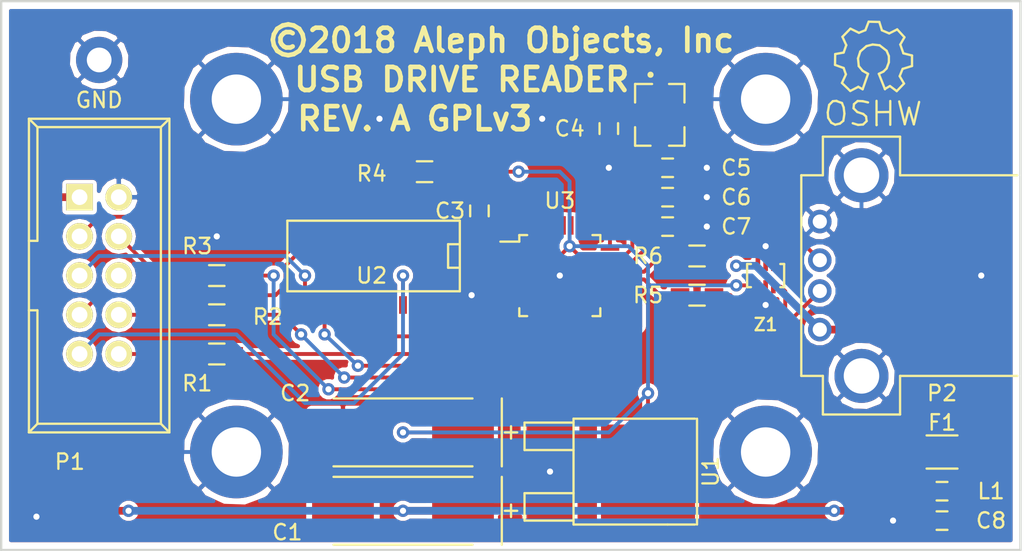
<source format=kicad_pcb>
(kicad_pcb (version 4) (host pcbnew 4.0.5+dfsg1-4)

  (general
    (links 67)
    (no_connects 1)
    (area 117.681904 82.26588 204.898096 119.455001)
    (thickness 1.6)
    (drawings 8)
    (tracks 240)
    (zones 0)
    (modules 31)
    (nets 48)
  )

  (page A4)
  (layers
    (0 F.Cu signal)
    (31 B.Cu signal hide)
    (32 B.Adhes user)
    (33 F.Adhes user)
    (34 B.Paste user)
    (35 F.Paste user)
    (36 B.SilkS user)
    (37 F.SilkS user)
    (38 B.Mask user)
    (39 F.Mask user)
    (40 Dwgs.User user)
    (41 Cmts.User user)
    (42 Eco1.User user)
    (43 Eco2.User user)
    (44 Edge.Cuts user)
    (45 Margin user)
    (46 B.CrtYd user)
    (47 F.CrtYd user)
    (48 B.Fab user)
    (49 F.Fab user)
  )

  (setup
    (last_trace_width 0.25)
    (trace_clearance 0.2)
    (zone_clearance 0.254)
    (zone_45_only no)
    (trace_min 0.2)
    (segment_width 0.2)
    (edge_width 0.15)
    (via_size 0.8)
    (via_drill 0.4)
    (via_min_size 0.4)
    (via_min_drill 0.3)
    (uvia_size 0.3)
    (uvia_drill 0.1)
    (uvias_allowed no)
    (uvia_min_size 0.2)
    (uvia_min_drill 0.1)
    (pcb_text_width 0.3)
    (pcb_text_size 1.5 1.5)
    (mod_edge_width 0.15)
    (mod_text_size 1 1)
    (mod_text_width 0.15)
    (pad_size 1.524 1.524)
    (pad_drill 0.762)
    (pad_to_mask_clearance 0.2)
    (aux_axis_origin 0 0)
    (visible_elements FFFFFF7F)
    (pcbplotparams
      (layerselection 0x010e8_80000001)
      (usegerberextensions false)
      (excludeedgelayer true)
      (linewidth 0.100000)
      (plotframeref false)
      (viasonmask false)
      (mode 1)
      (useauxorigin false)
      (hpglpennumber 1)
      (hpglpenspeed 20)
      (hpglpendiameter 15)
      (hpglpenoverlay 2)
      (psnegative false)
      (psa4output false)
      (plotreference true)
      (plotvalue true)
      (plotinvisibletext false)
      (padsonsilk false)
      (subtractmaskfromsilk false)
      (outputformat 1)
      (mirror false)
      (drillshape 0)
      (scaleselection 1)
      (outputdirectory USB_Reader_Gerbers/))
  )

  (net 0 "")
  (net 1 GND)
  (net 2 +5V)
  (net 3 +3V3)
  (net 4 "Net-(C4-Pad1)")
  (net 5 "Net-(C7-Pad1)")
  (net 6 "Net-(F1-Pad1)")
  (net 7 "Net-(P1-Pad4)")
  (net 8 "Net-(P1-Pad6)")
  (net 9 "Net-(P1-Pad8)")
  (net 10 "Net-(P1-Pad10)")
  (net 11 "Net-(P2-Pad3)")
  (net 12 "Net-(P2-Pad2)")
  (net 13 "Net-(R1-Pad1)")
  (net 14 "Net-(R2-Pad1)")
  (net 15 "Net-(R3-Pad1)")
  (net 16 "Net-(R5-Pad2)")
  (net 17 "Net-(R6-Pad2)")
  (net 18 "Net-(U2-Pad4)")
  (net 19 "Net-(U2-Pad6)")
  (net 20 "Net-(U2-Pad10)")
  (net 21 "Net-(C5-Pad2)")
  (net 22 "Net-(C8-Pad1)")
  (net 23 "Net-(P1-Pad3)")
  (net 24 "Net-(P1-Pad5)")
  (net 25 "Net-(P1-Pad7)")
  (net 26 "Net-(P1-Pad9)")
  (net 27 "Net-(R4-Pad2)")
  (net 28 "Net-(U2-Pad16)")
  (net 29 "Net-(U2-Pad13)")
  (net 30 "Net-(U2-Pad12)")
  (net 31 "Net-(U2-Pad15)")
  (net 32 "Net-(U3-Pad1)")
  (net 33 "Net-(U3-Pad4)")
  (net 34 "Net-(U3-Pad5)")
  (net 35 "Net-(U3-Pad6)")
  (net 36 "Net-(U3-Pad7)")
  (net 37 "Net-(U3-Pad8)")
  (net 38 "Net-(U3-Pad9)")
  (net 39 "Net-(U3-Pad10)")
  (net 40 "Net-(U3-Pad11)")
  (net 41 "Net-(U3-Pad26)")
  (net 42 "Net-(U3-Pad27)")
  (net 43 "Net-(U3-Pad28)")
  (net 44 "Net-(U3-Pad29)")
  (net 45 "Net-(U3-Pad30)")
  (net 46 "Net-(U3-Pad31)")
  (net 47 "Net-(U3-Pad32)")

  (net_class Default "This is the default net class."
    (clearance 0.2)
    (trace_width 0.25)
    (via_dia 0.8)
    (via_drill 0.4)
    (uvia_dia 0.3)
    (uvia_drill 0.1)
    (add_net +3V3)
    (add_net GND)
    (add_net "Net-(C4-Pad1)")
    (add_net "Net-(C5-Pad2)")
    (add_net "Net-(C7-Pad1)")
    (add_net "Net-(C8-Pad1)")
    (add_net "Net-(P1-Pad10)")
    (add_net "Net-(P1-Pad3)")
    (add_net "Net-(P1-Pad4)")
    (add_net "Net-(P1-Pad5)")
    (add_net "Net-(P1-Pad6)")
    (add_net "Net-(P1-Pad7)")
    (add_net "Net-(P1-Pad8)")
    (add_net "Net-(P1-Pad9)")
    (add_net "Net-(P2-Pad2)")
    (add_net "Net-(P2-Pad3)")
    (add_net "Net-(R1-Pad1)")
    (add_net "Net-(R2-Pad1)")
    (add_net "Net-(R3-Pad1)")
    (add_net "Net-(R4-Pad2)")
    (add_net "Net-(R5-Pad2)")
    (add_net "Net-(R6-Pad2)")
    (add_net "Net-(U2-Pad10)")
    (add_net "Net-(U2-Pad12)")
    (add_net "Net-(U2-Pad13)")
    (add_net "Net-(U2-Pad15)")
    (add_net "Net-(U2-Pad16)")
    (add_net "Net-(U2-Pad4)")
    (add_net "Net-(U2-Pad6)")
    (add_net "Net-(U3-Pad1)")
    (add_net "Net-(U3-Pad10)")
    (add_net "Net-(U3-Pad11)")
    (add_net "Net-(U3-Pad26)")
    (add_net "Net-(U3-Pad27)")
    (add_net "Net-(U3-Pad28)")
    (add_net "Net-(U3-Pad29)")
    (add_net "Net-(U3-Pad30)")
    (add_net "Net-(U3-Pad31)")
    (add_net "Net-(U3-Pad32)")
    (add_net "Net-(U3-Pad4)")
    (add_net "Net-(U3-Pad5)")
    (add_net "Net-(U3-Pad6)")
    (add_net "Net-(U3-Pad7)")
    (add_net "Net-(U3-Pad8)")
    (add_net "Net-(U3-Pad9)")
  )

  (net_class PWR ""
    (clearance 0.2)
    (trace_width 0.5)
    (via_dia 0.8)
    (via_drill 0.4)
    (uvia_dia 0.3)
    (uvia_drill 0.1)
    (add_net +5V)
    (add_net "Net-(F1-Pad1)")
  )

  (module AO_Parts:FA-328_Crystal (layer F.Cu) (tedit 5A834A49) (tstamp 5A948A33)
    (at 169.672 91.186 270)
    (path /5A81FEE0)
    (fp_text reference Y1 (at 0 5 270) (layer F.SilkS) hide
      (effects (font (size 1 1) (thickness 0.15)))
    )
    (fp_text value "12 MHz" (at 0 -4.8 270) (layer F.Fab) hide
      (effects (font (size 1 1) (thickness 0.15)))
    )
    (fp_circle (center -2.6 0.6) (end -2.5 0.6) (layer F.SilkS) (width 0.2))
    (fp_line (start -2 0.5) (end -2 1.6) (layer F.SilkS) (width 0.15))
    (fp_line (start -2 1.6) (end -0.8 1.6) (layer F.SilkS) (width 0.15))
    (fp_line (start -0.8 -1.6) (end -2 -1.6) (layer F.SilkS) (width 0.15))
    (fp_line (start -2 -1.6) (end -2 -0.6) (layer F.SilkS) (width 0.15))
    (fp_line (start 2 0.6) (end 2 1.6) (layer F.SilkS) (width 0.15))
    (fp_line (start 2 1.6) (end 0.8 1.6) (layer F.SilkS) (width 0.15))
    (fp_line (start 0.8 -1.6) (end 2 -1.6) (layer F.SilkS) (width 0.15))
    (fp_line (start 2 -1.6) (end 2 -0.6) (layer F.SilkS) (width 0.15))
    (pad 1 smd rect (at -1.1 0.8 270) (size 1.4 1.2) (layers F.Cu F.Paste F.Mask)
      (net 4 "Net-(C4-Pad1)"))
    (pad 2 smd rect (at 1.1 0.8 270) (size 1.4 1.2) (layers F.Cu F.Paste F.Mask)
      (net 1 GND))
    (pad 3 smd rect (at 1.1 -0.8 270) (size 1.4 1.2) (layers F.Cu F.Paste F.Mask)
      (net 21 "Net-(C5-Pad2)"))
    (pad 4 smd rect (at -1.1 -0.8 270) (size 1.4 1.2) (layers F.Cu F.Paste F.Mask)
      (net 1 GND))
  )

  (module Capacitors_Tantalum_SMD:TantalC_SizeD_EIA-7343_HandSoldering (layer F.Cu) (tedit 5A84AE45) (tstamp 5A9488CF)
    (at 153.035 111.76 180)
    (descr "Tantal Cap. , Size D, EIA-7343, Hand Soldering,")
    (tags "Tantal Cap. , Size D, EIA-7343, Hand Soldering,")
    (path /5A81E1B7)
    (attr smd)
    (fp_text reference C2 (at 6.985 2.54 180) (layer F.SilkS)
      (effects (font (size 1 1) (thickness 0.15)))
    )
    (fp_text value 33uF (at -0.09906 3.59918 180) (layer F.Fab) hide
      (effects (font (size 1 1) (thickness 0.15)))
    )
    (fp_line (start -6.6 0) (end -7.4 0) (layer F.SilkS) (width 0.15))
    (fp_line (start -7 -0.4) (end -7 0.4) (layer F.SilkS) (width 0.15))
    (fp_line (start 4.50088 -2.19964) (end -4.50088 -2.19964) (layer F.SilkS) (width 0.15))
    (fp_line (start -4.50088 2.19964) (end 4.50088 2.19964) (layer F.SilkS) (width 0.15))
    (fp_line (start -6.40334 -2.19964) (end -6.40334 2.19964) (layer F.SilkS) (width 0.15))
    (pad 2 smd rect (at 3.88874 0 180) (size 4.0005 2.70002) (layers F.Cu F.Paste F.Mask)
      (net 1 GND))
    (pad 1 smd rect (at -3.88874 0 180) (size 4.0005 2.70002) (layers F.Cu F.Paste F.Mask)
      (net 3 +3V3))
    (model Capacitors_Tantalum_SMD.3dshapes/TantalC_SizeD_EIA-7343_HandSoldering.wrl
      (at (xyz 0 0 0))
      (scale (xyz 1 1 1))
      (rotate (xyz 0 0 180))
    )
  )

  (module Capacitors_Tantalum_SMD:TantalC_SizeD_EIA-7343_HandSoldering (layer F.Cu) (tedit 5A84ADE0) (tstamp 5A9488C3)
    (at 153.035 116.84 180)
    (descr "Tantal Cap. , Size D, EIA-7343, Hand Soldering,")
    (tags "Tantal Cap. , Size D, EIA-7343, Hand Soldering,")
    (path /5A81E250)
    (attr smd)
    (fp_text reference C1 (at 7.493 -1.397 180) (layer F.SilkS)
      (effects (font (size 1 1) (thickness 0.15)))
    )
    (fp_text value 10uF (at -0.09906 3.59918 180) (layer F.Fab) hide
      (effects (font (size 1 1) (thickness 0.15)))
    )
    (fp_line (start -6.6 0) (end -7.4 0) (layer F.SilkS) (width 0.15))
    (fp_line (start -7 -0.4) (end -7 0.4) (layer F.SilkS) (width 0.15))
    (fp_line (start 4.50088 -2.19964) (end -4.50088 -2.19964) (layer F.SilkS) (width 0.15))
    (fp_line (start -4.50088 2.19964) (end 4.50088 2.19964) (layer F.SilkS) (width 0.15))
    (fp_line (start -6.40334 -2.19964) (end -6.40334 2.19964) (layer F.SilkS) (width 0.15))
    (pad 2 smd rect (at 3.88874 0 180) (size 4.0005 2.70002) (layers F.Cu F.Paste F.Mask)
      (net 1 GND))
    (pad 1 smd rect (at -3.88874 0 180) (size 4.0005 2.70002) (layers F.Cu F.Paste F.Mask)
      (net 2 +5V))
    (model Capacitors_Tantalum_SMD.3dshapes/TantalC_SizeD_EIA-7343_HandSoldering.wrl
      (at (xyz 0 0 0))
      (scale (xyz 1 1 1))
      (rotate (xyz 0 0 180))
    )
  )

  (module Capacitors_SMD:C_0603_HandSoldering (layer F.Cu) (tedit 5A84B454) (tstamp 5A9488DF)
    (at 157.988 97.409 90)
    (descr "Capacitor SMD 0603, hand soldering")
    (tags "capacitor 0603")
    (path /5A8210BF)
    (attr smd)
    (fp_text reference C3 (at 0 -1.905 180) (layer F.SilkS)
      (effects (font (size 1 1) (thickness 0.15)))
    )
    (fp_text value 0.1uF (at 0 1.9 90) (layer F.Fab) hide
      (effects (font (size 1 1) (thickness 0.15)))
    )
    (fp_line (start 0.35 0.6) (end -0.35 0.6) (layer F.SilkS) (width 0.15))
    (fp_line (start -0.35 -0.6) (end 0.35 -0.6) (layer F.SilkS) (width 0.15))
    (fp_line (start 1.85 -0.75) (end 1.85 0.75) (layer F.CrtYd) (width 0.05))
    (fp_line (start -1.85 -0.75) (end -1.85 0.75) (layer F.CrtYd) (width 0.05))
    (fp_line (start -1.85 0.75) (end 1.85 0.75) (layer F.CrtYd) (width 0.05))
    (fp_line (start -1.85 -0.75) (end 1.85 -0.75) (layer F.CrtYd) (width 0.05))
    (fp_line (start -0.8 -0.4) (end 0.8 -0.4) (layer F.Fab) (width 0.15))
    (fp_line (start 0.8 -0.4) (end 0.8 0.4) (layer F.Fab) (width 0.15))
    (fp_line (start 0.8 0.4) (end -0.8 0.4) (layer F.Fab) (width 0.15))
    (fp_line (start -0.8 0.4) (end -0.8 -0.4) (layer F.Fab) (width 0.15))
    (pad 1 smd rect (at -0.95 0 90) (size 1.2 0.75) (layers F.Cu F.Paste F.Mask)
      (net 3 +3V3))
    (pad 2 smd rect (at 0.95 0 90) (size 1.2 0.75) (layers F.Cu F.Paste F.Mask)
      (net 1 GND))
    (model Capacitors_SMD.3dshapes/C_0603_HandSoldering.wrl
      (at (xyz 0 0 0))
      (scale (xyz 1 1 1))
      (rotate (xyz 0 0 0))
    )
  )

  (module Capacitors_SMD:C_0603_HandSoldering (layer F.Cu) (tedit 5A84B463) (tstamp 5A9488EF)
    (at 166.37 92.075 270)
    (descr "Capacitor SMD 0603, hand soldering")
    (tags "capacitor 0603")
    (path /5A820134)
    (attr smd)
    (fp_text reference C4 (at 0 2.54 360) (layer F.SilkS)
      (effects (font (size 1 1) (thickness 0.15)))
    )
    (fp_text value 20pF (at 0 1.9 270) (layer F.Fab) hide
      (effects (font (size 1 1) (thickness 0.15)))
    )
    (fp_line (start 0.35 0.6) (end -0.35 0.6) (layer F.SilkS) (width 0.15))
    (fp_line (start -0.35 -0.6) (end 0.35 -0.6) (layer F.SilkS) (width 0.15))
    (fp_line (start 1.85 -0.75) (end 1.85 0.75) (layer F.CrtYd) (width 0.05))
    (fp_line (start -1.85 -0.75) (end -1.85 0.75) (layer F.CrtYd) (width 0.05))
    (fp_line (start -1.85 0.75) (end 1.85 0.75) (layer F.CrtYd) (width 0.05))
    (fp_line (start -1.85 -0.75) (end 1.85 -0.75) (layer F.CrtYd) (width 0.05))
    (fp_line (start -0.8 -0.4) (end 0.8 -0.4) (layer F.Fab) (width 0.15))
    (fp_line (start 0.8 -0.4) (end 0.8 0.4) (layer F.Fab) (width 0.15))
    (fp_line (start 0.8 0.4) (end -0.8 0.4) (layer F.Fab) (width 0.15))
    (fp_line (start -0.8 0.4) (end -0.8 -0.4) (layer F.Fab) (width 0.15))
    (pad 1 smd rect (at -0.95 0 270) (size 1.2 0.75) (layers F.Cu F.Paste F.Mask)
      (net 4 "Net-(C4-Pad1)"))
    (pad 2 smd rect (at 0.95 0 270) (size 1.2 0.75) (layers F.Cu F.Paste F.Mask)
      (net 1 GND))
    (model Capacitors_SMD.3dshapes/C_0603_HandSoldering.wrl
      (at (xyz 0 0 0))
      (scale (xyz 1 1 1))
      (rotate (xyz 0 0 0))
    )
  )

  (module Capacitors_SMD:C_0603_HandSoldering (layer F.Cu) (tedit 5A85F6D2) (tstamp 5A9488FF)
    (at 170.18 94.615 180)
    (descr "Capacitor SMD 0603, hand soldering")
    (tags "capacitor 0603")
    (path /5A820039)
    (attr smd)
    (fp_text reference C5 (at -4.445 0 180) (layer F.SilkS)
      (effects (font (size 1 1) (thickness 0.15)))
    )
    (fp_text value 20pF (at 0 1.9 180) (layer F.Fab) hide
      (effects (font (size 1 1) (thickness 0.15)))
    )
    (fp_line (start 0.35 0.6) (end -0.35 0.6) (layer F.SilkS) (width 0.15))
    (fp_line (start -0.35 -0.6) (end 0.35 -0.6) (layer F.SilkS) (width 0.15))
    (fp_line (start 1.85 -0.75) (end 1.85 0.75) (layer F.CrtYd) (width 0.05))
    (fp_line (start -1.85 -0.75) (end -1.85 0.75) (layer F.CrtYd) (width 0.05))
    (fp_line (start -1.85 0.75) (end 1.85 0.75) (layer F.CrtYd) (width 0.05))
    (fp_line (start -1.85 -0.75) (end 1.85 -0.75) (layer F.CrtYd) (width 0.05))
    (fp_line (start -0.8 -0.4) (end 0.8 -0.4) (layer F.Fab) (width 0.15))
    (fp_line (start 0.8 -0.4) (end 0.8 0.4) (layer F.Fab) (width 0.15))
    (fp_line (start 0.8 0.4) (end -0.8 0.4) (layer F.Fab) (width 0.15))
    (fp_line (start -0.8 0.4) (end -0.8 -0.4) (layer F.Fab) (width 0.15))
    (pad 1 smd rect (at -0.95 0 180) (size 1.2 0.75) (layers F.Cu F.Paste F.Mask)
      (net 1 GND))
    (pad 2 smd rect (at 0.95 0 180) (size 1.2 0.75) (layers F.Cu F.Paste F.Mask)
      (net 21 "Net-(C5-Pad2)"))
    (model Capacitors_SMD.3dshapes/C_0603_HandSoldering.wrl
      (at (xyz 0 0 0))
      (scale (xyz 1 1 1))
      (rotate (xyz 0 0 0))
    )
  )

  (module Capacitors_SMD:C_0603_HandSoldering (layer F.Cu) (tedit 5A85F6D4) (tstamp 5A94890F)
    (at 170.18 96.52)
    (descr "Capacitor SMD 0603, hand soldering")
    (tags "capacitor 0603")
    (path /5A8471C6)
    (attr smd)
    (fp_text reference C6 (at 4.445 0) (layer F.SilkS)
      (effects (font (size 1 1) (thickness 0.15)))
    )
    (fp_text value 0.1uF (at 0 1.9) (layer F.Fab) hide
      (effects (font (size 1 1) (thickness 0.15)))
    )
    (fp_line (start 0.35 0.6) (end -0.35 0.6) (layer F.SilkS) (width 0.15))
    (fp_line (start -0.35 -0.6) (end 0.35 -0.6) (layer F.SilkS) (width 0.15))
    (fp_line (start 1.85 -0.75) (end 1.85 0.75) (layer F.CrtYd) (width 0.05))
    (fp_line (start -1.85 -0.75) (end -1.85 0.75) (layer F.CrtYd) (width 0.05))
    (fp_line (start -1.85 0.75) (end 1.85 0.75) (layer F.CrtYd) (width 0.05))
    (fp_line (start -1.85 -0.75) (end 1.85 -0.75) (layer F.CrtYd) (width 0.05))
    (fp_line (start -0.8 -0.4) (end 0.8 -0.4) (layer F.Fab) (width 0.15))
    (fp_line (start 0.8 -0.4) (end 0.8 0.4) (layer F.Fab) (width 0.15))
    (fp_line (start 0.8 0.4) (end -0.8 0.4) (layer F.Fab) (width 0.15))
    (fp_line (start -0.8 0.4) (end -0.8 -0.4) (layer F.Fab) (width 0.15))
    (pad 1 smd rect (at -0.95 0) (size 1.2 0.75) (layers F.Cu F.Paste F.Mask)
      (net 3 +3V3))
    (pad 2 smd rect (at 0.95 0) (size 1.2 0.75) (layers F.Cu F.Paste F.Mask)
      (net 1 GND))
    (model Capacitors_SMD.3dshapes/C_0603_HandSoldering.wrl
      (at (xyz 0 0 0))
      (scale (xyz 1 1 1))
      (rotate (xyz 0 0 0))
    )
  )

  (module Capacitors_SMD:C_0603_HandSoldering (layer F.Cu) (tedit 5A85F6D8) (tstamp 5A94891F)
    (at 170.18 98.425)
    (descr "Capacitor SMD 0603, hand soldering")
    (tags "capacitor 0603")
    (path /5A823A3B)
    (attr smd)
    (fp_text reference C7 (at 4.445 0) (layer F.SilkS)
      (effects (font (size 1 1) (thickness 0.15)))
    )
    (fp_text value 0.1uF (at 0 1.9) (layer F.Fab) hide
      (effects (font (size 1 1) (thickness 0.15)))
    )
    (fp_line (start 0.35 0.6) (end -0.35 0.6) (layer F.SilkS) (width 0.15))
    (fp_line (start -0.35 -0.6) (end 0.35 -0.6) (layer F.SilkS) (width 0.15))
    (fp_line (start 1.85 -0.75) (end 1.85 0.75) (layer F.CrtYd) (width 0.05))
    (fp_line (start -1.85 -0.75) (end -1.85 0.75) (layer F.CrtYd) (width 0.05))
    (fp_line (start -1.85 0.75) (end 1.85 0.75) (layer F.CrtYd) (width 0.05))
    (fp_line (start -1.85 -0.75) (end 1.85 -0.75) (layer F.CrtYd) (width 0.05))
    (fp_line (start -0.8 -0.4) (end 0.8 -0.4) (layer F.Fab) (width 0.15))
    (fp_line (start 0.8 -0.4) (end 0.8 0.4) (layer F.Fab) (width 0.15))
    (fp_line (start 0.8 0.4) (end -0.8 0.4) (layer F.Fab) (width 0.15))
    (fp_line (start -0.8 0.4) (end -0.8 -0.4) (layer F.Fab) (width 0.15))
    (pad 1 smd rect (at -0.95 0) (size 1.2 0.75) (layers F.Cu F.Paste F.Mask)
      (net 5 "Net-(C7-Pad1)"))
    (pad 2 smd rect (at 0.95 0) (size 1.2 0.75) (layers F.Cu F.Paste F.Mask)
      (net 1 GND))
    (model Capacitors_SMD.3dshapes/C_0603_HandSoldering.wrl
      (at (xyz 0 0 0))
      (scale (xyz 1 1 1))
      (rotate (xyz 0 0 0))
    )
  )

  (module Resistors_SMD:R_1206_HandSoldering (layer F.Cu) (tedit 5A84A36C) (tstamp 5A94892B)
    (at 187.96 113.03)
    (descr "Resistor SMD 1206, hand soldering")
    (tags "resistor 1206")
    (path /5A821938)
    (attr smd)
    (fp_text reference F1 (at 0 -1.905) (layer F.SilkS)
      (effects (font (size 1 1) (thickness 0.15)))
    )
    (fp_text value Polyfuse (at 0 2.3) (layer F.Fab) hide
      (effects (font (size 1 1) (thickness 0.15)))
    )
    (fp_line (start -1 -1.075) (end 1 -1.075) (layer F.SilkS) (width 0.15))
    (fp_line (start 1 1.075) (end -1 1.075) (layer F.SilkS) (width 0.15))
    (fp_line (start 3.3 -1.2) (end 3.3 1.2) (layer F.CrtYd) (width 0.05))
    (fp_line (start -3.3 -1.2) (end -3.3 1.2) (layer F.CrtYd) (width 0.05))
    (fp_line (start -3.3 1.2) (end 3.3 1.2) (layer F.CrtYd) (width 0.05))
    (fp_line (start -3.3 -1.2) (end 3.3 -1.2) (layer F.CrtYd) (width 0.05))
    (pad 1 smd rect (at -2 0) (size 2 1.7) (layers F.Cu F.Paste F.Mask)
      (net 6 "Net-(F1-Pad1)"))
    (pad 2 smd rect (at 2 0) (size 2 1.7) (layers F.Cu F.Paste F.Mask)
      (net 22 "Net-(C8-Pad1)"))
    (model Resistors_SMD.3dshapes/R_1206_HandSoldering.wrl
      (at (xyz 0 0 0))
      (scale (xyz 1 1 1))
      (rotate (xyz 0 0 0))
    )
  )

  (module Connectors:IDC_Header_Straight_10pins (layer F.Cu) (tedit 5A84B0CA) (tstamp 5A94896D)
    (at 132.08 96.52 270)
    (descr "10 pins through hole IDC header")
    (tags "IDC header socket VASCH")
    (path /5A7CEDA2)
    (fp_text reference P1 (at 17.145 0.635 360) (layer F.SilkS)
      (effects (font (size 1 1) (thickness 0.15)))
    )
    (fp_text value CONN_02X05 (at 5.08 5.223 270) (layer F.Fab) hide
      (effects (font (size 1 1) (thickness 0.15)))
    )
    (fp_line (start -5.35 3.55) (end -5.35 -6.05) (layer F.CrtYd) (width 0.05))
    (fp_line (start 15.5 3.55) (end -5.35 3.55) (layer F.CrtYd) (width 0.05))
    (fp_line (start 15.5 -6.05) (end 15.5 3.55) (layer F.CrtYd) (width 0.05))
    (fp_line (start -5.35 -6.05) (end 15.5 -6.05) (layer F.CrtYd) (width 0.05))
    (fp_line (start 15.24 3.28) (end 14.68 2.73) (layer F.SilkS) (width 0.15))
    (fp_line (start -5.08 3.28) (end -4.54 2.73) (layer F.SilkS) (width 0.15))
    (fp_line (start 15.24 -5.82) (end 14.68 -5.27) (layer F.SilkS) (width 0.15))
    (fp_line (start -5.08 -5.82) (end -4.54 -5.27) (layer F.SilkS) (width 0.15))
    (fp_line (start 14.68 -5.27) (end 14.68 2.73) (layer F.SilkS) (width 0.15))
    (fp_line (start 15.24 -5.82) (end 15.24 3.28) (layer F.SilkS) (width 0.15))
    (fp_line (start -4.54 -5.27) (end -4.54 2.73) (layer F.SilkS) (width 0.15))
    (fp_line (start -5.08 -5.82) (end -5.08 3.28) (layer F.SilkS) (width 0.15))
    (fp_line (start 7.33 2.73) (end 7.33 3.28) (layer F.SilkS) (width 0.15))
    (fp_line (start 2.83 2.73) (end 2.83 3.28) (layer F.SilkS) (width 0.15))
    (fp_line (start 7.33 2.73) (end 14.68 2.73) (layer F.SilkS) (width 0.15))
    (fp_line (start -4.54 2.73) (end 2.83 2.73) (layer F.SilkS) (width 0.15))
    (fp_line (start -5.08 3.28) (end 15.24 3.28) (layer F.SilkS) (width 0.15))
    (fp_line (start -4.54 -5.27) (end 14.68 -5.27) (layer F.SilkS) (width 0.15))
    (fp_line (start -5.08 -5.82) (end 15.24 -5.82) (layer F.SilkS) (width 0.15))
    (pad 1 thru_hole rect (at 0 0 270) (size 1.7272 1.7272) (drill 1.016) (layers *.Cu *.Mask F.SilkS)
      (net 2 +5V))
    (pad 2 thru_hole oval (at 0 -2.54 270) (size 1.7272 1.7272) (drill 1.016) (layers *.Cu *.Mask F.SilkS)
      (net 1 GND))
    (pad 3 thru_hole oval (at 2.54 0 270) (size 1.7272 1.7272) (drill 1.016) (layers *.Cu *.Mask F.SilkS)
      (net 23 "Net-(P1-Pad3)"))
    (pad 4 thru_hole oval (at 2.54 -2.54 270) (size 1.7272 1.7272) (drill 1.016) (layers *.Cu *.Mask F.SilkS)
      (net 7 "Net-(P1-Pad4)"))
    (pad 5 thru_hole oval (at 5.08 0 270) (size 1.7272 1.7272) (drill 1.016) (layers *.Cu *.Mask F.SilkS)
      (net 24 "Net-(P1-Pad5)"))
    (pad 6 thru_hole oval (at 5.08 -2.54 270) (size 1.7272 1.7272) (drill 1.016) (layers *.Cu *.Mask F.SilkS)
      (net 8 "Net-(P1-Pad6)"))
    (pad 7 thru_hole oval (at 7.62 0 270) (size 1.7272 1.7272) (drill 1.016) (layers *.Cu *.Mask F.SilkS)
      (net 25 "Net-(P1-Pad7)"))
    (pad 8 thru_hole oval (at 7.62 -2.54 270) (size 1.7272 1.7272) (drill 1.016) (layers *.Cu *.Mask F.SilkS)
      (net 9 "Net-(P1-Pad8)"))
    (pad 9 thru_hole oval (at 10.16 0 270) (size 1.7272 1.7272) (drill 1.016) (layers *.Cu *.Mask F.SilkS)
      (net 26 "Net-(P1-Pad9)"))
    (pad 10 thru_hole oval (at 10.16 -2.54 270) (size 1.7272 1.7272) (drill 1.016) (layers *.Cu *.Mask F.SilkS)
      (net 10 "Net-(P1-Pad10)"))
  )

  (module "AO Parts:USB_A_TH" (layer F.Cu) (tedit 5A84AFA6) (tstamp 5A948982)
    (at 193.04 101.6)
    (path /5A7CEA37)
    (fp_text reference P2 (at -5.08 7.62) (layer F.SilkS)
      (effects (font (size 1 1) (thickness 0.15)))
    )
    (fp_text value USB_A (at -7.62 0) (layer F.Fab) hide
      (effects (font (size 1 1) (thickness 0.15)))
    )
    (fp_line (start -12.8 6.5) (end -14.2 6.5) (layer F.SilkS) (width 0.15))
    (fp_line (start -12.8 -6.5) (end -14.2 -6.5) (layer F.SilkS) (width 0.15))
    (fp_line (start -7.8 6.5) (end -7.8 9) (layer F.SilkS) (width 0.15))
    (fp_line (start -12.8 6.5) (end -12.8 9) (layer F.SilkS) (width 0.15))
    (fp_line (start -12.8 -6.5) (end -12.8 -9) (layer F.SilkS) (width 0.15))
    (fp_line (start -12.8 -9) (end -7.8 -9) (layer F.SilkS) (width 0.15))
    (fp_line (start -7.8 -9) (end -7.8 -6.5) (layer F.SilkS) (width 0.15))
    (fp_line (start -7.8 -6.5) (end -0.2 -6.5) (layer F.SilkS) (width 0.15))
    (fp_line (start -12.8 9) (end -7.8 9) (layer F.SilkS) (width 0.15))
    (fp_line (start -7.8 6.5) (end -0.2 6.5) (layer F.SilkS) (width 0.15))
    (fp_line (start -14.2 -6.5) (end -14.2 6.5) (layer F.SilkS) (width 0.15))
    (pad 3 thru_hole circle (at -13 -1) (size 1.524 1.524) (drill 0.92) (layers *.Cu *.Mask)
      (net 11 "Net-(P2-Pad3)"))
    (pad 2 thru_hole circle (at -13 1) (size 1.524 1.524) (drill 0.92) (layers *.Cu *.Mask)
      (net 12 "Net-(P2-Pad2)"))
    (pad 4 thru_hole circle (at -13 -3.5) (size 1.524 1.524) (drill 0.92) (layers *.Cu *.Mask)
      (net 1 GND))
    (pad 1 thru_hole circle (at -13 3.5) (size 1.524 1.524) (drill 0.92) (layers *.Cu *.Mask)
      (net 6 "Net-(F1-Pad1)"))
    (pad 5 thru_hole circle (at -10.3 6.5) (size 3.5 3.5) (drill 2.3) (layers *.Cu *.Mask)
      (net 1 GND))
    (pad 5 thru_hole circle (at -10.3 -6.5) (size 3.5 3.5) (drill 2.3) (layers *.Cu *.Mask)
      (net 1 GND))
  )

  (module Resistors_SMD:R_0603_HandSoldering (layer F.Cu) (tedit 5A847B91) (tstamp 5A94899D)
    (at 140.97 106.68 180)
    (descr "Resistor SMD 0603, hand soldering")
    (tags "resistor 0603")
    (path /5A8202DF)
    (attr smd)
    (fp_text reference R1 (at 1.27 -1.905 180) (layer F.SilkS)
      (effects (font (size 1 1) (thickness 0.15)))
    )
    (fp_text value 1k (at 0 1.9 180) (layer F.Fab) hide
      (effects (font (size 1 1) (thickness 0.15)))
    )
    (fp_line (start -0.5 -0.675) (end 0.5 -0.675) (layer F.SilkS) (width 0.15))
    (fp_line (start 0.5 0.675) (end -0.5 0.675) (layer F.SilkS) (width 0.15))
    (fp_line (start 2 -0.8) (end 2 0.8) (layer F.CrtYd) (width 0.05))
    (fp_line (start -2 -0.8) (end -2 0.8) (layer F.CrtYd) (width 0.05))
    (fp_line (start -2 0.8) (end 2 0.8) (layer F.CrtYd) (width 0.05))
    (fp_line (start -2 -0.8) (end 2 -0.8) (layer F.CrtYd) (width 0.05))
    (pad 1 smd rect (at -1.1 0 180) (size 1.2 0.9) (layers F.Cu F.Paste F.Mask)
      (net 13 "Net-(R1-Pad1)"))
    (pad 2 smd rect (at 1.1 0 180) (size 1.2 0.9) (layers F.Cu F.Paste F.Mask)
      (net 10 "Net-(P1-Pad10)"))
    (model Resistors_SMD.3dshapes/R_0603_HandSoldering.wrl
      (at (xyz 0 0 0))
      (scale (xyz 1 1 1))
      (rotate (xyz 0 0 0))
    )
  )

  (module Resistors_SMD:R_0603_HandSoldering (layer F.Cu) (tedit 5A849B62) (tstamp 5A9489A9)
    (at 140.97 104.14 180)
    (descr "Resistor SMD 0603, hand soldering")
    (tags "resistor 0603")
    (path /5A820475)
    (attr smd)
    (fp_text reference R2 (at -3.302 -0.127 180) (layer F.SilkS)
      (effects (font (size 1 1) (thickness 0.15)))
    )
    (fp_text value 1k (at 0 1.9 180) (layer F.Fab) hide
      (effects (font (size 1 1) (thickness 0.15)))
    )
    (fp_line (start -0.5 -0.675) (end 0.5 -0.675) (layer F.SilkS) (width 0.15))
    (fp_line (start 0.5 0.675) (end -0.5 0.675) (layer F.SilkS) (width 0.15))
    (fp_line (start 2 -0.8) (end 2 0.8) (layer F.CrtYd) (width 0.05))
    (fp_line (start -2 -0.8) (end -2 0.8) (layer F.CrtYd) (width 0.05))
    (fp_line (start -2 0.8) (end 2 0.8) (layer F.CrtYd) (width 0.05))
    (fp_line (start -2 -0.8) (end 2 -0.8) (layer F.CrtYd) (width 0.05))
    (pad 1 smd rect (at -1.1 0 180) (size 1.2 0.9) (layers F.Cu F.Paste F.Mask)
      (net 14 "Net-(R2-Pad1)"))
    (pad 2 smd rect (at 1.1 0 180) (size 1.2 0.9) (layers F.Cu F.Paste F.Mask)
      (net 9 "Net-(P1-Pad8)"))
    (model Resistors_SMD.3dshapes/R_0603_HandSoldering.wrl
      (at (xyz 0 0 0))
      (scale (xyz 1 1 1))
      (rotate (xyz 0 0 0))
    )
  )

  (module Resistors_SMD:R_0603_HandSoldering (layer F.Cu) (tedit 5A847B83) (tstamp 5A9489B5)
    (at 140.97 101.6 180)
    (descr "Resistor SMD 0603, hand soldering")
    (tags "resistor 0603")
    (path /5A821623)
    (attr smd)
    (fp_text reference R3 (at 1.27 1.905 180) (layer F.SilkS)
      (effects (font (size 1 1) (thickness 0.15)))
    )
    (fp_text value 1k (at 0 1.9 180) (layer F.Fab) hide
      (effects (font (size 1 1) (thickness 0.15)))
    )
    (fp_line (start -0.5 -0.675) (end 0.5 -0.675) (layer F.SilkS) (width 0.15))
    (fp_line (start 0.5 0.675) (end -0.5 0.675) (layer F.SilkS) (width 0.15))
    (fp_line (start 2 -0.8) (end 2 0.8) (layer F.CrtYd) (width 0.05))
    (fp_line (start -2 -0.8) (end -2 0.8) (layer F.CrtYd) (width 0.05))
    (fp_line (start -2 0.8) (end 2 0.8) (layer F.CrtYd) (width 0.05))
    (fp_line (start -2 -0.8) (end 2 -0.8) (layer F.CrtYd) (width 0.05))
    (pad 1 smd rect (at -1.1 0 180) (size 1.2 0.9) (layers F.Cu F.Paste F.Mask)
      (net 15 "Net-(R3-Pad1)"))
    (pad 2 smd rect (at 1.1 0 180) (size 1.2 0.9) (layers F.Cu F.Paste F.Mask)
      (net 7 "Net-(P1-Pad4)"))
    (model Resistors_SMD.3dshapes/R_0603_HandSoldering.wrl
      (at (xyz 0 0 0))
      (scale (xyz 1 1 1))
      (rotate (xyz 0 0 0))
    )
  )

  (module Resistors_SMD:R_0603_HandSoldering (layer F.Cu) (tedit 5A85A10C) (tstamp 5A9489C1)
    (at 154.432 94.869 180)
    (descr "Resistor SMD 0603, hand soldering")
    (tags "resistor 0603")
    (path /5A820E2A)
    (attr smd)
    (fp_text reference R4 (at 3.429 -0.127 360) (layer F.SilkS)
      (effects (font (size 1 1) (thickness 0.15)))
    )
    (fp_text value 10k (at 0 1.9 180) (layer F.Fab) hide
      (effects (font (size 1 1) (thickness 0.15)))
    )
    (fp_line (start -0.5 -0.675) (end 0.5 -0.675) (layer F.SilkS) (width 0.15))
    (fp_line (start 0.5 0.675) (end -0.5 0.675) (layer F.SilkS) (width 0.15))
    (fp_line (start 2 -0.8) (end 2 0.8) (layer F.CrtYd) (width 0.05))
    (fp_line (start -2 -0.8) (end -2 0.8) (layer F.CrtYd) (width 0.05))
    (fp_line (start -2 0.8) (end 2 0.8) (layer F.CrtYd) (width 0.05))
    (fp_line (start -2 -0.8) (end 2 -0.8) (layer F.CrtYd) (width 0.05))
    (pad 1 smd rect (at -1.1 0 180) (size 1.2 0.9) (layers F.Cu F.Paste F.Mask)
      (net 3 +3V3))
    (pad 2 smd rect (at 1.1 0 180) (size 1.2 0.9) (layers F.Cu F.Paste F.Mask)
      (net 27 "Net-(R4-Pad2)"))
    (model Resistors_SMD.3dshapes/R_0603_HandSoldering.wrl
      (at (xyz 0 0 0))
      (scale (xyz 1 1 1))
      (rotate (xyz 0 0 0))
    )
  )

  (module Resistors_SMD:R_0603_HandSoldering (layer F.Cu) (tedit 5A84B488) (tstamp 5A9489CD)
    (at 172.085 102.87 180)
    (descr "Resistor SMD 0603, hand soldering")
    (tags "resistor 0603")
    (path /5A81D7AC)
    (attr smd)
    (fp_text reference R5 (at 3.175 0 180) (layer F.SilkS)
      (effects (font (size 1 1) (thickness 0.15)))
    )
    (fp_text value 33 (at 0 1.9 180) (layer F.Fab) hide
      (effects (font (size 1 1) (thickness 0.15)))
    )
    (fp_line (start -0.5 -0.675) (end 0.5 -0.675) (layer F.SilkS) (width 0.15))
    (fp_line (start 0.5 0.675) (end -0.5 0.675) (layer F.SilkS) (width 0.15))
    (fp_line (start 2 -0.8) (end 2 0.8) (layer F.CrtYd) (width 0.05))
    (fp_line (start -2 -0.8) (end -2 0.8) (layer F.CrtYd) (width 0.05))
    (fp_line (start -2 0.8) (end 2 0.8) (layer F.CrtYd) (width 0.05))
    (fp_line (start -2 -0.8) (end 2 -0.8) (layer F.CrtYd) (width 0.05))
    (pad 1 smd rect (at -1.1 0 180) (size 1.2 0.9) (layers F.Cu F.Paste F.Mask)
      (net 12 "Net-(P2-Pad2)"))
    (pad 2 smd rect (at 1.1 0 180) (size 1.2 0.9) (layers F.Cu F.Paste F.Mask)
      (net 16 "Net-(R5-Pad2)"))
    (model Resistors_SMD.3dshapes/R_0603_HandSoldering.wrl
      (at (xyz 0 0 0))
      (scale (xyz 1 1 1))
      (rotate (xyz 0 0 0))
    )
  )

  (module Resistors_SMD:R_0603_HandSoldering (layer F.Cu) (tedit 5A84B484) (tstamp 5A9489D9)
    (at 172.085 100.33 180)
    (descr "Resistor SMD 0603, hand soldering")
    (tags "resistor 0603")
    (path /5A81D827)
    (attr smd)
    (fp_text reference R6 (at 3.175 0 180) (layer F.SilkS)
      (effects (font (size 1 1) (thickness 0.15)))
    )
    (fp_text value 33 (at 0 1.9 180) (layer F.Fab) hide
      (effects (font (size 1 1) (thickness 0.15)))
    )
    (fp_line (start -0.5 -0.675) (end 0.5 -0.675) (layer F.SilkS) (width 0.15))
    (fp_line (start 0.5 0.675) (end -0.5 0.675) (layer F.SilkS) (width 0.15))
    (fp_line (start 2 -0.8) (end 2 0.8) (layer F.CrtYd) (width 0.05))
    (fp_line (start -2 -0.8) (end -2 0.8) (layer F.CrtYd) (width 0.05))
    (fp_line (start -2 0.8) (end 2 0.8) (layer F.CrtYd) (width 0.05))
    (fp_line (start -2 -0.8) (end 2 -0.8) (layer F.CrtYd) (width 0.05))
    (pad 1 smd rect (at -1.1 0 180) (size 1.2 0.9) (layers F.Cu F.Paste F.Mask)
      (net 11 "Net-(P2-Pad3)"))
    (pad 2 smd rect (at 1.1 0 180) (size 1.2 0.9) (layers F.Cu F.Paste F.Mask)
      (net 17 "Net-(R6-Pad2)"))
    (model Resistors_SMD.3dshapes/R_0603_HandSoldering.wrl
      (at (xyz 0 0 0))
      (scale (xyz 1 1 1))
      (rotate (xyz 0 0 0))
    )
  )

  (module TO_SOT_Packages_SMD:TO-252-2Lead (layer F.Cu) (tedit 5A846A46) (tstamp 5A9489EB)
    (at 162.56 114.3 270)
    (descr "DPAK / TO-252 2-lead smd package")
    (tags "dpak TO-252")
    (path /5A7CEF63)
    (attr smd)
    (fp_text reference U1 (at 0 -10.414 270) (layer F.SilkS)
      (effects (font (size 1 1) (thickness 0.15)))
    )
    (fp_text value LM1117_3V3 (at 0 -2.413 270) (layer F.Fab) hide
      (effects (font (size 1 1) (thickness 0.15)))
    )
    (fp_line (start 3.429 -9.398) (end 3.429 -7.62) (layer F.SilkS) (width 0.15))
    (fp_line (start -3.429 -9.525) (end 3.429 -9.525) (layer F.SilkS) (width 0.15))
    (fp_line (start -3.429 -1.524) (end -3.429 -9.398) (layer F.SilkS) (width 0.15))
    (fp_line (start 3.429 -1.524) (end -3.429 -1.524) (layer F.SilkS) (width 0.15))
    (fp_line (start 3.429 -7.62) (end 3.429 -1.524) (layer F.SilkS) (width 0.15))
    (fp_line (start -1.397 1.651) (end -1.397 -1.524) (layer F.SilkS) (width 0.15))
    (fp_line (start -3.175 1.651) (end -1.397 1.651) (layer F.SilkS) (width 0.15))
    (fp_line (start -3.175 -1.524) (end -3.175 1.651) (layer F.SilkS) (width 0.15))
    (fp_line (start 3.175 1.651) (end 3.175 -1.524) (layer F.SilkS) (width 0.15))
    (fp_line (start 1.397 1.651) (end 3.175 1.651) (layer F.SilkS) (width 0.15))
    (fp_line (start 1.397 -1.524) (end 1.397 1.651) (layer F.SilkS) (width 0.15))
    (pad 1 smd rect (at -2.286 0 270) (size 1.651 3.048) (layers F.Cu F.Paste F.Mask)
      (net 1 GND))
    (pad 2 smd rect (at 0 -6.35 270) (size 6.096 6.096) (layers F.Cu F.Paste F.Mask)
      (net 3 +3V3))
    (pad 3 smd rect (at 2.286 0 270) (size 1.651 3.048) (layers F.Cu F.Paste F.Mask)
      (net 2 +5V))
    (model TO_SOT_Packages_SMD.3dshapes/TO-252-2Lead.wrl
      (at (xyz 0 0 0))
      (scale (xyz 1 1 1))
      (rotate (xyz 0 0 0))
    )
  )

  (module GLCD:SOT-666 (layer F.Cu) (tedit 5A84BAAF) (tstamp 5A948A3D)
    (at 176.53 101.6 90)
    (path /5A7DD772)
    (solder_mask_margin 0.05)
    (attr smd)
    (fp_text reference Z1 (at -3.175 0 180) (layer F.SilkS)
      (effects (font (size 0.8 0.8) (thickness 0.15)))
    )
    (fp_text value ZENER_4_CHANNEL (at 0 2 90) (layer F.Fab) hide
      (effects (font (size 0.8 0.8) (thickness 0.15)))
    )
    (fp_line (start -0.75 1.2) (end -0.75 0.95) (layer F.SilkS) (width 0.15))
    (fp_line (start 0.75 1.2) (end 0.75 0.95) (layer F.SilkS) (width 0.15))
    (fp_line (start -0.75 -1.2) (end -0.75 -0.95) (layer F.SilkS) (width 0.15))
    (fp_line (start 0.75 -1.2) (end 0.75 -0.95) (layer F.SilkS) (width 0.15))
    (fp_line (start -0.75 1.2) (end 0.75 1.2) (layer F.SilkS) (width 0.15))
    (fp_line (start 0.75 -1.2) (end -0.75 -1.2) (layer F.SilkS) (width 0.15))
    (pad 6 smd rect (at 0.725 -0.5 180) (size 0.3 0.85) (layers F.Cu F.Paste F.Mask)
      (net 6 "Net-(F1-Pad1)"))
    (pad 5 smd rect (at 0.725 0 180) (size 0.3 0.85) (layers F.Cu F.Paste F.Mask)
      (net 1 GND))
    (pad 4 smd rect (at 0.725 0.5 180) (size 0.3 0.85) (layers F.Cu F.Paste F.Mask)
      (net 11 "Net-(P2-Pad3)"))
    (pad 3 smd rect (at -0.725 0.5 180) (size 0.3 0.85) (layers F.Cu F.Paste F.Mask)
      (net 12 "Net-(P2-Pad2)"))
    (pad 2 smd rect (at -0.725 0 180) (size 0.3 0.85) (layers F.Cu F.Paste F.Mask)
      (net 1 GND))
    (pad 1 smd rect (at -0.725 -0.5 180) (size 0.3 0.85) (layers F.Cu F.Paste F.Mask)
      (net 3 +3V3))
    (model smd_qfn/dfn6-3x3.wrl
      (at (xyz 0 0 0))
      (scale (xyz 0.5 0.5 0.8))
      (rotate (xyz 0 0 0))
    )
  )

  (module AO_Parts:MH_M3x6mm (layer F.Cu) (tedit 5A84606B) (tstamp 5A845E6F)
    (at 142.24 90.17)
    (path /5A846151)
    (fp_text reference MH1 (at 0 4.25) (layer F.SilkS) hide
      (effects (font (size 1 1) (thickness 0.15)))
    )
    (fp_text value "MOUNTING HOLE" (at 0 -4) (layer F.Fab) hide
      (effects (font (size 1 1) (thickness 0.15)))
    )
    (pad 1 thru_hole circle (at 0 0) (size 6 6) (drill 3.2) (layers *.Cu *.Mask)
      (net 1 GND))
  )

  (module AO_Parts:MH_M3x6mm (layer F.Cu) (tedit 5A846072) (tstamp 5A845E74)
    (at 142.24 113.03)
    (path /5A8460BE)
    (fp_text reference MH2 (at 0 4.25) (layer F.SilkS) hide
      (effects (font (size 1 1) (thickness 0.15)))
    )
    (fp_text value "MOUNTING HOLE" (at 0 -4) (layer F.Fab) hide
      (effects (font (size 1 1) (thickness 0.15)))
    )
    (pad 1 thru_hole circle (at 0 0) (size 6 6) (drill 3.2) (layers *.Cu *.Mask)
      (net 1 GND))
  )

  (module "AO Parts:MH_M3x6mm" (layer F.Cu) (tedit 5A846079) (tstamp 5A845E79)
    (at 176.53 113.03)
    (path /5A82772E)
    (fp_text reference MH3 (at 0 4.25) (layer F.SilkS) hide
      (effects (font (size 1 1) (thickness 0.15)))
    )
    (fp_text value "MOUNTING HOLE" (at 0 -4) (layer F.Fab) hide
      (effects (font (size 1 1) (thickness 0.15)))
    )
    (pad 1 thru_hole circle (at 0 0) (size 6 6) (drill 3.2) (layers *.Cu *.Mask)
      (net 1 GND))
  )

  (module "AO Parts:MH_M3x6mm" (layer F.Cu) (tedit 5A846081) (tstamp 5A845E7E)
    (at 176.53 90.17)
    (path /5A827859)
    (fp_text reference MH4 (at 0 4.25) (layer F.SilkS) hide
      (effects (font (size 1 1) (thickness 0.15)))
    )
    (fp_text value "MOUNTING HOLE" (at 0 -4) (layer F.Fab) hide
      (effects (font (size 1 1) (thickness 0.15)))
    )
    (pad 1 thru_hole circle (at 0 0) (size 6 6) (drill 3.2) (layers *.Cu *.Mask)
      (net 1 GND))
  )

  (module Capacitors_SMD:C_0603_HandSoldering (layer F.Cu) (tedit 5A84A42F) (tstamp 5A84632B)
    (at 187.96 117.475 180)
    (descr "Capacitor SMD 0603, hand soldering")
    (tags "capacitor 0603")
    (path /5A821C02)
    (attr smd)
    (fp_text reference C8 (at -3.175 0 360) (layer F.SilkS)
      (effects (font (size 1 1) (thickness 0.15)))
    )
    (fp_text value 0.1uF (at 0 1.9 180) (layer F.Fab) hide
      (effects (font (size 1 1) (thickness 0.15)))
    )
    (fp_line (start 0.35 0.6) (end -0.35 0.6) (layer F.SilkS) (width 0.15))
    (fp_line (start -0.35 -0.6) (end 0.35 -0.6) (layer F.SilkS) (width 0.15))
    (fp_line (start 1.85 -0.75) (end 1.85 0.75) (layer F.CrtYd) (width 0.05))
    (fp_line (start -1.85 -0.75) (end -1.85 0.75) (layer F.CrtYd) (width 0.05))
    (fp_line (start -1.85 0.75) (end 1.85 0.75) (layer F.CrtYd) (width 0.05))
    (fp_line (start -1.85 -0.75) (end 1.85 -0.75) (layer F.CrtYd) (width 0.05))
    (fp_line (start -0.8 -0.4) (end 0.8 -0.4) (layer F.Fab) (width 0.15))
    (fp_line (start 0.8 -0.4) (end 0.8 0.4) (layer F.Fab) (width 0.15))
    (fp_line (start 0.8 0.4) (end -0.8 0.4) (layer F.Fab) (width 0.15))
    (fp_line (start -0.8 0.4) (end -0.8 -0.4) (layer F.Fab) (width 0.15))
    (pad 1 smd rect (at -0.95 0 180) (size 1.2 0.75) (layers F.Cu F.Paste F.Mask)
      (net 22 "Net-(C8-Pad1)"))
    (pad 2 smd rect (at 0.95 0 180) (size 1.2 0.75) (layers F.Cu F.Paste F.Mask)
      (net 1 GND))
    (model Capacitors_SMD.3dshapes/C_0603_HandSoldering.wrl
      (at (xyz 0 0 0))
      (scale (xyz 1 1 1))
      (rotate (xyz 0 0 0))
    )
  )

  (module "AO Parts:GND_PAD" (layer F.Cu) (tedit 5A84AE70) (tstamp 5A846330)
    (at 133.35 87.63)
    (path /5A83BA41)
    (fp_text reference GND (at 0 2.6) (layer F.SilkS)
      (effects (font (size 1 1) (thickness 0.15)))
    )
    (fp_text value "PAD FOR GROUND WIRE" (at 0 -2.5) (layer F.Fab) hide
      (effects (font (size 1 1) (thickness 0.15)))
    )
    (pad 1 thru_hole circle (at 0 0) (size 3 3) (drill 1.6) (layers *.Cu *.Mask)
      (net 1 GND))
  )

  (module Capacitors_SMD:C_0603_HandSoldering (layer F.Cu) (tedit 5A846A34) (tstamp 5A8469B4)
    (at 187.96 115.57 180)
    (descr "Capacitor SMD 0603, hand soldering")
    (tags "capacitor 0603")
    (path /5A821DE0)
    (attr smd)
    (fp_text reference L1 (at -3.175 0 180) (layer F.SilkS)
      (effects (font (size 1 1) (thickness 0.15)))
    )
    (fp_text value Ferrite_Bead (at 0 1.9 180) (layer F.Fab) hide
      (effects (font (size 1 1) (thickness 0.15)))
    )
    (fp_line (start 0.35 0.6) (end -0.35 0.6) (layer F.SilkS) (width 0.15))
    (fp_line (start -0.35 -0.6) (end 0.35 -0.6) (layer F.SilkS) (width 0.15))
    (fp_line (start 1.85 -0.75) (end 1.85 0.75) (layer F.CrtYd) (width 0.05))
    (fp_line (start -1.85 -0.75) (end -1.85 0.75) (layer F.CrtYd) (width 0.05))
    (fp_line (start -1.85 0.75) (end 1.85 0.75) (layer F.CrtYd) (width 0.05))
    (fp_line (start -1.85 -0.75) (end 1.85 -0.75) (layer F.CrtYd) (width 0.05))
    (fp_line (start -0.8 -0.4) (end 0.8 -0.4) (layer F.Fab) (width 0.15))
    (fp_line (start 0.8 -0.4) (end 0.8 0.4) (layer F.Fab) (width 0.15))
    (fp_line (start 0.8 0.4) (end -0.8 0.4) (layer F.Fab) (width 0.15))
    (fp_line (start -0.8 0.4) (end -0.8 -0.4) (layer F.Fab) (width 0.15))
    (pad 1 smd rect (at -0.95 0 180) (size 1.2 0.75) (layers F.Cu F.Paste F.Mask)
      (net 22 "Net-(C8-Pad1)"))
    (pad 2 smd rect (at 0.95 0 180) (size 1.2 0.75) (layers F.Cu F.Paste F.Mask)
      (net 2 +5V))
    (model Capacitors_SMD.3dshapes/C_0603_HandSoldering.wrl
      (at (xyz 0 0 0))
      (scale (xyz 1 1 1))
      (rotate (xyz 0 0 0))
    )
  )

  (module SMD_Packages:SO-16-N (layer F.Cu) (tedit 5A847B4E) (tstamp 5A847A20)
    (at 151.13 100.33 180)
    (descr "Module CMS SOJ 16 pins large")
    (tags "CMS SOJ")
    (path /5A81F840)
    (attr smd)
    (fp_text reference U2 (at 0.127 -1.27 180) (layer F.SilkS)
      (effects (font (size 1 1) (thickness 0.15)))
    )
    (fp_text value 74HC4050 (at 0 1.27 180) (layer F.Fab) hide
      (effects (font (size 1 1) (thickness 0.15)))
    )
    (fp_line (start -5.588 -2.286) (end 5.588 -2.286) (layer F.SilkS) (width 0.15))
    (fp_line (start -5.588 2.286) (end -5.588 -2.286) (layer F.SilkS) (width 0.15))
    (fp_line (start 5.588 2.286) (end -5.588 2.286) (layer F.SilkS) (width 0.15))
    (fp_line (start 5.588 -2.286) (end 5.588 2.286) (layer F.SilkS) (width 0.15))
    (fp_line (start -4.826 0.762) (end -5.588 0.762) (layer F.SilkS) (width 0.15))
    (fp_line (start -4.826 -0.762) (end -4.826 0.762) (layer F.SilkS) (width 0.15))
    (fp_line (start -5.588 -0.762) (end -4.826 -0.762) (layer F.SilkS) (width 0.15))
    (pad 16 smd rect (at -4.445 -3.175 180) (size 0.508 1.143) (layers F.Cu F.Paste F.Mask)
      (net 28 "Net-(U2-Pad16)"))
    (pad 14 smd rect (at -1.905 -3.175 180) (size 0.508 1.143) (layers F.Cu F.Paste F.Mask)
      (net 26 "Net-(P1-Pad9)"))
    (pad 13 smd rect (at -0.635 -3.175 180) (size 0.508 1.143) (layers F.Cu F.Paste F.Mask)
      (net 29 "Net-(U2-Pad13)"))
    (pad 12 smd rect (at 0.635 -3.175 180) (size 0.508 1.143) (layers F.Cu F.Paste F.Mask)
      (net 30 "Net-(U2-Pad12)"))
    (pad 11 smd rect (at 1.905 -3.175 180) (size 0.508 1.143) (layers F.Cu F.Paste F.Mask)
      (net 25 "Net-(P1-Pad7)"))
    (pad 10 smd rect (at 3.175 -3.175 180) (size 0.508 1.143) (layers F.Cu F.Paste F.Mask)
      (net 20 "Net-(U2-Pad10)"))
    (pad 9 smd rect (at 4.445 -3.175 180) (size 0.508 1.143) (layers F.Cu F.Paste F.Mask)
      (net 24 "Net-(P1-Pad5)"))
    (pad 8 smd rect (at 4.445 3.175 180) (size 0.508 1.143) (layers F.Cu F.Paste F.Mask)
      (net 1 GND))
    (pad 7 smd rect (at 3.175 3.175 180) (size 0.508 1.143) (layers F.Cu F.Paste F.Mask)
      (net 1 GND))
    (pad 6 smd rect (at 1.905 3.175 180) (size 0.508 1.143) (layers F.Cu F.Paste F.Mask)
      (net 19 "Net-(U2-Pad6)"))
    (pad 5 smd rect (at 0.635 3.175 180) (size 0.508 1.143) (layers F.Cu F.Paste F.Mask)
      (net 1 GND))
    (pad 4 smd rect (at -0.635 3.175 180) (size 0.508 1.143) (layers F.Cu F.Paste F.Mask)
      (net 18 "Net-(U2-Pad4)"))
    (pad 3 smd rect (at -1.905 3.175 180) (size 0.508 1.143) (layers F.Cu F.Paste F.Mask)
      (net 23 "Net-(P1-Pad3)"))
    (pad 2 smd rect (at -3.175 3.175 180) (size 0.508 1.143) (layers F.Cu F.Paste F.Mask)
      (net 27 "Net-(R4-Pad2)"))
    (pad 1 smd rect (at -4.445 3.175 180) (size 0.508 1.143) (layers F.Cu F.Paste F.Mask)
      (net 3 +3V3))
    (pad 15 smd rect (at -3.175 -3.175 180) (size 0.508 1.143) (layers F.Cu F.Paste F.Mask)
      (net 31 "Net-(U2-Pad15)"))
    (model SMD_Packages.3dshapes/SO-16-N.wrl
      (at (xyz 0 0 0))
      (scale (xyz 0.5 0.4 0.5))
      (rotate (xyz 0 0 0))
    )
  )

  (module Housings_QFP:LQFP-32_5x5mm_Pitch0.5mm (layer F.Cu) (tedit 5A8480FC) (tstamp 5A848041)
    (at 163.195 101.6)
    (descr "LQFP32: plastic low profile quad flat package; 32 leads; body 5 x 5 x 1.4 mm (see NXP sot401-1_fr.pdf and sot401-1_po.pdf)")
    (tags "QFP 0.5")
    (path /5A7DCD8C)
    (attr smd)
    (fp_text reference U3 (at 0 -4.85) (layer F.SilkS)
      (effects (font (size 1 1) (thickness 0.15)))
    )
    (fp_text value MAX3421E (at 0 4.85) (layer F.Fab) hide
      (effects (font (size 1 1) (thickness 0.15)))
    )
    (fp_line (start -2.625 -2.2) (end -3.85 -2.2) (layer F.SilkS) (width 0.15))
    (fp_line (start 2.625 -2.625) (end 2.115 -2.625) (layer F.SilkS) (width 0.15))
    (fp_line (start 2.625 2.625) (end 2.115 2.625) (layer F.SilkS) (width 0.15))
    (fp_line (start -2.625 2.625) (end -2.115 2.625) (layer F.SilkS) (width 0.15))
    (fp_line (start -2.625 -2.625) (end -2.115 -2.625) (layer F.SilkS) (width 0.15))
    (fp_line (start -2.625 2.625) (end -2.625 2.115) (layer F.SilkS) (width 0.15))
    (fp_line (start 2.625 2.625) (end 2.625 2.115) (layer F.SilkS) (width 0.15))
    (fp_line (start 2.625 -2.625) (end 2.625 -2.115) (layer F.SilkS) (width 0.15))
    (fp_line (start -2.625 -2.625) (end -2.625 -2.2) (layer F.SilkS) (width 0.15))
    (fp_line (start -4.1 4.1) (end 4.1 4.1) (layer F.CrtYd) (width 0.05))
    (fp_line (start -4.1 -4.1) (end 4.1 -4.1) (layer F.CrtYd) (width 0.05))
    (fp_line (start 4.1 -4.1) (end 4.1 4.1) (layer F.CrtYd) (width 0.05))
    (fp_line (start -4.1 -4.1) (end -4.1 4.1) (layer F.CrtYd) (width 0.05))
    (fp_line (start -2.5 -1.5) (end -1.5 -2.5) (layer F.Fab) (width 0.15))
    (fp_line (start -2.5 2.5) (end -2.5 -1.5) (layer F.Fab) (width 0.15))
    (fp_line (start 2.5 2.5) (end -2.5 2.5) (layer F.Fab) (width 0.15))
    (fp_line (start 2.5 -2.5) (end 2.5 2.5) (layer F.Fab) (width 0.15))
    (fp_line (start -1.5 -2.5) (end 2.5 -2.5) (layer F.Fab) (width 0.15))
    (fp_text user %R (at 0 0) (layer F.Fab) hide
      (effects (font (size 1 1) (thickness 0.15)))
    )
    (pad 1 smd rect (at -3.25 -1.75) (size 1.2 0.28) (layers F.Cu F.Paste F.Mask)
      (net 32 "Net-(U3-Pad1)"))
    (pad 2 smd rect (at -3.25 -1.25) (size 1.2 0.28) (layers F.Cu F.Paste F.Mask)
      (net 3 +3V3))
    (pad 3 smd rect (at -3.25 -0.75) (size 1.2 0.28) (layers F.Cu F.Paste F.Mask)
      (net 1 GND))
    (pad 4 smd rect (at -3.25 -0.25) (size 1.2 0.28) (layers F.Cu F.Paste F.Mask)
      (net 33 "Net-(U3-Pad4)"))
    (pad 5 smd rect (at -3.25 0.25) (size 1.2 0.28) (layers F.Cu F.Paste F.Mask)
      (net 34 "Net-(U3-Pad5)"))
    (pad 6 smd rect (at -3.25 0.75) (size 1.2 0.28) (layers F.Cu F.Paste F.Mask)
      (net 35 "Net-(U3-Pad6)"))
    (pad 7 smd rect (at -3.25 1.25) (size 1.2 0.28) (layers F.Cu F.Paste F.Mask)
      (net 36 "Net-(U3-Pad7)"))
    (pad 8 smd rect (at -3.25 1.75) (size 1.2 0.28) (layers F.Cu F.Paste F.Mask)
      (net 37 "Net-(U3-Pad8)"))
    (pad 9 smd rect (at -1.75 3.25 90) (size 1.2 0.28) (layers F.Cu F.Paste F.Mask)
      (net 38 "Net-(U3-Pad9)"))
    (pad 10 smd rect (at -1.25 3.25 90) (size 1.2 0.28) (layers F.Cu F.Paste F.Mask)
      (net 39 "Net-(U3-Pad10)"))
    (pad 11 smd rect (at -0.75 3.25 90) (size 1.2 0.28) (layers F.Cu F.Paste F.Mask)
      (net 40 "Net-(U3-Pad11)"))
    (pad 12 smd rect (at -0.25 3.25 90) (size 1.2 0.28) (layers F.Cu F.Paste F.Mask)
      (net 27 "Net-(R4-Pad2)"))
    (pad 13 smd rect (at 0.25 3.25 90) (size 1.2 0.28) (layers F.Cu F.Paste F.Mask)
      (net 31 "Net-(U2-Pad15)"))
    (pad 14 smd rect (at 0.75 3.25 90) (size 1.2 0.28) (layers F.Cu F.Paste F.Mask)
      (net 30 "Net-(U2-Pad12)"))
    (pad 15 smd rect (at 1.25 3.25 90) (size 1.2 0.28) (layers F.Cu F.Paste F.Mask)
      (net 13 "Net-(R1-Pad1)"))
    (pad 16 smd rect (at 1.75 3.25 90) (size 1.2 0.28) (layers F.Cu F.Paste F.Mask)
      (net 20 "Net-(U2-Pad10)"))
    (pad 17 smd rect (at 3.25 1.75) (size 1.2 0.28) (layers F.Cu F.Paste F.Mask)
      (net 14 "Net-(R2-Pad1)"))
    (pad 18 smd rect (at 3.25 1.25) (size 1.2 0.28) (layers F.Cu F.Paste F.Mask)
      (net 15 "Net-(R3-Pad1)"))
    (pad 19 smd rect (at 3.25 0.75) (size 1.2 0.28) (layers F.Cu F.Paste F.Mask)
      (net 1 GND))
    (pad 20 smd rect (at 3.25 0.25) (size 1.2 0.28) (layers F.Cu F.Paste F.Mask)
      (net 16 "Net-(R5-Pad2)"))
    (pad 21 smd rect (at 3.25 -0.25) (size 1.2 0.28) (layers F.Cu F.Paste F.Mask)
      (net 17 "Net-(R6-Pad2)"))
    (pad 22 smd rect (at 3.25 -0.75) (size 1.2 0.28) (layers F.Cu F.Paste F.Mask)
      (net 5 "Net-(C7-Pad1)"))
    (pad 23 smd rect (at 3.25 -1.25) (size 1.2 0.28) (layers F.Cu F.Paste F.Mask)
      (net 3 +3V3))
    (pad 24 smd rect (at 3.25 -1.75) (size 1.2 0.28) (layers F.Cu F.Paste F.Mask)
      (net 21 "Net-(C5-Pad2)"))
    (pad 25 smd rect (at 1.75 -3.25 90) (size 1.2 0.28) (layers F.Cu F.Paste F.Mask)
      (net 4 "Net-(C4-Pad1)"))
    (pad 26 smd rect (at 1.25 -3.25 90) (size 1.2 0.28) (layers F.Cu F.Paste F.Mask)
      (net 41 "Net-(U3-Pad26)"))
    (pad 27 smd rect (at 0.75 -3.25 90) (size 1.2 0.28) (layers F.Cu F.Paste F.Mask)
      (net 42 "Net-(U3-Pad27)"))
    (pad 28 smd rect (at 0.25 -3.25 90) (size 1.2 0.28) (layers F.Cu F.Paste F.Mask)
      (net 43 "Net-(U3-Pad28)"))
    (pad 29 smd rect (at -0.25 -3.25 90) (size 1.2 0.28) (layers F.Cu F.Paste F.Mask)
      (net 44 "Net-(U3-Pad29)"))
    (pad 30 smd rect (at -0.75 -3.25 90) (size 1.2 0.28) (layers F.Cu F.Paste F.Mask)
      (net 45 "Net-(U3-Pad30)"))
    (pad 31 smd rect (at -1.25 -3.25 90) (size 1.2 0.28) (layers F.Cu F.Paste F.Mask)
      (net 46 "Net-(U3-Pad31)"))
    (pad 32 smd rect (at -1.75 -3.25 90) (size 1.2 0.28) (layers F.Cu F.Paste F.Mask)
      (net 47 "Net-(U3-Pad32)"))
    (model Housings_QFP.3dshapes/LQFP-32_5x5mm_Pitch0.5mm.wrl
      (at (xyz 0 0 0))
      (scale (xyz 1 1 1))
      (rotate (xyz 0 0 0))
    )
  )

  (module Fiducials:Fiducial_1mm_Dia_2.54mm_Outer_CopperTop (layer F.Cu) (tedit 5A84B0B6) (tstamp 5A8BC01B)
    (at 187.96 88.9)
    (descr "Circular Fiducial, 1mm bare copper top; 2.54mm keepout")
    (tags marker)
    (attr virtual)
    (fp_text reference REF** (at 3.4 0.7) (layer F.SilkS) hide
      (effects (font (size 1 1) (thickness 0.15)))
    )
    (fp_text value Fiducial_1mm_Dia_2.54mm_Outer_CopperTop (at 0 -1.8) (layer F.Fab) hide
      (effects (font (size 1 1) (thickness 0.15)))
    )
    (fp_circle (center 0 0) (end 1.55 0) (layer F.CrtYd) (width 0.05))
    (pad ~ smd circle (at 0 0) (size 1 1) (layers F.Cu F.Mask)
      (solder_mask_margin 0.77) (clearance 0.77))
  )

  (module Fiducials:Fiducial_1mm_Dia_2.54mm_Outer_CopperTop (layer F.Cu) (tedit 5A84B0F9) (tstamp 5A8BC060)
    (at 134.62 114.3)
    (descr "Circular Fiducial, 1mm bare copper top; 2.54mm keepout")
    (tags marker)
    (attr virtual)
    (fp_text reference REF** (at 3.4 0.7) (layer F.SilkS) hide
      (effects (font (size 1 1) (thickness 0.15)))
    )
    (fp_text value Fiducial_1mm_Dia_2.54mm_Outer_CopperTop (at 0 -1.8) (layer F.Fab) hide
      (effects (font (size 1 1) (thickness 0.15)))
    )
    (fp_circle (center 0 0) (end 1.55 0) (layer F.CrtYd) (width 0.05))
    (pad ~ smd circle (at 0 0) (size 1 1) (layers F.Cu F.Mask)
      (solder_mask_margin 0.77) (clearance 0.77))
  )

  (module Symbols:Symbol_OSHW-Logo_SilkScreen (layer F.Cu) (tedit 5A84B38E) (tstamp 5AA0CCDD)
    (at 183.515 87.63)
    (descr "Symbol, OSHW-Logo, Silk Screen,")
    (tags "Symbol, OSHW-Logo, Silk Screen,")
    (fp_text reference REF** (at 0.09906 -4.38912) (layer F.SilkS) hide
      (effects (font (size 1 1) (thickness 0.15)))
    )
    (fp_text value Symbol_OSHW-Logo_SilkScreen (at 0.30988 6.56082) (layer F.Fab) hide
      (effects (font (size 1 1) (thickness 0.15)))
    )
    (fp_line (start 1.66878 2.68986) (end 2.02946 4.16052) (layer F.SilkS) (width 0.15))
    (fp_line (start 2.02946 4.16052) (end 2.30886 3.0988) (layer F.SilkS) (width 0.15))
    (fp_line (start 2.30886 3.0988) (end 2.61874 4.17068) (layer F.SilkS) (width 0.15))
    (fp_line (start 2.61874 4.17068) (end 2.9591 2.72034) (layer F.SilkS) (width 0.15))
    (fp_line (start 0.24892 3.38074) (end 1.03886 3.37058) (layer F.SilkS) (width 0.15))
    (fp_line (start 1.03886 3.37058) (end 1.04902 3.38074) (layer F.SilkS) (width 0.15))
    (fp_line (start 1.04902 3.38074) (end 1.04902 3.37058) (layer F.SilkS) (width 0.15))
    (fp_line (start 1.08966 2.65938) (end 1.08966 4.20116) (layer F.SilkS) (width 0.15))
    (fp_line (start 0.20066 2.64922) (end 0.20066 4.21894) (layer F.SilkS) (width 0.15))
    (fp_line (start 0.20066 4.21894) (end 0.21082 4.20878) (layer F.SilkS) (width 0.15))
    (fp_line (start -0.35052 2.75082) (end -0.70104 2.66954) (layer F.SilkS) (width 0.15))
    (fp_line (start -0.70104 2.66954) (end -1.02108 2.65938) (layer F.SilkS) (width 0.15))
    (fp_line (start -1.02108 2.65938) (end -1.25984 2.86004) (layer F.SilkS) (width 0.15))
    (fp_line (start -1.25984 2.86004) (end -1.29032 3.12928) (layer F.SilkS) (width 0.15))
    (fp_line (start -1.29032 3.12928) (end -1.04902 3.37058) (layer F.SilkS) (width 0.15))
    (fp_line (start -1.04902 3.37058) (end -0.6604 3.50012) (layer F.SilkS) (width 0.15))
    (fp_line (start -0.6604 3.50012) (end -0.48006 3.66014) (layer F.SilkS) (width 0.15))
    (fp_line (start -0.48006 3.66014) (end -0.43942 3.95986) (layer F.SilkS) (width 0.15))
    (fp_line (start -0.43942 3.95986) (end -0.67056 4.18084) (layer F.SilkS) (width 0.15))
    (fp_line (start -0.67056 4.18084) (end -0.9906 4.20878) (layer F.SilkS) (width 0.15))
    (fp_line (start -0.9906 4.20878) (end -1.34112 4.09956) (layer F.SilkS) (width 0.15))
    (fp_line (start -2.37998 2.64922) (end -2.6289 2.66954) (layer F.SilkS) (width 0.15))
    (fp_line (start -2.6289 2.66954) (end -2.8702 2.91084) (layer F.SilkS) (width 0.15))
    (fp_line (start -2.8702 2.91084) (end -2.9591 3.40106) (layer F.SilkS) (width 0.15))
    (fp_line (start -2.9591 3.40106) (end -2.93116 3.74904) (layer F.SilkS) (width 0.15))
    (fp_line (start -2.93116 3.74904) (end -2.7305 4.06908) (layer F.SilkS) (width 0.15))
    (fp_line (start -2.7305 4.06908) (end -2.47904 4.191) (layer F.SilkS) (width 0.15))
    (fp_line (start -2.47904 4.191) (end -2.16916 4.11988) (layer F.SilkS) (width 0.15))
    (fp_line (start -2.16916 4.11988) (end -1.95072 3.93954) (layer F.SilkS) (width 0.15))
    (fp_line (start -1.95072 3.93954) (end -1.8796 3.4798) (layer F.SilkS) (width 0.15))
    (fp_line (start -1.8796 3.4798) (end -1.9304 3.07086) (layer F.SilkS) (width 0.15))
    (fp_line (start -1.9304 3.07086) (end -2.03962 2.78892) (layer F.SilkS) (width 0.15))
    (fp_line (start -2.03962 2.78892) (end -2.4003 2.65938) (layer F.SilkS) (width 0.15))
    (fp_line (start -1.78054 0.92964) (end -2.03962 1.49098) (layer F.SilkS) (width 0.15))
    (fp_line (start -2.03962 1.49098) (end -1.50114 2.00914) (layer F.SilkS) (width 0.15))
    (fp_line (start -1.50114 2.00914) (end -0.98044 1.7399) (layer F.SilkS) (width 0.15))
    (fp_line (start -0.98044 1.7399) (end -0.70104 1.89992) (layer F.SilkS) (width 0.15))
    (fp_line (start 0.73914 1.8796) (end 1.06934 1.6891) (layer F.SilkS) (width 0.15))
    (fp_line (start 1.06934 1.6891) (end 1.50876 2.0193) (layer F.SilkS) (width 0.15))
    (fp_line (start 1.50876 2.0193) (end 1.9812 1.52908) (layer F.SilkS) (width 0.15))
    (fp_line (start 1.9812 1.52908) (end 1.69926 1.04902) (layer F.SilkS) (width 0.15))
    (fp_line (start 1.69926 1.04902) (end 1.88976 0.57912) (layer F.SilkS) (width 0.15))
    (fp_line (start 1.88976 0.57912) (end 2.49936 0.39116) (layer F.SilkS) (width 0.15))
    (fp_line (start 2.49936 0.39116) (end 2.49936 -0.28956) (layer F.SilkS) (width 0.15))
    (fp_line (start 2.49936 -0.28956) (end 1.94056 -0.42926) (layer F.SilkS) (width 0.15))
    (fp_line (start 1.94056 -0.42926) (end 1.7399 -1.00076) (layer F.SilkS) (width 0.15))
    (fp_line (start 1.7399 -1.00076) (end 2.00914 -1.47066) (layer F.SilkS) (width 0.15))
    (fp_line (start 2.00914 -1.47066) (end 1.53924 -1.9812) (layer F.SilkS) (width 0.15))
    (fp_line (start 1.53924 -1.9812) (end 1.02108 -1.71958) (layer F.SilkS) (width 0.15))
    (fp_line (start 1.02108 -1.71958) (end 0.55118 -1.92024) (layer F.SilkS) (width 0.15))
    (fp_line (start 0.55118 -1.92024) (end 0.381 -2.46126) (layer F.SilkS) (width 0.15))
    (fp_line (start 0.381 -2.46126) (end -0.30988 -2.47904) (layer F.SilkS) (width 0.15))
    (fp_line (start -0.30988 -2.47904) (end -0.5207 -1.9304) (layer F.SilkS) (width 0.15))
    (fp_line (start -0.5207 -1.9304) (end -0.9398 -1.76022) (layer F.SilkS) (width 0.15))
    (fp_line (start -0.9398 -1.76022) (end -1.49098 -2.02946) (layer F.SilkS) (width 0.15))
    (fp_line (start -1.49098 -2.02946) (end -2.00914 -1.50114) (layer F.SilkS) (width 0.15))
    (fp_line (start -2.00914 -1.50114) (end -1.76022 -0.96012) (layer F.SilkS) (width 0.15))
    (fp_line (start -1.76022 -0.96012) (end -1.9304 -0.48006) (layer F.SilkS) (width 0.15))
    (fp_line (start -1.9304 -0.48006) (end -2.47904 -0.381) (layer F.SilkS) (width 0.15))
    (fp_line (start -2.47904 -0.381) (end -2.4892 0.32004) (layer F.SilkS) (width 0.15))
    (fp_line (start -2.4892 0.32004) (end -1.9304 0.5207) (layer F.SilkS) (width 0.15))
    (fp_line (start -1.9304 0.5207) (end -1.7907 0.91948) (layer F.SilkS) (width 0.15))
    (fp_line (start 0.35052 0.89916) (end 0.65024 0.7493) (layer F.SilkS) (width 0.15))
    (fp_line (start 0.65024 0.7493) (end 0.8509 0.55118) (layer F.SilkS) (width 0.15))
    (fp_line (start 0.8509 0.55118) (end 1.00076 0.14986) (layer F.SilkS) (width 0.15))
    (fp_line (start 1.00076 0.14986) (end 1.00076 -0.24892) (layer F.SilkS) (width 0.15))
    (fp_line (start 1.00076 -0.24892) (end 0.8509 -0.59944) (layer F.SilkS) (width 0.15))
    (fp_line (start 0.8509 -0.59944) (end 0.39878 -0.94996) (layer F.SilkS) (width 0.15))
    (fp_line (start 0.39878 -0.94996) (end -0.0508 -1.00076) (layer F.SilkS) (width 0.15))
    (fp_line (start -0.0508 -1.00076) (end -0.44958 -0.89916) (layer F.SilkS) (width 0.15))
    (fp_line (start -0.44958 -0.89916) (end -0.8509 -0.55118) (layer F.SilkS) (width 0.15))
    (fp_line (start -0.8509 -0.55118) (end -1.00076 -0.09906) (layer F.SilkS) (width 0.15))
    (fp_line (start -1.00076 -0.09906) (end -0.94996 0.39878) (layer F.SilkS) (width 0.15))
    (fp_line (start -0.94996 0.39878) (end -0.70104 0.70104) (layer F.SilkS) (width 0.15))
    (fp_line (start -0.70104 0.70104) (end -0.35052 0.89916) (layer F.SilkS) (width 0.15))
    (fp_line (start -0.35052 0.89916) (end -0.70104 1.89992) (layer F.SilkS) (width 0.15))
    (fp_line (start 0.35052 0.89916) (end 0.7493 1.89992) (layer F.SilkS) (width 0.15))
  )

  (gr_text GPLv3 (at 157.988 91.44) (layer F.SilkS)
    (effects (font (size 1.5 1.5) (thickness 0.3)))
  )
  (gr_text "REV. A" (at 149.86 91.44) (layer F.SilkS)
    (effects (font (size 1.5 1.5) (thickness 0.3)))
  )
  (gr_text "USB DRIVE READER" (at 156.845 88.9) (layer F.SilkS)
    (effects (font (size 1.5 1.5) (thickness 0.3)))
  )
  (gr_text "©2018 Aleph Objects, Inc" (at 159.385 86.36) (layer F.SilkS)
    (effects (font (size 1.5 1.5) (thickness 0.3)))
  )
  (gr_line (start 193.04 83.82) (end 127 83.82) (angle 90) (layer Edge.Cuts) (width 0.15))
  (gr_line (start 193.04 119.38) (end 193.04 83.82) (angle 90) (layer Edge.Cuts) (width 0.15))
  (gr_line (start 127 119.38) (end 193.04 119.38) (angle 90) (layer Edge.Cuts) (width 0.15))
  (gr_line (start 127 83.82) (end 127 119.38) (angle 90) (layer Edge.Cuts) (width 0.15))

  (segment (start 142.24 113.03) (end 133.477 113.03) (width 0.25) (layer B.Cu) (net 1))
  (via (at 129.286 117.221) (size 0.8) (drill 0.4) (layers F.Cu B.Cu) (net 1))
  (segment (start 133.477 113.03) (end 129.286 117.221) (width 0.25) (layer B.Cu) (net 1) (tstamp 5AA0CF95))
  (segment (start 182.74 95.1) (end 182.74 100.698) (width 0.25) (layer B.Cu) (net 1))
  (via (at 190.5 101.6) (size 0.8) (drill 0.4) (layers F.Cu B.Cu) (net 1))
  (segment (start 183.642 101.6) (end 190.5 101.6) (width 0.25) (layer B.Cu) (net 1) (tstamp 5AA0CF8E))
  (segment (start 182.74 100.698) (end 183.642 101.6) (width 0.25) (layer B.Cu) (net 1) (tstamp 5AA0CF8D))
  (segment (start 142.24 90.17) (end 150.241 90.17) (width 0.25) (layer B.Cu) (net 1))
  (via (at 151.511 91.44) (size 0.8) (drill 0.4) (layers F.Cu B.Cu) (net 1))
  (segment (start 150.241 90.17) (end 151.511 91.44) (width 0.25) (layer B.Cu) (net 1) (tstamp 5AA0CF83))
  (segment (start 176.53 90.17) (end 163.322 90.17) (width 0.25) (layer B.Cu) (net 1))
  (via (at 162.052 91.44) (size 0.8) (drill 0.4) (layers F.Cu B.Cu) (net 1))
  (segment (start 163.322 90.17) (end 162.052 91.44) (width 0.25) (layer B.Cu) (net 1) (tstamp 5AA0CF7C))
  (segment (start 134.62 96.52) (end 138.43 96.52) (width 0.25) (layer B.Cu) (net 1))
  (via (at 140.97 99.06) (size 0.8) (drill 0.4) (layers F.Cu B.Cu) (net 1))
  (segment (start 138.43 96.52) (end 140.97 99.06) (width 0.25) (layer B.Cu) (net 1) (tstamp 5AA0CF0D))
  (segment (start 163.195 101.6) (end 161.925 102.87) (width 0.25) (layer B.Cu) (net 1))
  (via (at 163.195 101.6) (size 0.8) (drill 0.4) (layers F.Cu B.Cu) (net 1))
  (via (at 157.48 102.87) (size 0.8) (drill 0.4) (layers F.Cu B.Cu) (net 1))
  (segment (start 161.925 102.87) (end 157.48 102.87) (width 0.25) (layer B.Cu) (net 1) (tstamp 5AA0CF07))
  (segment (start 162.56 112.014) (end 162.56 114.3) (width 0.25) (layer F.Cu) (net 1))
  (via (at 162.56 114.3) (size 0.8) (drill 0.4) (layers F.Cu B.Cu) (net 1))
  (segment (start 171.13 98.425) (end 172.72 98.425) (width 0.25) (layer F.Cu) (net 1))
  (via (at 172.72 98.425) (size 0.8) (drill 0.4) (layers F.Cu B.Cu) (net 1))
  (segment (start 171.13 96.52) (end 172.72 96.52) (width 0.25) (layer F.Cu) (net 1))
  (via (at 172.72 96.52) (size 0.8) (drill 0.4) (layers F.Cu B.Cu) (net 1))
  (segment (start 171.13 94.615) (end 172.72 94.615) (width 0.25) (layer F.Cu) (net 1))
  (via (at 172.72 94.615) (size 0.8) (drill 0.4) (layers F.Cu B.Cu) (net 1))
  (segment (start 166.445 102.35) (end 163.945 102.35) (width 0.25) (layer F.Cu) (net 1))
  (segment (start 162.445 100.85) (end 163.195 101.6) (width 0.25) (layer F.Cu) (net 1) (tstamp 5A84A6BF))
  (segment (start 162.445 100.85) (end 159.945 100.85) (width 0.25) (layer F.Cu) (net 1))
  (segment (start 163.945 102.35) (end 163.195 101.6) (width 0.25) (layer F.Cu) (net 1) (tstamp 5A84A6F2))
  (segment (start 187.01 117.475) (end 184.785 117.475) (width 0.25) (layer F.Cu) (net 1))
  (via (at 184.785 117.475) (size 0.8) (drill 0.4) (layers F.Cu B.Cu) (net 1))
  (segment (start 166.37 93.025) (end 166.37 94.615) (width 0.25) (layer F.Cu) (net 1))
  (via (at 166.37 94.615) (size 0.8) (drill 0.4) (layers F.Cu B.Cu) (net 1))
  (segment (start 176.53 100.875) (end 176.53 99.695) (width 0.25) (layer F.Cu) (net 1))
  (via (at 176.53 99.695) (size 0.8) (drill 0.4) (layers F.Cu B.Cu) (net 1))
  (via (at 176.53 103.505) (size 0.8) (drill 0.4) (layers F.Cu B.Cu) (net 1))
  (segment (start 176.53 102.325) (end 176.53 103.505) (width 0.25) (layer F.Cu) (net 1))
  (segment (start 187.01 115.57) (end 184.785 115.57) (width 0.5) (layer F.Cu) (net 2))
  (segment (start 180.975 116.84) (end 153.035 116.84) (width 0.5) (layer B.Cu) (net 2) (tstamp 5A84A3A9))
  (via (at 180.975 116.84) (size 0.8) (drill 0.4) (layers F.Cu B.Cu) (net 2))
  (segment (start 183.515 116.84) (end 180.975 116.84) (width 0.5) (layer F.Cu) (net 2) (tstamp 5A84A3A4))
  (segment (start 184.785 115.57) (end 183.515 116.84) (width 0.5) (layer F.Cu) (net 2) (tstamp 5A84A39B))
  (segment (start 156.92374 116.84) (end 153.035 116.84) (width 0.5) (layer F.Cu) (net 2))
  (segment (start 130.175 96.52) (end 128.905 97.79) (width 0.5) (layer F.Cu) (net 2) (tstamp 5A84A099))
  (segment (start 128.905 97.79) (end 128.905 114.935) (width 0.5) (layer F.Cu) (net 2) (tstamp 5A84A09E))
  (segment (start 128.905 114.935) (end 130.81 116.84) (width 0.5) (layer F.Cu) (net 2) (tstamp 5A84A0AC))
  (segment (start 130.81 116.84) (end 135.255 116.84) (width 0.5) (layer F.Cu) (net 2) (tstamp 5A84A0BA))
  (via (at 135.255 116.84) (size 0.8) (drill 0.4) (layers F.Cu B.Cu) (net 2))
  (segment (start 135.255 116.84) (end 153.035 116.84) (width 0.5) (layer B.Cu) (net 2) (tstamp 5A84A0BE))
  (via (at 153.035 116.84) (size 0.8) (drill 0.4) (layers F.Cu B.Cu) (net 2))
  (segment (start 130.175 96.52) (end 132.08 96.52) (width 0.5) (layer F.Cu) (net 2))
  (segment (start 156.92374 116.84) (end 157.17774 116.586) (width 0.5) (layer F.Cu) (net 2) (tstamp 5A84A0FA))
  (segment (start 157.17774 116.586) (end 162.56 116.586) (width 0.5) (layer F.Cu) (net 2) (tstamp 5A84A0FB))
  (segment (start 163.83 95.885) (end 163.83 95.504) (width 0.25) (layer B.Cu) (net 3))
  (segment (start 163.83 99.695) (end 163.83 95.885) (width 0.25) (layer B.Cu) (net 3) (tstamp 5AA0CED0))
  (via (at 160.528 94.869) (size 0.8) (drill 0.4) (layers F.Cu B.Cu) (net 3))
  (segment (start 160.528 94.869) (end 155.532 94.869) (width 0.25) (layer F.Cu) (net 3))
  (segment (start 163.195 94.869) (end 160.528 94.869) (width 0.25) (layer B.Cu) (net 3) (tstamp 5AA0CF57))
  (segment (start 163.83 95.504) (end 163.195 94.869) (width 0.25) (layer B.Cu) (net 3) (tstamp 5AA0CF56))
  (segment (start 155.575 97.155) (end 155.575 94.912) (width 0.25) (layer F.Cu) (net 3))
  (segment (start 155.575 94.912) (end 155.532 94.869) (width 0.25) (layer F.Cu) (net 3) (tstamp 5AA0CF47))
  (segment (start 157.988 98.359) (end 155.89 98.359) (width 0.25) (layer F.Cu) (net 3))
  (segment (start 155.575 98.044) (end 155.575 97.155) (width 0.25) (layer F.Cu) (net 3) (tstamp 5AA0CF44))
  (segment (start 155.89 98.359) (end 155.575 98.044) (width 0.25) (layer F.Cu) (net 3) (tstamp 5AA0CF43))
  (segment (start 159.945 100.35) (end 158.516 100.35) (width 0.25) (layer F.Cu) (net 3))
  (segment (start 157.988 99.822) (end 157.988 98.359) (width 0.25) (layer F.Cu) (net 3) (tstamp 5AA0CF40))
  (segment (start 158.516 100.35) (end 157.988 99.822) (width 0.25) (layer F.Cu) (net 3) (tstamp 5AA0CF3F))
  (segment (start 168.91 102.235) (end 168.91 100.965) (width 0.25) (layer B.Cu) (net 3))
  (segment (start 167.64 99.695) (end 163.83 99.695) (width 0.25) (layer B.Cu) (net 3) (tstamp 5AA0CEFA))
  (segment (start 168.91 100.965) (end 167.64 99.695) (width 0.25) (layer B.Cu) (net 3) (tstamp 5AA0CEF8))
  (segment (start 168.91 109.22) (end 168.91 102.235) (width 0.25) (layer B.Cu) (net 3))
  (via (at 174.625 102.235) (size 0.8) (drill 0.4) (layers F.Cu B.Cu) (net 3))
  (segment (start 174.625 102.235) (end 175.895 102.235) (width 0.25) (layer F.Cu) (net 3) (tstamp 5A84AB1F))
  (segment (start 168.91 102.235) (end 174.625 102.235) (width 0.25) (layer B.Cu) (net 3) (tstamp 5AA0CEF3))
  (segment (start 166.37 111.76) (end 168.91 109.22) (width 0.25) (layer B.Cu) (net 3))
  (via (at 168.91 109.22) (size 0.8) (drill 0.4) (layers F.Cu B.Cu) (net 3))
  (segment (start 168.91 114.3) (end 168.91 109.22) (width 0.25) (layer F.Cu) (net 3))
  (via (at 153.035 111.76) (size 0.8) (drill 0.4) (layers F.Cu B.Cu) (net 3))
  (segment (start 153.035 111.76) (end 156.92374 111.76) (width 0.25) (layer F.Cu) (net 3))
  (segment (start 153.035 111.76) (end 166.37 111.76) (width 0.25) (layer B.Cu) (net 3))
  (via (at 163.83 99.695) (size 0.8) (drill 0.4) (layers F.Cu B.Cu) (net 3))
  (segment (start 159.945 100.35) (end 163.175 100.35) (width 0.25) (layer F.Cu) (net 3))
  (segment (start 163.175 100.35) (end 163.83 99.695) (width 0.25) (layer F.Cu) (net 3) (tstamp 5A84AB58))
  (segment (start 164.485 100.35) (end 163.83 99.695) (width 0.25) (layer F.Cu) (net 3) (tstamp 5A84AB40))
  (segment (start 164.485 100.35) (end 166.445 100.35) (width 0.25) (layer F.Cu) (net 3))
  (segment (start 176.03 102.325) (end 175.985 102.325) (width 0.25) (layer F.Cu) (net 3))
  (segment (start 175.985 102.325) (end 175.895 102.235) (width 0.25) (layer F.Cu) (net 3) (tstamp 5A84AB1C))
  (segment (start 166.445 100.35) (end 167.366 100.35) (width 0.25) (layer F.Cu) (net 3))
  (segment (start 168.148 96.52) (end 169.23 96.52) (width 0.25) (layer F.Cu) (net 3) (tstamp 5A848584))
  (segment (start 167.894 96.774) (end 168.148 96.52) (width 0.25) (layer F.Cu) (net 3) (tstamp 5A848583))
  (segment (start 167.894 99.822) (end 167.894 96.774) (width 0.25) (layer F.Cu) (net 3) (tstamp 5A84857E))
  (segment (start 167.366 100.35) (end 167.894 99.822) (width 0.25) (layer F.Cu) (net 3) (tstamp 5A848579))
  (segment (start 168.872 90.086) (end 167.978 90.086) (width 0.25) (layer F.Cu) (net 4))
  (segment (start 166.939 91.125) (end 166.37 91.125) (width 0.25) (layer F.Cu) (net 4) (tstamp 5AA0CF73))
  (segment (start 167.978 90.086) (end 166.939 91.125) (width 0.25) (layer F.Cu) (net 4) (tstamp 5AA0CF72))
  (segment (start 164.945 98.35) (end 164.945 91.341) (width 0.25) (layer F.Cu) (net 4))
  (segment (start 165.161 91.125) (end 166.37 91.125) (width 0.25) (layer F.Cu) (net 4) (tstamp 5AA0CF6F))
  (segment (start 164.945 91.341) (end 165.161 91.125) (width 0.25) (layer F.Cu) (net 4) (tstamp 5AA0CF6E))
  (segment (start 166.445 100.85) (end 167.755 100.85) (width 0.25) (layer F.Cu) (net 5))
  (segment (start 169.23 99.375) (end 169.23 98.425) (width 0.25) (layer F.Cu) (net 5) (tstamp 5A84854C))
  (segment (start 167.755 100.85) (end 169.23 99.375) (width 0.25) (layer F.Cu) (net 5) (tstamp 5A848541))
  (segment (start 174.625 100.965) (end 175.905 100.965) (width 0.5) (layer B.Cu) (net 6))
  (via (at 174.625 100.965) (size 0.8) (drill 0.4) (layers F.Cu B.Cu) (net 6))
  (segment (start 175.895 100.965) (end 174.625 100.965) (width 0.25) (layer F.Cu) (net 6) (tstamp 5A84A7F7))
  (segment (start 175.905 100.965) (end 180.04 105.1) (width 0.5) (layer B.Cu) (net 6) (tstamp 5AA0CF00))
  (segment (start 185.96 113.03) (end 185.96 106.585) (width 0.5) (layer F.Cu) (net 6))
  (segment (start 185.96 106.585) (end 184.475 105.1) (width 0.5) (layer F.Cu) (net 6) (tstamp 5A84AC04))
  (segment (start 184.475 105.1) (end 180.04 105.1) (width 0.5) (layer F.Cu) (net 6) (tstamp 5A84AC07))
  (segment (start 176.03 100.875) (end 175.985 100.875) (width 0.25) (layer F.Cu) (net 6))
  (segment (start 175.985 100.875) (end 175.895 100.965) (width 0.25) (layer F.Cu) (net 6) (tstamp 5A84A7F0))
  (segment (start 139.87 101.6) (end 137.16 101.6) (width 0.25) (layer F.Cu) (net 7))
  (segment (start 137.16 101.6) (end 134.62 99.06) (width 0.25) (layer F.Cu) (net 7) (tstamp 5A849EAB))
  (segment (start 139.87 104.14) (end 134.62 104.14) (width 0.25) (layer F.Cu) (net 9))
  (segment (start 139.87 106.68) (end 134.62 106.68) (width 0.25) (layer F.Cu) (net 10))
  (segment (start 177.03 100.875) (end 177.509 100.875) (width 0.25) (layer F.Cu) (net 11))
  (segment (start 177.8 100.584) (end 177.8 98.806) (width 0.25) (layer F.Cu) (net 11) (tstamp 5A85EB4A))
  (segment (start 177.509 100.875) (end 177.8 100.584) (width 0.25) (layer F.Cu) (net 11) (tstamp 5A85EB3F))
  (segment (start 173.185 100.33) (end 174.244 100.33) (width 0.25) (layer F.Cu) (net 11))
  (segment (start 178.246 98.806) (end 180.04 100.6) (width 0.25) (layer F.Cu) (net 11) (tstamp 5A8485BC))
  (segment (start 175.768 98.806) (end 177.546 98.806) (width 0.25) (layer F.Cu) (net 11) (tstamp 5A8485B5))
  (segment (start 177.546 98.806) (end 177.8 98.806) (width 0.25) (layer F.Cu) (net 11) (tstamp 5A8485CC))
  (segment (start 177.8 98.806) (end 178.246 98.806) (width 0.25) (layer F.Cu) (net 11) (tstamp 5A85EB51))
  (segment (start 174.244 100.33) (end 175.768 98.806) (width 0.25) (layer F.Cu) (net 11) (tstamp 5A8485AE))
  (segment (start 177.03 102.325) (end 177.509 102.325) (width 0.25) (layer F.Cu) (net 12))
  (segment (start 177.8 102.616) (end 177.8 104.394) (width 0.25) (layer F.Cu) (net 12) (tstamp 5A85EB5B))
  (segment (start 177.509 102.325) (end 177.8 102.616) (width 0.25) (layer F.Cu) (net 12) (tstamp 5A85EB58))
  (segment (start 173.185 102.87) (end 174.244 102.87) (width 0.25) (layer F.Cu) (net 12))
  (segment (start 178.246 104.394) (end 180.04 102.6) (width 0.25) (layer F.Cu) (net 12) (tstamp 5A8485DB))
  (segment (start 175.768 104.394) (end 177.546 104.394) (width 0.25) (layer F.Cu) (net 12) (tstamp 5A8485D4))
  (segment (start 177.546 104.394) (end 177.8 104.394) (width 0.25) (layer F.Cu) (net 12) (tstamp 5A8485FB))
  (segment (start 177.8 104.394) (end 178.246 104.394) (width 0.25) (layer F.Cu) (net 12) (tstamp 5A85EB60))
  (segment (start 174.244 102.87) (end 175.768 104.394) (width 0.25) (layer F.Cu) (net 12) (tstamp 5A8485CE))
  (segment (start 164.445 104.85) (end 164.445 106.573) (width 0.25) (layer F.Cu) (net 13))
  (segment (start 159.258 106.68) (end 142.07 106.68) (width 0.25) (layer F.Cu) (net 13) (tstamp 5A849980))
  (segment (start 160.401 107.823) (end 159.258 106.68) (width 0.25) (layer F.Cu) (net 13) (tstamp 5A84996A))
  (segment (start 163.195 107.823) (end 160.401 107.823) (width 0.25) (layer F.Cu) (net 13) (tstamp 5A849966))
  (segment (start 164.445 106.573) (end 163.195 107.823) (width 0.25) (layer F.Cu) (net 13) (tstamp 5A84995B))
  (segment (start 149.225 108.204) (end 146.431 105.41) (width 0.25) (layer B.Cu) (net 14))
  (segment (start 166.445 106.097) (end 163.322 109.22) (width 0.25) (layer F.Cu) (net 14) (tstamp 5A849B16))
  (segment (start 163.322 109.22) (end 160.02 109.22) (width 0.25) (layer F.Cu) (net 14) (tstamp 5A849B29))
  (segment (start 160.02 109.22) (end 159.004 108.204) (width 0.25) (layer F.Cu) (net 14) (tstamp 5A849B31))
  (segment (start 159.004 108.204) (end 149.225 108.204) (width 0.25) (layer F.Cu) (net 14) (tstamp 5A849B35))
  (via (at 149.225 108.204) (size 0.8) (drill 0.4) (layers F.Cu B.Cu) (net 14))
  (segment (start 166.445 103.35) (end 166.445 106.097) (width 0.25) (layer F.Cu) (net 14))
  (segment (start 145.161 104.14) (end 142.07 104.14) (width 0.25) (layer F.Cu) (net 14) (tstamp 5A849B98))
  (segment (start 146.431 105.41) (end 145.161 104.14) (width 0.25) (layer F.Cu) (net 14) (tstamp 5A849B97))
  (via (at 146.431 105.41) (size 0.8) (drill 0.4) (layers F.Cu B.Cu) (net 14))
  (segment (start 166.445 102.85) (end 167.747 102.85) (width 0.25) (layer F.Cu) (net 15))
  (segment (start 144.653 101.6) (end 142.07 101.6) (width 0.25) (layer F.Cu) (net 15) (tstamp 5A849CCC))
  (via (at 144.653 101.6) (size 0.8) (drill 0.4) (layers F.Cu B.Cu) (net 15))
  (segment (start 144.653 105.41) (end 144.653 101.6) (width 0.25) (layer B.Cu) (net 15) (tstamp 5A849CBE))
  (segment (start 148.209 108.966) (end 144.653 105.41) (width 0.25) (layer B.Cu) (net 15) (tstamp 5A849CBD))
  (via (at 148.209 108.966) (size 0.8) (drill 0.4) (layers F.Cu B.Cu) (net 15))
  (segment (start 158.877 108.966) (end 148.209 108.966) (width 0.25) (layer F.Cu) (net 15) (tstamp 5A849C9F))
  (segment (start 159.766 109.855) (end 158.877 108.966) (width 0.25) (layer F.Cu) (net 15) (tstamp 5A849C9B))
  (segment (start 163.449 109.855) (end 159.766 109.855) (width 0.25) (layer F.Cu) (net 15) (tstamp 5A849C96))
  (segment (start 168.402 104.902) (end 163.449 109.855) (width 0.25) (layer F.Cu) (net 15) (tstamp 5A849C8B))
  (segment (start 168.402 103.505) (end 168.402 104.902) (width 0.25) (layer F.Cu) (net 15) (tstamp 5A849C7F))
  (segment (start 167.747 102.85) (end 168.402 103.505) (width 0.25) (layer F.Cu) (net 15) (tstamp 5A849C7C))
  (segment (start 166.445 101.85) (end 168.652 101.85) (width 0.25) (layer F.Cu) (net 16))
  (segment (start 168.652 101.85) (end 169.672 102.87) (width 0.25) (layer F.Cu) (net 16) (tstamp 5A8485A2))
  (segment (start 169.672 102.87) (end 170.985 102.87) (width 0.25) (layer F.Cu) (net 16) (tstamp 5A8485AA))
  (segment (start 166.445 101.35) (end 168.652 101.35) (width 0.25) (layer F.Cu) (net 17))
  (segment (start 169.672 100.33) (end 170.985 100.33) (width 0.25) (layer F.Cu) (net 17) (tstamp 5A84859E))
  (segment (start 168.652 101.35) (end 169.672 100.33) (width 0.25) (layer F.Cu) (net 17) (tstamp 5A84859A))
  (segment (start 147.955 103.505) (end 147.955 105.41) (width 0.25) (layer F.Cu) (net 20))
  (via (at 147.955 105.41) (size 0.8) (drill 0.4) (layers F.Cu B.Cu) (net 20))
  (segment (start 147.955 105.41) (end 150.114 107.442) (width 0.25) (layer B.Cu) (net 20) (tstamp 5A849AA7))
  (via (at 150.114 107.442) (size 0.8) (drill 0.4) (layers F.Cu B.Cu) (net 20))
  (segment (start 150.114 107.442) (end 159.131 107.442) (width 0.25) (layer F.Cu) (net 20) (tstamp 5A849AB6))
  (segment (start 159.131 107.442) (end 160.274 108.585) (width 0.25) (layer F.Cu) (net 20) (tstamp 5A849AB7))
  (segment (start 160.274 108.585) (end 163.195 108.585) (width 0.25) (layer F.Cu) (net 20) (tstamp 5A849ABC))
  (segment (start 163.195 108.585) (end 164.945 106.835) (width 0.25) (layer F.Cu) (net 20) (tstamp 5A849AC6))
  (segment (start 164.945 106.835) (end 164.945 104.85) (width 0.25) (layer F.Cu) (net 20) (tstamp 5A849AD9))
  (segment (start 170.472 92.286) (end 170.472 93.307) (width 0.25) (layer F.Cu) (net 21))
  (segment (start 169.23 93.787) (end 169.23 94.615) (width 0.25) (layer F.Cu) (net 21) (tstamp 5A8487A4))
  (segment (start 169.418 93.599) (end 169.23 93.787) (width 0.25) (layer F.Cu) (net 21) (tstamp 5A8487A1))
  (segment (start 170.18 93.599) (end 169.418 93.599) (width 0.25) (layer F.Cu) (net 21) (tstamp 5A84879E))
  (segment (start 170.472 93.307) (end 170.18 93.599) (width 0.25) (layer F.Cu) (net 21) (tstamp 5A848795))
  (segment (start 169.23 94.615) (end 167.894 94.615) (width 0.25) (layer F.Cu) (net 21) (tstamp 5A8487AA))
  (segment (start 167.894 94.615) (end 166.445 96.064) (width 0.25) (layer F.Cu) (net 21) (tstamp 5A8487AB))
  (segment (start 166.445 96.064) (end 166.445 99.85) (width 0.25) (layer F.Cu) (net 21) (tstamp 5A8487B9))
  (segment (start 188.91 115.57) (end 188.91 117.475) (width 0.25) (layer F.Cu) (net 22))
  (segment (start 188.91 115.57) (end 189.23 115.57) (width 0.5) (layer F.Cu) (net 22))
  (segment (start 189.23 115.57) (end 189.96 114.84) (width 0.5) (layer F.Cu) (net 22) (tstamp 5A84A3E6))
  (segment (start 189.96 114.84) (end 189.96 113.03) (width 0.5) (layer F.Cu) (net 22) (tstamp 5A84A3EA))
  (segment (start 153.035 97.155) (end 153.035 98.425) (width 0.25) (layer F.Cu) (net 23))
  (segment (start 133.35 97.79) (end 132.08 99.06) (width 0.25) (layer F.Cu) (net 23) (tstamp 5AA0CEBF))
  (segment (start 140.97 97.79) (end 133.35 97.79) (width 0.25) (layer F.Cu) (net 23) (tstamp 5AA0CEBD))
  (segment (start 142.24 99.06) (end 140.97 97.79) (width 0.25) (layer F.Cu) (net 23) (tstamp 5AA0CEBB))
  (segment (start 152.4 99.06) (end 142.24 99.06) (width 0.25) (layer F.Cu) (net 23) (tstamp 5AA0CEBA))
  (segment (start 153.035 98.425) (end 152.4 99.06) (width 0.25) (layer F.Cu) (net 23) (tstamp 5AA0CEB9))
  (segment (start 146.685 103.505) (end 146.685 101.6) (width 0.25) (layer F.Cu) (net 24))
  (segment (start 133.35 100.33) (end 132.08 101.6) (width 0.25) (layer B.Cu) (net 24) (tstamp 5A84A1C2))
  (segment (start 145.415 100.33) (end 133.35 100.33) (width 0.25) (layer B.Cu) (net 24) (tstamp 5A84A1B5))
  (segment (start 146.685 101.6) (end 145.415 100.33) (width 0.25) (layer B.Cu) (net 24) (tstamp 5A84A1B4))
  (via (at 146.685 101.6) (size 0.8) (drill 0.4) (layers F.Cu B.Cu) (net 24))
  (segment (start 132.08 104.14) (end 133.35 102.87) (width 0.25) (layer F.Cu) (net 25))
  (segment (start 149.225 100.965) (end 149.225 103.505) (width 0.25) (layer F.Cu) (net 25) (tstamp 5A84A1A4))
  (segment (start 148.59 100.33) (end 149.225 100.965) (width 0.25) (layer F.Cu) (net 25) (tstamp 5A84A1A2))
  (segment (start 146.05 100.33) (end 148.59 100.33) (width 0.25) (layer F.Cu) (net 25) (tstamp 5A84A19E))
  (segment (start 145.415 100.965) (end 146.05 100.33) (width 0.25) (layer F.Cu) (net 25) (tstamp 5A84A19D))
  (segment (start 145.415 102.235) (end 145.415 100.965) (width 0.25) (layer F.Cu) (net 25) (tstamp 5A84A19B))
  (segment (start 144.78 102.87) (end 145.415 102.235) (width 0.25) (layer F.Cu) (net 25) (tstamp 5A84A17B))
  (segment (start 133.35 102.87) (end 144.78 102.87) (width 0.25) (layer F.Cu) (net 25) (tstamp 5A84A179))
  (segment (start 153.035 103.505) (end 153.035 101.6) (width 0.25) (layer F.Cu) (net 26))
  (segment (start 133.35 105.41) (end 132.08 106.68) (width 0.25) (layer B.Cu) (net 26) (tstamp 5A84A1FE))
  (segment (start 142.24 105.41) (end 133.35 105.41) (width 0.25) (layer B.Cu) (net 26) (tstamp 5A84A1F7))
  (segment (start 146.685 109.855) (end 142.24 105.41) (width 0.25) (layer B.Cu) (net 26) (tstamp 5A84A1F4))
  (segment (start 149.86 109.855) (end 146.685 109.855) (width 0.25) (layer B.Cu) (net 26) (tstamp 5A84A1EA))
  (segment (start 153.035 106.68) (end 149.86 109.855) (width 0.25) (layer B.Cu) (net 26) (tstamp 5A84A1DE))
  (segment (start 153.035 101.6) (end 153.035 106.68) (width 0.25) (layer B.Cu) (net 26) (tstamp 5A84A1DD))
  (via (at 153.035 101.6) (size 0.8) (drill 0.4) (layers F.Cu B.Cu) (net 26))
  (segment (start 154.94 99.06) (end 154.813 99.06) (width 0.25) (layer F.Cu) (net 27))
  (segment (start 162.945 105.787) (end 162.687 106.045) (width 0.25) (layer F.Cu) (net 27) (tstamp 5A8497D7))
  (segment (start 162.687 106.045) (end 161.036 106.045) (width 0.25) (layer F.Cu) (net 27) (tstamp 5A8497DD))
  (segment (start 161.036 106.045) (end 158.496 103.505) (width 0.25) (layer F.Cu) (net 27) (tstamp 5A8497E2))
  (segment (start 158.496 103.505) (end 158.496 101.727) (width 0.25) (layer F.Cu) (net 27) (tstamp 5A8497EC))
  (segment (start 158.496 101.727) (end 155.829 99.06) (width 0.25) (layer F.Cu) (net 27) (tstamp 5A8497FD))
  (segment (start 155.829 99.06) (end 154.94 99.06) (width 0.25) (layer F.Cu) (net 27) (tstamp 5A849809))
  (segment (start 162.945 104.85) (end 162.945 105.787) (width 0.25) (layer F.Cu) (net 27))
  (segment (start 154.305 98.552) (end 154.305 97.155) (width 0.25) (layer F.Cu) (net 27) (tstamp 5AA0CF4D))
  (segment (start 154.813 99.06) (end 154.305 98.552) (width 0.25) (layer F.Cu) (net 27) (tstamp 5AA0CF4C))
  (segment (start 163.945 104.85) (end 163.945 106.311) (width 0.25) (layer F.Cu) (net 30))
  (segment (start 150.622 105.029) (end 150.622 103.505) (width 0.25) (layer F.Cu) (net 30) (tstamp 5A8498B3))
  (segment (start 151.13 105.537) (end 150.622 105.029) (width 0.25) (layer F.Cu) (net 30) (tstamp 5A8498B2))
  (segment (start 158.877 105.537) (end 151.13 105.537) (width 0.25) (layer F.Cu) (net 30) (tstamp 5A8498A1))
  (segment (start 160.528 107.188) (end 158.877 105.537) (width 0.25) (layer F.Cu) (net 30) (tstamp 5A84989C))
  (segment (start 163.068 107.188) (end 160.528 107.188) (width 0.25) (layer F.Cu) (net 30) (tstamp 5A849897))
  (segment (start 163.945 106.311) (end 163.068 107.188) (width 0.25) (layer F.Cu) (net 30) (tstamp 5A849890))
  (segment (start 163.445 104.85) (end 163.445 106.049) (width 0.25) (layer F.Cu) (net 31))
  (segment (start 154.432 104.648) (end 154.432 103.505) (width 0.25) (layer F.Cu) (net 31) (tstamp 5A84985D))
  (segment (start 154.686 104.902) (end 154.432 104.648) (width 0.25) (layer F.Cu) (net 31) (tstamp 5A84985C))
  (segment (start 159.004 104.902) (end 154.686 104.902) (width 0.25) (layer F.Cu) (net 31) (tstamp 5A849858))
  (segment (start 160.655 106.553) (end 159.004 104.902) (width 0.25) (layer F.Cu) (net 31) (tstamp 5A849853))
  (segment (start 162.941 106.553) (end 160.655 106.553) (width 0.25) (layer F.Cu) (net 31) (tstamp 5A849845))
  (segment (start 163.445 106.049) (end 162.941 106.553) (width 0.25) (layer F.Cu) (net 31) (tstamp 5A84983C))

  (zone (net 1) (net_name GND) (layer B.Cu) (tstamp 5A84AEDB) (hatch edge 0.508)
    (connect_pads (clearance 0.254))
    (min_thickness 0.254)
    (fill yes (arc_segments 16) (thermal_gap 0.381) (thermal_bridge_width 0.2794))
    (polygon
      (pts
        (xy 192.532 118.872) (xy 127.508 118.872) (xy 127.508 84.328) (xy 192.532 84.328)
      )
    )
    (filled_polygon
      (pts
        (xy 192.405 118.745) (xy 127.635 118.745) (xy 127.635 116.994669) (xy 134.473864 116.994669) (xy 134.592514 117.281823)
        (xy 134.812021 117.501714) (xy 135.098968 117.620864) (xy 135.409669 117.621136) (xy 135.696823 117.502486) (xy 135.728364 117.471)
        (xy 152.561361 117.471) (xy 152.592021 117.501714) (xy 152.878968 117.620864) (xy 153.189669 117.621136) (xy 153.476823 117.502486)
        (xy 153.508364 117.471) (xy 180.501361 117.471) (xy 180.532021 117.501714) (xy 180.818968 117.620864) (xy 181.129669 117.621136)
        (xy 181.416823 117.502486) (xy 181.636714 117.282979) (xy 181.755864 116.996032) (xy 181.756136 116.685331) (xy 181.637486 116.398177)
        (xy 181.417979 116.178286) (xy 181.131032 116.059136) (xy 180.820331 116.058864) (xy 180.533177 116.177514) (xy 180.501636 116.209)
        (xy 178.045012 116.209) (xy 178.40965 116.073005) (xy 178.622059 115.931078) (xy 178.960328 115.478289) (xy 176.53 113.047961)
        (xy 174.099672 115.478289) (xy 174.437941 115.931078) (xy 175.046474 116.209) (xy 153.508639 116.209) (xy 153.477979 116.178286)
        (xy 153.191032 116.059136) (xy 152.880331 116.058864) (xy 152.593177 116.177514) (xy 152.561636 116.209) (xy 143.755012 116.209)
        (xy 144.11965 116.073005) (xy 144.332059 115.931078) (xy 144.670328 115.478289) (xy 142.24 113.047961) (xy 139.809672 115.478289)
        (xy 140.147941 115.931078) (xy 140.756474 116.209) (xy 135.728639 116.209) (xy 135.697979 116.178286) (xy 135.411032 116.059136)
        (xy 135.100331 116.058864) (xy 134.813177 116.177514) (xy 134.593286 116.397021) (xy 134.474136 116.683968) (xy 134.473864 116.994669)
        (xy 127.635 116.994669) (xy 127.635 113.602063) (xy 138.709319 113.602063) (xy 139.196995 114.90965) (xy 139.338922 115.122059)
        (xy 139.791711 115.460328) (xy 142.222039 113.03) (xy 142.257961 113.03) (xy 144.688289 115.460328) (xy 145.141078 115.122059)
        (xy 145.720843 113.852616) (xy 145.729796 113.602063) (xy 172.999319 113.602063) (xy 173.486995 114.90965) (xy 173.628922 115.122059)
        (xy 174.081711 115.460328) (xy 176.512039 113.03) (xy 176.547961 113.03) (xy 178.978289 115.460328) (xy 179.431078 115.122059)
        (xy 180.010843 113.852616) (xy 180.060681 112.457937) (xy 179.573005 111.15035) (xy 179.431078 110.937941) (xy 178.978289 110.599672)
        (xy 176.547961 113.03) (xy 176.512039 113.03) (xy 174.081711 110.599672) (xy 173.628922 110.937941) (xy 173.049157 112.207384)
        (xy 172.999319 113.602063) (xy 145.729796 113.602063) (xy 145.770681 112.457937) (xy 145.568065 111.914669) (xy 152.253864 111.914669)
        (xy 152.372514 112.201823) (xy 152.592021 112.421714) (xy 152.878968 112.540864) (xy 153.189669 112.541136) (xy 153.476823 112.422486)
        (xy 153.633583 112.266) (xy 166.37 112.266) (xy 166.563638 112.227483) (xy 166.727796 112.117796) (xy 168.263881 110.581711)
        (xy 174.099672 110.581711) (xy 176.53 113.012039) (xy 178.960328 110.581711) (xy 178.622059 110.128922) (xy 177.567025 109.647079)
        (xy 181.210882 109.647079) (xy 181.397074 109.969985) (xy 182.21491 110.341556) (xy 183.112687 110.371871) (xy 183.953725 110.056314)
        (xy 184.082926 109.969985) (xy 184.269118 109.647079) (xy 182.74 108.117961) (xy 181.210882 109.647079) (xy 177.567025 109.647079)
        (xy 177.352616 109.549157) (xy 175.957937 109.499319) (xy 174.65035 109.986995) (xy 174.437941 110.128922) (xy 174.099672 110.581711)
        (xy 168.263881 110.581711) (xy 168.844649 110.000943) (xy 169.064669 110.001136) (xy 169.351823 109.882486) (xy 169.571714 109.662979)
        (xy 169.690864 109.376032) (xy 169.691136 109.065331) (xy 169.572486 108.778177) (xy 169.416 108.621417) (xy 169.416 108.472687)
        (xy 180.468129 108.472687) (xy 180.783686 109.313725) (xy 180.870015 109.442926) (xy 181.192921 109.629118) (xy 182.722039 108.1)
        (xy 182.757961 108.1) (xy 184.287079 109.629118) (xy 184.609985 109.442926) (xy 184.981556 108.62509) (xy 185.011871 107.727313)
        (xy 184.696314 106.886275) (xy 184.609985 106.757074) (xy 184.287079 106.570882) (xy 182.757961 108.1) (xy 182.722039 108.1)
        (xy 181.192921 106.570882) (xy 180.870015 106.757074) (xy 180.498444 107.57491) (xy 180.468129 108.472687) (xy 169.416 108.472687)
        (xy 169.416 106.552921) (xy 181.210882 106.552921) (xy 182.74 108.082039) (xy 184.269118 106.552921) (xy 184.082926 106.230015)
        (xy 183.26509 105.858444) (xy 182.367313 105.828129) (xy 181.526275 106.143686) (xy 181.397074 106.230015) (xy 181.210882 106.552921)
        (xy 169.416 106.552921) (xy 169.416 102.741) (xy 174.026579 102.741) (xy 174.182021 102.896714) (xy 174.468968 103.015864)
        (xy 174.779669 103.016136) (xy 175.066823 102.897486) (xy 175.286714 102.677979) (xy 175.405864 102.391032) (xy 175.406136 102.080331)
        (xy 175.287486 101.793177) (xy 175.094502 101.599855) (xy 175.098364 101.596) (xy 175.643632 101.596) (xy 178.903677 104.856045)
        (xy 178.897199 104.871646) (xy 178.896802 105.326359) (xy 179.070446 105.746612) (xy 179.391697 106.068423) (xy 179.811646 106.242801)
        (xy 180.266359 106.243198) (xy 180.686612 106.069554) (xy 181.008423 105.748303) (xy 181.182801 105.328354) (xy 181.183198 104.873641)
        (xy 181.009554 104.453388) (xy 180.688303 104.131577) (xy 180.268354 103.957199) (xy 179.813641 103.956802) (xy 179.796325 103.963957)
        (xy 179.407249 103.574881) (xy 179.811646 103.742801) (xy 180.266359 103.743198) (xy 180.686612 103.569554) (xy 181.008423 103.248303)
        (xy 181.182801 102.828354) (xy 181.183198 102.373641) (xy 181.009554 101.953388) (xy 180.688303 101.631577) (xy 180.612591 101.600139)
        (xy 180.686612 101.569554) (xy 181.008423 101.248303) (xy 181.182801 100.828354) (xy 181.183198 100.373641) (xy 181.009554 99.953388)
        (xy 180.688303 99.631577) (xy 180.268354 99.457199) (xy 179.813641 99.456802) (xy 179.393388 99.630446) (xy 179.071577 99.951697)
        (xy 178.897199 100.371646) (xy 178.896802 100.826359) (xy 179.070446 101.246612) (xy 179.391697 101.568423) (xy 179.467409 101.599861)
        (xy 179.393388 101.630446) (xy 179.071577 101.951697) (xy 178.897199 102.371646) (xy 178.896802 102.826359) (xy 179.064437 103.232069)
        (xy 176.351184 100.518816) (xy 176.146473 100.382032) (xy 175.905 100.334) (xy 175.098639 100.334) (xy 175.067979 100.303286)
        (xy 174.781032 100.184136) (xy 174.470331 100.183864) (xy 174.183177 100.302514) (xy 173.963286 100.522021) (xy 173.844136 100.808968)
        (xy 173.843864 101.119669) (xy 173.962514 101.406823) (xy 174.155498 101.600145) (xy 174.026417 101.729) (xy 169.416 101.729)
        (xy 169.416 100.965) (xy 169.377483 100.771362) (xy 169.267796 100.607204) (xy 167.997796 99.337204) (xy 167.833638 99.227517)
        (xy 167.64 99.189) (xy 164.428421 99.189) (xy 164.336 99.096417) (xy 164.336 98.934748) (xy 179.223212 98.934748)
        (xy 179.289199 99.154996) (xy 179.75008 99.362008) (xy 180.255098 99.376891) (xy 180.72737 99.197379) (xy 180.790801 99.154996)
        (xy 180.856788 98.934748) (xy 180.04 98.117961) (xy 179.223212 98.934748) (xy 164.336 98.934748) (xy 164.336 98.315098)
        (xy 178.763109 98.315098) (xy 178.942621 98.78737) (xy 178.985004 98.850801) (xy 179.205252 98.916788) (xy 180.022039 98.1)
        (xy 180.057961 98.1) (xy 180.874748 98.916788) (xy 181.094996 98.850801) (xy 181.302008 98.38992) (xy 181.316891 97.884902)
        (xy 181.137379 97.41263) (xy 181.094996 97.349199) (xy 180.874748 97.283212) (xy 180.057961 98.1) (xy 180.022039 98.1)
        (xy 179.205252 97.283212) (xy 178.985004 97.349199) (xy 178.777992 97.81008) (xy 178.763109 98.315098) (xy 164.336 98.315098)
        (xy 164.336 97.265252) (xy 179.223212 97.265252) (xy 180.04 98.082039) (xy 180.856788 97.265252) (xy 180.790801 97.045004)
        (xy 180.32992 96.837992) (xy 179.824902 96.823109) (xy 179.35263 97.002621) (xy 179.289199 97.045004) (xy 179.223212 97.265252)
        (xy 164.336 97.265252) (xy 164.336 96.647079) (xy 181.210882 96.647079) (xy 181.397074 96.969985) (xy 182.21491 97.341556)
        (xy 183.112687 97.371871) (xy 183.953725 97.056314) (xy 184.082926 96.969985) (xy 184.269118 96.647079) (xy 182.74 95.117961)
        (xy 181.210882 96.647079) (xy 164.336 96.647079) (xy 164.336 95.504) (xy 164.329772 95.472687) (xy 180.468129 95.472687)
        (xy 180.783686 96.313725) (xy 180.870015 96.442926) (xy 181.192921 96.629118) (xy 182.722039 95.1) (xy 182.757961 95.1)
        (xy 184.287079 96.629118) (xy 184.609985 96.442926) (xy 184.981556 95.62509) (xy 185.011871 94.727313) (xy 184.696314 93.886275)
        (xy 184.609985 93.757074) (xy 184.287079 93.570882) (xy 182.757961 95.1) (xy 182.722039 95.1) (xy 181.192921 93.570882)
        (xy 180.870015 93.757074) (xy 180.498444 94.57491) (xy 180.468129 95.472687) (xy 164.329772 95.472687) (xy 164.297483 95.310362)
        (xy 164.187796 95.146204) (xy 163.552796 94.511204) (xy 163.388638 94.401517) (xy 163.195 94.363) (xy 161.126421 94.363)
        (xy 160.970979 94.207286) (xy 160.684032 94.088136) (xy 160.373331 94.087864) (xy 160.086177 94.206514) (xy 159.866286 94.426021)
        (xy 159.747136 94.712968) (xy 159.746864 95.023669) (xy 159.865514 95.310823) (xy 160.085021 95.530714) (xy 160.371968 95.649864)
        (xy 160.682669 95.650136) (xy 160.969823 95.531486) (xy 161.126583 95.375) (xy 162.985408 95.375) (xy 163.324 95.713592)
        (xy 163.324 99.096579) (xy 163.168286 99.252021) (xy 163.049136 99.538968) (xy 163.048864 99.849669) (xy 163.167514 100.136823)
        (xy 163.387021 100.356714) (xy 163.673968 100.475864) (xy 163.984669 100.476136) (xy 164.271823 100.357486) (xy 164.428583 100.201)
        (xy 167.430408 100.201) (xy 168.404 101.174592) (xy 168.404 108.621579) (xy 168.248286 108.777021) (xy 168.129136 109.063968)
        (xy 168.128942 109.285466) (xy 166.160408 111.254) (xy 153.633421 111.254) (xy 153.477979 111.098286) (xy 153.191032 110.979136)
        (xy 152.880331 110.978864) (xy 152.593177 111.097514) (xy 152.373286 111.317021) (xy 152.254136 111.603968) (xy 152.253864 111.914669)
        (xy 145.568065 111.914669) (xy 145.283005 111.15035) (xy 145.141078 110.937941) (xy 144.688289 110.599672) (xy 142.257961 113.03)
        (xy 142.222039 113.03) (xy 139.791711 110.599672) (xy 139.338922 110.937941) (xy 138.759157 112.207384) (xy 138.709319 113.602063)
        (xy 127.635 113.602063) (xy 127.635 110.581711) (xy 139.809672 110.581711) (xy 142.24 113.012039) (xy 144.670328 110.581711)
        (xy 144.332059 110.128922) (xy 143.062616 109.549157) (xy 141.667937 109.499319) (xy 140.36035 109.986995) (xy 140.147941 110.128922)
        (xy 139.809672 110.581711) (xy 127.635 110.581711) (xy 127.635 104.115617) (xy 130.8354 104.115617) (xy 130.8354 104.164383)
        (xy 130.93014 104.640671) (xy 131.199935 105.044448) (xy 131.603712 105.314243) (xy 132.08 105.408983) (xy 132.556288 105.314243)
        (xy 132.960065 105.044448) (xy 133.22986 104.640671) (xy 133.3246 104.164383) (xy 133.3246 104.115617) (xy 133.22986 103.639329)
        (xy 132.960065 103.235552) (xy 132.556288 102.965757) (xy 132.08 102.871017) (xy 131.603712 102.965757) (xy 131.199935 103.235552)
        (xy 130.93014 103.639329) (xy 130.8354 104.115617) (xy 127.635 104.115617) (xy 127.635 99.035617) (xy 130.8354 99.035617)
        (xy 130.8354 99.084383) (xy 130.93014 99.560671) (xy 131.199935 99.964448) (xy 131.603712 100.234243) (xy 132.08 100.328983)
        (xy 132.556288 100.234243) (xy 132.960065 99.964448) (xy 133.22986 99.560671) (xy 133.3246 99.084383) (xy 133.3246 99.035617)
        (xy 133.22986 98.559329) (xy 132.960065 98.155552) (xy 132.556288 97.885757) (xy 132.08 97.791017) (xy 131.603712 97.885757)
        (xy 131.199935 98.155552) (xy 130.93014 98.559329) (xy 130.8354 99.035617) (xy 127.635 99.035617) (xy 127.635 95.6564)
        (xy 130.827936 95.6564) (xy 130.827936 97.3836) (xy 130.854503 97.52479) (xy 130.937946 97.654465) (xy 131.065266 97.741459)
        (xy 131.2164 97.772064) (xy 132.9436 97.772064) (xy 133.08479 97.745497) (xy 133.214465 97.662054) (xy 133.301459 97.534734)
        (xy 133.332064 97.3836) (xy 133.332064 96.917686) (xy 133.457204 97.247457) (xy 133.824102 97.637065) (xy 134.305446 97.853586)
        (xy 134.143712 97.885757) (xy 133.739935 98.155552) (xy 133.47014 98.559329) (xy 133.3754 99.035617) (xy 133.3754 99.084383)
        (xy 133.47014 99.560671) (xy 133.646091 99.824) (xy 133.35 99.824) (xy 133.156362 99.862517) (xy 132.992204 99.972204)
        (xy 132.541577 100.422831) (xy 132.08 100.331017) (xy 131.603712 100.425757) (xy 131.199935 100.695552) (xy 130.93014 101.099329)
        (xy 130.8354 101.575617) (xy 130.8354 101.624383) (xy 130.93014 102.100671) (xy 131.199935 102.504448) (xy 131.603712 102.774243)
        (xy 132.08 102.868983) (xy 132.556288 102.774243) (xy 132.960065 102.504448) (xy 133.22986 102.100671) (xy 133.3246 101.624383)
        (xy 133.3246 101.575617) (xy 133.240877 101.154715) (xy 133.559592 100.836) (xy 133.646091 100.836) (xy 133.47014 101.099329)
        (xy 133.3754 101.575617) (xy 133.3754 101.624383) (xy 133.47014 102.100671) (xy 133.739935 102.504448) (xy 134.143712 102.774243)
        (xy 134.62 102.868983) (xy 135.096288 102.774243) (xy 135.500065 102.504448) (xy 135.76986 102.100671) (xy 135.8646 101.624383)
        (xy 135.8646 101.575617) (xy 135.76986 101.099329) (xy 135.593909 100.836) (xy 144.456859 100.836) (xy 144.211177 100.937514)
        (xy 143.991286 101.157021) (xy 143.872136 101.443968) (xy 143.871864 101.754669) (xy 143.990514 102.041823) (xy 144.147 102.198583)
        (xy 144.147 105.41) (xy 144.185517 105.603638) (xy 144.295204 105.767796) (xy 147.428057 108.900649) (xy 147.427864 109.120669)
        (xy 147.522209 109.349) (xy 146.894592 109.349) (xy 142.597796 105.052204) (xy 142.433638 104.942517) (xy 142.24 104.904)
        (xy 135.593909 104.904) (xy 135.76986 104.640671) (xy 135.8646 104.164383) (xy 135.8646 104.115617) (xy 135.76986 103.639329)
        (xy 135.500065 103.235552) (xy 135.096288 102.965757) (xy 134.62 102.871017) (xy 134.143712 102.965757) (xy 133.739935 103.235552)
        (xy 133.47014 103.639329) (xy 133.3754 104.115617) (xy 133.3754 104.164383) (xy 133.47014 104.640671) (xy 133.646091 104.904)
        (xy 133.35 104.904) (xy 133.156362 104.942517) (xy 132.992204 105.052204) (xy 132.541577 105.502831) (xy 132.08 105.411017)
        (xy 131.603712 105.505757) (xy 131.199935 105.775552) (xy 130.93014 106.179329) (xy 130.8354 106.655617) (xy 130.8354 106.704383)
        (xy 130.93014 107.180671) (xy 131.199935 107.584448) (xy 131.603712 107.854243) (xy 132.08 107.948983) (xy 132.556288 107.854243)
        (xy 132.960065 107.584448) (xy 133.22986 107.180671) (xy 133.3246 106.704383) (xy 133.3246 106.655617) (xy 133.240877 106.234715)
        (xy 133.559592 105.916) (xy 133.646091 105.916) (xy 133.47014 106.179329) (xy 133.3754 106.655617) (xy 133.3754 106.704383)
        (xy 133.47014 107.180671) (xy 133.739935 107.584448) (xy 134.143712 107.854243) (xy 134.62 107.948983) (xy 135.096288 107.854243)
        (xy 135.500065 107.584448) (xy 135.76986 107.180671) (xy 135.8646 106.704383) (xy 135.8646 106.655617) (xy 135.76986 106.179329)
        (xy 135.593909 105.916) (xy 142.030408 105.916) (xy 146.327204 110.212796) (xy 146.491362 110.322483) (xy 146.685 110.361)
        (xy 149.86 110.361) (xy 150.053638 110.322483) (xy 150.217796 110.212796) (xy 153.392796 107.037796) (xy 153.502483 106.873638)
        (xy 153.541 106.68) (xy 153.541 102.198421) (xy 153.696714 102.042979) (xy 153.815864 101.756032) (xy 153.816136 101.445331)
        (xy 153.697486 101.158177) (xy 153.477979 100.938286) (xy 153.191032 100.819136) (xy 152.880331 100.818864) (xy 152.593177 100.937514)
        (xy 152.373286 101.157021) (xy 152.254136 101.443968) (xy 152.253864 101.754669) (xy 152.372514 102.041823) (xy 152.529 102.198583)
        (xy 152.529 106.470408) (xy 149.650408 109.349) (xy 148.895619 109.349) (xy 148.989864 109.122032) (xy 148.990013 108.952079)
        (xy 149.068968 108.984864) (xy 149.379669 108.985136) (xy 149.666823 108.866486) (xy 149.886714 108.646979) (xy 150.005864 108.360032)
        (xy 150.005984 108.222906) (xy 150.268669 108.223136) (xy 150.555823 108.104486) (xy 150.775714 107.884979) (xy 150.894864 107.598032)
        (xy 150.895136 107.287331) (xy 150.776486 107.000177) (xy 150.556979 106.780286) (xy 150.270032 106.661136) (xy 150.022395 106.660919)
        (xy 148.735965 105.450162) (xy 148.736136 105.255331) (xy 148.617486 104.968177) (xy 148.397979 104.748286) (xy 148.111032 104.629136)
        (xy 147.800331 104.628864) (xy 147.513177 104.747514) (xy 147.293286 104.967021) (xy 147.192901 105.208778) (xy 147.093486 104.968177)
        (xy 146.873979 104.748286) (xy 146.587032 104.629136) (xy 146.276331 104.628864) (xy 145.989177 104.747514) (xy 145.769286 104.967021)
        (xy 145.650136 105.253968) (xy 145.649864 105.564669) (xy 145.73901 105.780418) (xy 145.159 105.200408) (xy 145.159 102.198421)
        (xy 145.314714 102.042979) (xy 145.433864 101.756032) (xy 145.434136 101.445331) (xy 145.315486 101.158177) (xy 145.095979 100.938286)
        (xy 144.849645 100.836) (xy 145.205408 100.836) (xy 145.904057 101.534649) (xy 145.903864 101.754669) (xy 146.022514 102.041823)
        (xy 146.242021 102.261714) (xy 146.528968 102.380864) (xy 146.839669 102.381136) (xy 147.126823 102.262486) (xy 147.346714 102.042979)
        (xy 147.465864 101.756032) (xy 147.466136 101.445331) (xy 147.347486 101.158177) (xy 147.127979 100.938286) (xy 146.841032 100.819136)
        (xy 146.619534 100.818942) (xy 145.772796 99.972204) (xy 145.608638 99.862517) (xy 145.415 99.824) (xy 135.593909 99.824)
        (xy 135.76986 99.560671) (xy 135.8646 99.084383) (xy 135.8646 99.035617) (xy 135.76986 98.559329) (xy 135.500065 98.155552)
        (xy 135.096288 97.885757) (xy 134.934554 97.853586) (xy 135.415898 97.637065) (xy 135.782796 97.247457) (xy 135.972669 96.7471)
        (xy 135.864542 96.5327) (xy 134.6327 96.5327) (xy 134.6327 96.5527) (xy 134.6073 96.5527) (xy 134.6073 96.5327)
        (xy 134.5873 96.5327) (xy 134.5873 96.5073) (xy 134.6073 96.5073) (xy 134.6073 95.275465) (xy 134.6327 95.275465)
        (xy 134.6327 96.5073) (xy 135.864542 96.5073) (xy 135.972669 96.2929) (xy 135.782796 95.792543) (xy 135.415898 95.402935)
        (xy 134.927832 95.18339) (xy 134.8471 95.167332) (xy 134.6327 95.275465) (xy 134.6073 95.275465) (xy 134.3929 95.167332)
        (xy 134.312168 95.18339) (xy 133.824102 95.402935) (xy 133.457204 95.792543) (xy 133.332064 96.122314) (xy 133.332064 95.6564)
        (xy 133.305497 95.51521) (xy 133.222054 95.385535) (xy 133.094734 95.298541) (xy 132.9436 95.267936) (xy 131.2164 95.267936)
        (xy 131.07521 95.294503) (xy 130.945535 95.377946) (xy 130.858541 95.505266) (xy 130.827936 95.6564) (xy 127.635 95.6564)
        (xy 127.635 92.618289) (xy 139.809672 92.618289) (xy 140.147941 93.071078) (xy 141.417384 93.650843) (xy 142.812063 93.700681)
        (xy 144.11965 93.213005) (xy 144.332059 93.071078) (xy 144.670328 92.618289) (xy 174.099672 92.618289) (xy 174.437941 93.071078)
        (xy 175.707384 93.650843) (xy 177.102063 93.700681) (xy 177.498246 93.552921) (xy 181.210882 93.552921) (xy 182.74 95.082039)
        (xy 184.269118 93.552921) (xy 184.082926 93.230015) (xy 183.26509 92.858444) (xy 182.367313 92.828129) (xy 181.526275 93.143686)
        (xy 181.397074 93.230015) (xy 181.210882 93.552921) (xy 177.498246 93.552921) (xy 178.40965 93.213005) (xy 178.622059 93.071078)
        (xy 178.960328 92.618289) (xy 176.53 90.187961) (xy 174.099672 92.618289) (xy 144.670328 92.618289) (xy 142.24 90.187961)
        (xy 139.809672 92.618289) (xy 127.635 92.618289) (xy 127.635 90.742063) (xy 138.709319 90.742063) (xy 139.196995 92.04965)
        (xy 139.338922 92.262059) (xy 139.791711 92.600328) (xy 142.222039 90.17) (xy 142.257961 90.17) (xy 144.688289 92.600328)
        (xy 145.141078 92.262059) (xy 145.720843 90.992616) (xy 145.729796 90.742063) (xy 172.999319 90.742063) (xy 173.486995 92.04965)
        (xy 173.628922 92.262059) (xy 174.081711 92.600328) (xy 176.512039 90.17) (xy 176.547961 90.17) (xy 178.978289 92.600328)
        (xy 179.431078 92.262059) (xy 180.010843 90.992616) (xy 180.060681 89.597937) (xy 179.573005 88.29035) (xy 179.431078 88.077941)
        (xy 178.978289 87.739672) (xy 176.547961 90.17) (xy 176.512039 90.17) (xy 174.081711 87.739672) (xy 173.628922 88.077941)
        (xy 173.049157 89.347384) (xy 172.999319 90.742063) (xy 145.729796 90.742063) (xy 145.770681 89.597937) (xy 145.283005 88.29035)
        (xy 145.141078 88.077941) (xy 144.688289 87.739672) (xy 142.257961 90.17) (xy 142.222039 90.17) (xy 139.791711 87.739672)
        (xy 139.338922 88.077941) (xy 138.759157 89.347384) (xy 138.709319 90.742063) (xy 127.635 90.742063) (xy 127.635 88.996835)
        (xy 132.001125 88.996835) (xy 132.156902 89.293766) (xy 132.884416 89.623698) (xy 133.682812 89.650109) (xy 134.43054 89.368976)
        (xy 134.543098 89.293766) (xy 134.698875 88.996835) (xy 133.35 87.647961) (xy 132.001125 88.996835) (xy 127.635 88.996835)
        (xy 127.635 87.962812) (xy 131.329891 87.962812) (xy 131.611024 88.71054) (xy 131.686234 88.823098) (xy 131.983165 88.978875)
        (xy 133.332039 87.63) (xy 133.367961 87.63) (xy 134.716835 88.978875) (xy 135.013766 88.823098) (xy 135.343698 88.095584)
        (xy 135.356065 87.721711) (xy 139.809672 87.721711) (xy 142.24 90.152039) (xy 144.670328 87.721711) (xy 174.099672 87.721711)
        (xy 176.53 90.152039) (xy 178.960328 87.721711) (xy 178.622059 87.268922) (xy 177.352616 86.689157) (xy 175.957937 86.639319)
        (xy 174.65035 87.126995) (xy 174.437941 87.268922) (xy 174.099672 87.721711) (xy 144.670328 87.721711) (xy 144.332059 87.268922)
        (xy 143.062616 86.689157) (xy 141.667937 86.639319) (xy 140.36035 87.126995) (xy 140.147941 87.268922) (xy 139.809672 87.721711)
        (xy 135.356065 87.721711) (xy 135.370109 87.297188) (xy 135.088976 86.54946) (xy 135.013766 86.436902) (xy 134.716835 86.281125)
        (xy 133.367961 87.63) (xy 133.332039 87.63) (xy 131.983165 86.281125) (xy 131.686234 86.436902) (xy 131.356302 87.164416)
        (xy 131.329891 87.962812) (xy 127.635 87.962812) (xy 127.635 86.263165) (xy 132.001125 86.263165) (xy 133.35 87.612039)
        (xy 134.698875 86.263165) (xy 134.543098 85.966234) (xy 133.815584 85.636302) (xy 133.017188 85.609891) (xy 132.26946 85.891024)
        (xy 132.156902 85.966234) (xy 132.001125 86.263165) (xy 127.635 86.263165) (xy 127.635 84.455) (xy 192.405 84.455)
      )
    )
  )
  (zone (net 1) (net_name GND) (layer F.Cu) (tstamp 5A84AF30) (hatch edge 0.508)
    (connect_pads (clearance 0.254))
    (min_thickness 0.254)
    (fill yes (arc_segments 16) (thermal_gap 0.381) (thermal_bridge_width 0.2794))
    (polygon
      (pts
        (xy 192.532 118.872) (xy 127.508 118.872) (xy 127.508 84.328) (xy 192.532 84.328)
      )
    )
    (filled_polygon
      (pts
        (xy 192.405 118.745) (xy 127.635 118.745) (xy 127.635 97.79) (xy 128.274 97.79) (xy 128.274 114.935)
        (xy 128.311558 115.123816) (xy 128.322032 115.176473) (xy 128.458816 115.381184) (xy 130.363816 117.286184) (xy 130.568527 117.422968)
        (xy 130.81 117.471) (xy 134.781361 117.471) (xy 134.812021 117.501714) (xy 135.098968 117.620864) (xy 135.409669 117.621136)
        (xy 135.696823 117.502486) (xy 135.916714 117.282979) (xy 136.035864 116.996032) (xy 136.035878 116.9797) (xy 146.63801 116.9797)
        (xy 146.63801 118.291058) (xy 146.715349 118.477769) (xy 146.858252 118.620672) (xy 147.044963 118.69801) (xy 149.00656 118.69801)
        (xy 149.13356 118.57101) (xy 149.13356 116.8527) (xy 149.15896 116.8527) (xy 149.15896 118.57101) (xy 149.28596 118.69801)
        (xy 151.247557 118.69801) (xy 151.434268 118.620672) (xy 151.577171 118.477769) (xy 151.65451 118.291058) (xy 151.65451 116.994669)
        (xy 152.253864 116.994669) (xy 152.372514 117.281823) (xy 152.592021 117.501714) (xy 152.878968 117.620864) (xy 153.189669 117.621136)
        (xy 153.476823 117.502486) (xy 153.508364 117.471) (xy 154.535026 117.471) (xy 154.535026 118.19001) (xy 154.561593 118.3312)
        (xy 154.645036 118.460875) (xy 154.772356 118.547869) (xy 154.92349 118.578474) (xy 158.92399 118.578474) (xy 159.06518 118.551907)
        (xy 159.194855 118.468464) (xy 159.281849 118.341144) (xy 159.312454 118.19001) (xy 159.312454 117.217) (xy 160.647536 117.217)
        (xy 160.647536 117.4115) (xy 160.674103 117.55269) (xy 160.757546 117.682365) (xy 160.884866 117.769359) (xy 161.036 117.799964)
        (xy 164.084 117.799964) (xy 164.22519 117.773397) (xy 164.354865 117.689954) (xy 164.441859 117.562634) (xy 164.472464 117.4115)
        (xy 164.472464 115.7605) (xy 164.445897 115.61931) (xy 164.362454 115.489635) (xy 164.235134 115.402641) (xy 164.084 115.372036)
        (xy 161.036 115.372036) (xy 160.89481 115.398603) (xy 160.765135 115.482046) (xy 160.678141 115.609366) (xy 160.647536 115.7605)
        (xy 160.647536 115.955) (xy 159.312454 115.955) (xy 159.312454 115.48999) (xy 159.285887 115.3488) (xy 159.202444 115.219125)
        (xy 159.075124 115.132131) (xy 158.92399 115.101526) (xy 154.92349 115.101526) (xy 154.7823 115.128093) (xy 154.652625 115.211536)
        (xy 154.565631 115.338856) (xy 154.535026 115.48999) (xy 154.535026 116.209) (xy 153.508639 116.209) (xy 153.477979 116.178286)
        (xy 153.191032 116.059136) (xy 152.880331 116.058864) (xy 152.593177 116.177514) (xy 152.373286 116.397021) (xy 152.254136 116.683968)
        (xy 152.253864 116.994669) (xy 151.65451 116.994669) (xy 151.65451 116.9797) (xy 151.52751 116.8527) (xy 149.15896 116.8527)
        (xy 149.13356 116.8527) (xy 146.76501 116.8527) (xy 146.63801 116.9797) (xy 136.035878 116.9797) (xy 136.036136 116.685331)
        (xy 135.917486 116.398177) (xy 135.697979 116.178286) (xy 135.411032 116.059136) (xy 135.100331 116.058864) (xy 134.813177 116.177514)
        (xy 134.781636 116.209) (xy 131.071368 116.209) (xy 129.536 114.673632) (xy 129.536 114.576661) (xy 133.222758 114.576661)
        (xy 133.43499 115.090303) (xy 133.82763 115.483629) (xy 134.3409 115.696757) (xy 134.896661 115.697242) (xy 135.410303 115.48501)
        (xy 135.417035 115.478289) (xy 139.809672 115.478289) (xy 140.147941 115.931078) (xy 141.417384 116.510843) (xy 142.812063 116.560681)
        (xy 144.11965 116.073005) (xy 144.332059 115.931078) (xy 144.670328 115.478289) (xy 142.24 113.047961) (xy 139.809672 115.478289)
        (xy 135.417035 115.478289) (xy 135.803629 115.09237) (xy 136.016757 114.5791) (xy 136.017242 114.023339) (xy 135.843175 113.602063)
        (xy 138.709319 113.602063) (xy 139.196995 114.90965) (xy 139.338922 115.122059) (xy 139.791711 115.460328) (xy 142.222039 113.03)
        (xy 142.257961 113.03) (xy 144.688289 115.460328) (xy 144.783842 115.388942) (xy 146.63801 115.388942) (xy 146.63801 116.7003)
        (xy 146.76501 116.8273) (xy 149.13356 116.8273) (xy 149.13356 115.10899) (xy 149.15896 115.10899) (xy 149.15896 116.8273)
        (xy 151.52751 116.8273) (xy 151.65451 116.7003) (xy 151.65451 115.388942) (xy 151.577171 115.202231) (xy 151.434268 115.059328)
        (xy 151.247557 114.98199) (xy 149.28596 114.98199) (xy 149.15896 115.10899) (xy 149.13356 115.10899) (xy 149.00656 114.98199)
        (xy 147.044963 114.98199) (xy 146.858252 115.059328) (xy 146.715349 115.202231) (xy 146.63801 115.388942) (xy 144.783842 115.388942)
        (xy 145.141078 115.122059) (xy 145.720843 113.852616) (xy 145.770681 112.457937) (xy 145.562482 111.8997) (xy 146.63801 111.8997)
        (xy 146.63801 113.211058) (xy 146.715349 113.397769) (xy 146.858252 113.540672) (xy 147.044963 113.61801) (xy 149.00656 113.61801)
        (xy 149.13356 113.49101) (xy 149.13356 111.7727) (xy 149.15896 111.7727) (xy 149.15896 113.49101) (xy 149.28596 113.61801)
        (xy 151.247557 113.61801) (xy 151.434268 113.540672) (xy 151.577171 113.397769) (xy 151.65451 113.211058) (xy 151.65451 111.914669)
        (xy 152.253864 111.914669) (xy 152.372514 112.201823) (xy 152.592021 112.421714) (xy 152.878968 112.540864) (xy 153.189669 112.541136)
        (xy 153.476823 112.422486) (xy 153.633583 112.266) (xy 154.535026 112.266) (xy 154.535026 113.11001) (xy 154.561593 113.2512)
        (xy 154.645036 113.380875) (xy 154.772356 113.467869) (xy 154.92349 113.498474) (xy 158.92399 113.498474) (xy 159.06518 113.471907)
        (xy 159.194855 113.388464) (xy 159.281849 113.261144) (xy 159.312454 113.11001) (xy 159.312454 112.1537) (xy 160.528 112.1537)
        (xy 160.528 112.940547) (xy 160.605338 113.127258) (xy 160.748241 113.270161) (xy 160.934952 113.3475) (xy 162.4203 113.3475)
        (xy 162.5473 113.2205) (xy 162.5473 112.0267) (xy 162.5727 112.0267) (xy 162.5727 113.2205) (xy 162.6997 113.3475)
        (xy 164.185048 113.3475) (xy 164.371759 113.270161) (xy 164.514662 113.127258) (xy 164.592 112.940547) (xy 164.592 112.1537)
        (xy 164.465 112.0267) (xy 162.5727 112.0267) (xy 162.5473 112.0267) (xy 160.655 112.0267) (xy 160.528 112.1537)
        (xy 159.312454 112.1537) (xy 159.312454 111.087453) (xy 160.528 111.087453) (xy 160.528 111.8743) (xy 160.655 112.0013)
        (xy 162.5473 112.0013) (xy 162.5473 110.8075) (xy 162.5727 110.8075) (xy 162.5727 112.0013) (xy 164.465 112.0013)
        (xy 164.592 111.8743) (xy 164.592 111.252) (xy 165.473536 111.252) (xy 165.473536 117.348) (xy 165.500103 117.48919)
        (xy 165.583546 117.618865) (xy 165.710866 117.705859) (xy 165.862 117.736464) (xy 171.958 117.736464) (xy 172.09919 117.709897)
        (xy 172.228865 117.626454) (xy 172.315859 117.499134) (xy 172.346464 117.348) (xy 172.346464 116.994669) (xy 180.193864 116.994669)
        (xy 180.312514 117.281823) (xy 180.532021 117.501714) (xy 180.818968 117.620864) (xy 181.129669 117.621136) (xy 181.145245 117.6147)
        (xy 185.902 117.6147) (xy 185.902 117.951048) (xy 185.979339 118.137759) (xy 186.122242 118.280662) (xy 186.308953 118.358)
        (xy 186.8703 118.358) (xy 186.9973 118.231) (xy 186.9973 117.4877) (xy 186.029 117.4877) (xy 185.902 117.6147)
        (xy 181.145245 117.6147) (xy 181.416823 117.502486) (xy 181.448364 117.471) (xy 183.515 117.471) (xy 183.756473 117.422968)
        (xy 183.961184 117.286184) (xy 184.248416 116.998952) (xy 185.902 116.998952) (xy 185.902 117.3353) (xy 186.029 117.4623)
        (xy 186.9973 117.4623) (xy 186.9973 116.719) (xy 186.8703 116.592) (xy 186.308953 116.592) (xy 186.122242 116.669338)
        (xy 185.979339 116.812241) (xy 185.902 116.998952) (xy 184.248416 116.998952) (xy 185.046369 116.201) (xy 186.121981 116.201)
        (xy 186.131546 116.215865) (xy 186.258866 116.302859) (xy 186.41 116.333464) (xy 187.61 116.333464) (xy 187.75119 116.306897)
        (xy 187.880865 116.223454) (xy 187.96098 116.106202) (xy 188.031546 116.215865) (xy 188.158866 116.302859) (xy 188.31 116.333464)
        (xy 188.404 116.333464) (xy 188.404 116.711536) (xy 188.31 116.711536) (xy 188.16881 116.738103) (xy 188.043383 116.818812)
        (xy 188.040661 116.812241) (xy 187.897758 116.669338) (xy 187.711047 116.592) (xy 187.1497 116.592) (xy 187.0227 116.719)
        (xy 187.0227 117.4623) (xy 187.0427 117.4623) (xy 187.0427 117.4877) (xy 187.0227 117.4877) (xy 187.0227 118.231)
        (xy 187.1497 118.358) (xy 187.711047 118.358) (xy 187.897758 118.280662) (xy 188.040661 118.137759) (xy 188.044104 118.129446)
        (xy 188.158866 118.207859) (xy 188.31 118.238464) (xy 189.51 118.238464) (xy 189.65119 118.211897) (xy 189.780865 118.128454)
        (xy 189.867859 118.001134) (xy 189.898464 117.85) (xy 189.898464 117.1) (xy 189.871897 116.95881) (xy 189.788454 116.829135)
        (xy 189.661134 116.742141) (xy 189.51 116.711536) (xy 189.416 116.711536) (xy 189.416 116.333464) (xy 189.51 116.333464)
        (xy 189.65119 116.306897) (xy 189.780865 116.223454) (xy 189.867859 116.096134) (xy 189.898464 115.945) (xy 189.898464 115.793904)
        (xy 190.406184 115.286184) (xy 190.542968 115.081473) (xy 190.591 114.84) (xy 190.591 114.268464) (xy 190.96 114.268464)
        (xy 191.10119 114.241897) (xy 191.230865 114.158454) (xy 191.317859 114.031134) (xy 191.348464 113.88) (xy 191.348464 112.18)
        (xy 191.321897 112.03881) (xy 191.238454 111.909135) (xy 191.111134 111.822141) (xy 190.96 111.791536) (xy 188.96 111.791536)
        (xy 188.81881 111.818103) (xy 188.689135 111.901546) (xy 188.602141 112.028866) (xy 188.571536 112.18) (xy 188.571536 113.88)
        (xy 188.598103 114.02119) (xy 188.681546 114.150865) (xy 188.808866 114.237859) (xy 188.96 114.268464) (xy 189.329 114.268464)
        (xy 189.329 114.578632) (xy 189.101096 114.806536) (xy 188.31 114.806536) (xy 188.16881 114.833103) (xy 188.039135 114.916546)
        (xy 187.95902 115.033798) (xy 187.888454 114.924135) (xy 187.761134 114.837141) (xy 187.61 114.806536) (xy 186.41 114.806536)
        (xy 186.26881 114.833103) (xy 186.139135 114.916546) (xy 186.123793 114.939) (xy 184.785 114.939) (xy 184.583589 114.979063)
        (xy 184.543526 114.987032) (xy 184.338815 115.123816) (xy 183.253632 116.209) (xy 181.448639 116.209) (xy 181.417979 116.178286)
        (xy 181.131032 116.059136) (xy 180.820331 116.058864) (xy 180.533177 116.177514) (xy 180.313286 116.397021) (xy 180.194136 116.683968)
        (xy 180.193864 116.994669) (xy 172.346464 116.994669) (xy 172.346464 115.478289) (xy 174.099672 115.478289) (xy 174.437941 115.931078)
        (xy 175.707384 116.510843) (xy 177.102063 116.560681) (xy 178.40965 116.073005) (xy 178.622059 115.931078) (xy 178.960328 115.478289)
        (xy 176.53 113.047961) (xy 174.099672 115.478289) (xy 172.346464 115.478289) (xy 172.346464 113.602063) (xy 172.999319 113.602063)
        (xy 173.486995 114.90965) (xy 173.628922 115.122059) (xy 174.081711 115.460328) (xy 176.512039 113.03) (xy 176.547961 113.03)
        (xy 178.978289 115.460328) (xy 179.431078 115.122059) (xy 180.010843 113.852616) (xy 180.060681 112.457937) (xy 179.573005 111.15035)
        (xy 179.431078 110.937941) (xy 178.978289 110.599672) (xy 176.547961 113.03) (xy 176.512039 113.03) (xy 174.081711 110.599672)
        (xy 173.628922 110.937941) (xy 173.049157 112.207384) (xy 172.999319 113.602063) (xy 172.346464 113.602063) (xy 172.346464 111.252)
        (xy 172.319897 111.11081) (xy 172.236454 110.981135) (xy 172.109134 110.894141) (xy 171.958 110.863536) (xy 169.416 110.863536)
        (xy 169.416 110.581711) (xy 174.099672 110.581711) (xy 176.53 113.012039) (xy 178.960328 110.581711) (xy 178.622059 110.128922)
        (xy 177.567025 109.647079) (xy 181.210882 109.647079) (xy 181.397074 109.969985) (xy 182.21491 110.341556) (xy 183.112687 110.371871)
        (xy 183.953725 110.056314) (xy 184.082926 109.969985) (xy 184.269118 109.647079) (xy 182.74 108.117961) (xy 181.210882 109.647079)
        (xy 177.567025 109.647079) (xy 177.352616 109.549157) (xy 175.957937 109.499319) (xy 174.65035 109.986995) (xy 174.437941 110.128922)
        (xy 174.099672 110.581711) (xy 169.416 110.581711) (xy 169.416 109.818421) (xy 169.571714 109.662979) (xy 169.690864 109.376032)
        (xy 169.691136 109.065331) (xy 169.572486 108.778177) (xy 169.352979 108.558286) (xy 169.146833 108.472687) (xy 180.468129 108.472687)
        (xy 180.783686 109.313725) (xy 180.870015 109.442926) (xy 181.192921 109.629118) (xy 182.722039 108.1) (xy 182.757961 108.1)
        (xy 184.287079 109.629118) (xy 184.609985 109.442926) (xy 184.981556 108.62509) (xy 185.011871 107.727313) (xy 184.696314 106.886275)
        (xy 184.609985 106.757074) (xy 184.287079 106.570882) (xy 182.757961 108.1) (xy 182.722039 108.1) (xy 181.192921 106.570882)
        (xy 180.870015 106.757074) (xy 180.498444 107.57491) (xy 180.468129 108.472687) (xy 169.146833 108.472687) (xy 169.066032 108.439136)
        (xy 168.755331 108.438864) (xy 168.468177 108.557514) (xy 168.248286 108.777021) (xy 168.129136 109.063968) (xy 168.128864 109.374669)
        (xy 168.247514 109.661823) (xy 168.404 109.818583) (xy 168.404 110.863536) (xy 165.862 110.863536) (xy 165.72081 110.890103)
        (xy 165.591135 110.973546) (xy 165.504141 111.100866) (xy 165.473536 111.252) (xy 164.592 111.252) (xy 164.592 111.087453)
        (xy 164.514662 110.900742) (xy 164.371759 110.757839) (xy 164.185048 110.6805) (xy 162.6997 110.6805) (xy 162.5727 110.8075)
        (xy 162.5473 110.8075) (xy 162.4203 110.6805) (xy 160.934952 110.6805) (xy 160.748241 110.757839) (xy 160.605338 110.900742)
        (xy 160.528 111.087453) (xy 159.312454 111.087453) (xy 159.312454 110.40999) (xy 159.285887 110.2688) (xy 159.202444 110.139125)
        (xy 159.075124 110.052131) (xy 158.92399 110.021526) (xy 154.92349 110.021526) (xy 154.7823 110.048093) (xy 154.652625 110.131536)
        (xy 154.565631 110.258856) (xy 154.535026 110.40999) (xy 154.535026 111.254) (xy 153.633421 111.254) (xy 153.477979 111.098286)
        (xy 153.191032 110.979136) (xy 152.880331 110.978864) (xy 152.593177 111.097514) (xy 152.373286 111.317021) (xy 152.254136 111.603968)
        (xy 152.253864 111.914669) (xy 151.65451 111.914669) (xy 151.65451 111.8997) (xy 151.52751 111.7727) (xy 149.15896 111.7727)
        (xy 149.13356 111.7727) (xy 146.76501 111.7727) (xy 146.63801 111.8997) (xy 145.562482 111.8997) (xy 145.283005 111.15035)
        (xy 145.141078 110.937941) (xy 144.688289 110.599672) (xy 142.257961 113.03) (xy 142.222039 113.03) (xy 139.791711 110.599672)
        (xy 139.338922 110.937941) (xy 138.759157 112.207384) (xy 138.709319 113.602063) (xy 135.843175 113.602063) (xy 135.80501 113.509697)
        (xy 135.41237 113.116371) (xy 134.8991 112.903243) (xy 134.343339 112.902758) (xy 133.829697 113.11499) (xy 133.436371 113.50763)
        (xy 133.223243 114.0209) (xy 133.222758 114.576661) (xy 129.536 114.576661) (xy 129.536 110.581711) (xy 139.809672 110.581711)
        (xy 142.24 113.012039) (xy 144.670328 110.581711) (xy 144.466549 110.308942) (xy 146.63801 110.308942) (xy 146.63801 111.6203)
        (xy 146.76501 111.7473) (xy 149.13356 111.7473) (xy 149.13356 110.02899) (xy 149.15896 110.02899) (xy 149.15896 111.7473)
        (xy 151.52751 111.7473) (xy 151.65451 111.6203) (xy 151.65451 110.308942) (xy 151.577171 110.122231) (xy 151.434268 109.979328)
        (xy 151.247557 109.90199) (xy 149.28596 109.90199) (xy 149.15896 110.02899) (xy 149.13356 110.02899) (xy 149.00656 109.90199)
        (xy 147.044963 109.90199) (xy 146.858252 109.979328) (xy 146.715349 110.122231) (xy 146.63801 110.308942) (xy 144.466549 110.308942)
        (xy 144.332059 110.128922) (xy 143.062616 109.549157) (xy 141.667937 109.499319) (xy 140.36035 109.986995) (xy 140.147941 110.128922)
        (xy 139.809672 110.581711) (xy 129.536 110.581711) (xy 129.536 106.655617) (xy 130.8354 106.655617) (xy 130.8354 106.704383)
        (xy 130.93014 107.180671) (xy 131.199935 107.584448) (xy 131.603712 107.854243) (xy 132.08 107.948983) (xy 132.556288 107.854243)
        (xy 132.960065 107.584448) (xy 133.22986 107.180671) (xy 133.3246 106.704383) (xy 133.3246 106.655617) (xy 133.3754 106.655617)
        (xy 133.3754 106.704383) (xy 133.47014 107.180671) (xy 133.739935 107.584448) (xy 134.143712 107.854243) (xy 134.62 107.948983)
        (xy 135.096288 107.854243) (xy 135.500065 107.584448) (xy 135.766299 107.186) (xy 138.892073 107.186) (xy 138.908103 107.27119)
        (xy 138.991546 107.400865) (xy 139.118866 107.487859) (xy 139.27 107.518464) (xy 140.47 107.518464) (xy 140.61119 107.491897)
        (xy 140.740865 107.408454) (xy 140.827859 107.281134) (xy 140.858464 107.13) (xy 140.858464 106.23) (xy 140.831897 106.08881)
        (xy 140.748454 105.959135) (xy 140.621134 105.872141) (xy 140.47 105.841536) (xy 139.27 105.841536) (xy 139.12881 105.868103)
        (xy 138.999135 105.951546) (xy 138.912141 106.078866) (xy 138.892876 106.174) (xy 135.766299 106.174) (xy 135.500065 105.775552)
        (xy 135.096288 105.505757) (xy 134.62 105.411017) (xy 134.143712 105.505757) (xy 133.739935 105.775552) (xy 133.47014 106.179329)
        (xy 133.3754 106.655617) (xy 133.3246 106.655617) (xy 133.22986 106.179329) (xy 132.960065 105.775552) (xy 132.556288 105.505757)
        (xy 132.08 105.411017) (xy 131.603712 105.505757) (xy 131.199935 105.775552) (xy 130.93014 106.179329) (xy 130.8354 106.655617)
        (xy 129.536 106.655617) (xy 129.536 101.575617) (xy 130.8354 101.575617) (xy 130.8354 101.624383) (xy 130.93014 102.100671)
        (xy 131.199935 102.504448) (xy 131.603712 102.774243) (xy 132.08 102.868983) (xy 132.556288 102.774243) (xy 132.960065 102.504448)
        (xy 133.22986 102.100671) (xy 133.3246 101.624383) (xy 133.3246 101.575617) (xy 133.22986 101.099329) (xy 132.960065 100.695552)
        (xy 132.556288 100.425757) (xy 132.08 100.331017) (xy 131.603712 100.425757) (xy 131.199935 100.695552) (xy 130.93014 101.099329)
        (xy 130.8354 101.575617) (xy 129.536 101.575617) (xy 129.536 98.051368) (xy 130.436369 97.151) (xy 130.827936 97.151)
        (xy 130.827936 97.3836) (xy 130.854503 97.52479) (xy 130.937946 97.654465) (xy 131.065266 97.741459) (xy 131.2164 97.772064)
        (xy 132.652344 97.772064) (xy 132.541577 97.882831) (xy 132.08 97.791017) (xy 131.603712 97.885757) (xy 131.199935 98.155552)
        (xy 130.93014 98.559329) (xy 130.8354 99.035617) (xy 130.8354 99.084383) (xy 130.93014 99.560671) (xy 131.199935 99.964448)
        (xy 131.603712 100.234243) (xy 132.08 100.328983) (xy 132.556288 100.234243) (xy 132.960065 99.964448) (xy 133.22986 99.560671)
        (xy 133.3246 99.084383) (xy 133.3246 99.035617) (xy 133.240877 98.614715) (xy 133.559592 98.296) (xy 133.646091 98.296)
        (xy 133.47014 98.559329) (xy 133.3754 99.035617) (xy 133.3754 99.084383) (xy 133.47014 99.560671) (xy 133.739935 99.964448)
        (xy 134.143712 100.234243) (xy 134.62 100.328983) (xy 135.081577 100.237169) (xy 136.802204 101.957796) (xy 136.966362 102.067483)
        (xy 137.16 102.106) (xy 138.892073 102.106) (xy 138.908103 102.19119) (xy 138.991546 102.320865) (xy 139.054676 102.364)
        (xy 135.593909 102.364) (xy 135.76986 102.100671) (xy 135.8646 101.624383) (xy 135.8646 101.575617) (xy 135.76986 101.099329)
        (xy 135.500065 100.695552) (xy 135.096288 100.425757) (xy 134.62 100.331017) (xy 134.143712 100.425757) (xy 133.739935 100.695552)
        (xy 133.47014 101.099329) (xy 133.3754 101.575617) (xy 133.3754 101.624383) (xy 133.47014 102.100671) (xy 133.646091 102.364)
        (xy 133.35 102.364) (xy 133.156362 102.402517) (xy 132.992204 102.512204) (xy 132.541577 102.962831) (xy 132.08 102.871017)
        (xy 131.603712 102.965757) (xy 131.199935 103.235552) (xy 130.93014 103.639329) (xy 130.8354 104.115617) (xy 130.8354 104.164383)
        (xy 130.93014 104.640671) (xy 131.199935 105.044448) (xy 131.603712 105.314243) (xy 132.08 105.408983) (xy 132.556288 105.314243)
        (xy 132.960065 105.044448) (xy 133.22986 104.640671) (xy 133.3246 104.164383) (xy 133.3246 104.115617) (xy 133.240877 103.694715)
        (xy 133.559592 103.376) (xy 133.646091 103.376) (xy 133.47014 103.639329) (xy 133.3754 104.115617) (xy 133.3754 104.164383)
        (xy 133.47014 104.640671) (xy 133.739935 105.044448) (xy 134.143712 105.314243) (xy 134.62 105.408983) (xy 135.096288 105.314243)
        (xy 135.500065 105.044448) (xy 135.766299 104.646) (xy 138.892073 104.646) (xy 138.908103 104.73119) (xy 138.991546 104.860865)
        (xy 139.118866 104.947859) (xy 139.27 104.978464) (xy 140.47 104.978464) (xy 140.61119 104.951897) (xy 140.740865 104.868454)
        (xy 140.827859 104.741134) (xy 140.858464 104.59) (xy 140.858464 103.69) (xy 140.831897 103.54881) (xy 140.748454 103.419135)
        (xy 140.685324 103.376) (xy 141.254375 103.376) (xy 141.199135 103.411546) (xy 141.112141 103.538866) (xy 141.081536 103.69)
        (xy 141.081536 104.59) (xy 141.108103 104.73119) (xy 141.191546 104.860865) (xy 141.318866 104.947859) (xy 141.47 104.978464)
        (xy 142.67 104.978464) (xy 142.81119 104.951897) (xy 142.940865 104.868454) (xy 143.027859 104.741134) (xy 143.047124 104.646)
        (xy 144.951408 104.646) (xy 145.650057 105.344649) (xy 145.649864 105.564669) (xy 145.768514 105.851823) (xy 145.988021 106.071714)
        (xy 146.234355 106.174) (xy 143.047927 106.174) (xy 143.031897 106.08881) (xy 142.948454 105.959135) (xy 142.821134 105.872141)
        (xy 142.67 105.841536) (xy 141.47 105.841536) (xy 141.32881 105.868103) (xy 141.199135 105.951546) (xy 141.112141 106.078866)
        (xy 141.081536 106.23) (xy 141.081536 107.13) (xy 141.108103 107.27119) (xy 141.191546 107.400865) (xy 141.318866 107.487859)
        (xy 141.47 107.518464) (xy 142.67 107.518464) (xy 142.81119 107.491897) (xy 142.940865 107.408454) (xy 143.027859 107.281134)
        (xy 143.047124 107.186) (xy 149.374646 107.186) (xy 149.333136 107.285968) (xy 149.333016 107.423094) (xy 149.070331 107.422864)
        (xy 148.783177 107.541514) (xy 148.563286 107.761021) (xy 148.444136 108.047968) (xy 148.443987 108.217921) (xy 148.365032 108.185136)
        (xy 148.054331 108.184864) (xy 147.767177 108.303514) (xy 147.547286 108.523021) (xy 147.428136 108.809968) (xy 147.427864 109.120669)
        (xy 147.546514 109.407823) (xy 147.766021 109.627714) (xy 148.052968 109.746864) (xy 148.363669 109.747136) (xy 148.650823 109.628486)
        (xy 148.807583 109.472) (xy 158.667408 109.472) (xy 159.408204 110.212796) (xy 159.572362 110.322483) (xy 159.766 110.361)
        (xy 163.449 110.361) (xy 163.642638 110.322483) (xy 163.806796 110.212796) (xy 167.466671 106.552921) (xy 181.210882 106.552921)
        (xy 182.74 108.082039) (xy 184.269118 106.552921) (xy 184.082926 106.230015) (xy 183.26509 105.858444) (xy 182.367313 105.828129)
        (xy 181.526275 106.143686) (xy 181.397074 106.230015) (xy 181.210882 106.552921) (xy 167.466671 106.552921) (xy 168.693233 105.326359)
        (xy 178.896802 105.326359) (xy 179.070446 105.746612) (xy 179.391697 106.068423) (xy 179.811646 106.242801) (xy 180.266359 106.243198)
        (xy 180.686612 106.069554) (xy 181.008423 105.748303) (xy 181.015608 105.731) (xy 184.213632 105.731) (xy 185.329 106.846368)
        (xy 185.329 111.791536) (xy 184.96 111.791536) (xy 184.81881 111.818103) (xy 184.689135 111.901546) (xy 184.602141 112.028866)
        (xy 184.571536 112.18) (xy 184.571536 113.88) (xy 184.598103 114.02119) (xy 184.681546 114.150865) (xy 184.808866 114.237859)
        (xy 184.96 114.268464) (xy 186.96 114.268464) (xy 187.10119 114.241897) (xy 187.230865 114.158454) (xy 187.317859 114.031134)
        (xy 187.348464 113.88) (xy 187.348464 112.18) (xy 187.321897 112.03881) (xy 187.238454 111.909135) (xy 187.111134 111.822141)
        (xy 186.96 111.791536) (xy 186.591 111.791536) (xy 186.591 106.585) (xy 186.542968 106.343527) (xy 186.542968 106.343526)
        (xy 186.406184 106.138816) (xy 184.921184 104.653816) (xy 184.716473 104.517032) (xy 184.475 104.469) (xy 181.016005 104.469)
        (xy 181.009554 104.453388) (xy 180.688303 104.131577) (xy 180.268354 103.957199) (xy 179.813641 103.956802) (xy 179.393388 104.130446)
        (xy 179.071577 104.451697) (xy 178.897199 104.871646) (xy 178.896802 105.326359) (xy 168.693233 105.326359) (xy 168.759796 105.259796)
        (xy 168.813646 105.179204) (xy 168.869483 105.095638) (xy 168.908 104.902) (xy 168.908 103.505) (xy 168.869483 103.311362)
        (xy 168.759796 103.147204) (xy 168.104796 102.492204) (xy 167.940638 102.382517) (xy 167.807328 102.356) (xy 168.442408 102.356)
        (xy 169.314204 103.227796) (xy 169.478362 103.337483) (xy 169.672 103.376) (xy 170.007073 103.376) (xy 170.023103 103.46119)
        (xy 170.106546 103.590865) (xy 170.233866 103.677859) (xy 170.385 103.708464) (xy 171.585 103.708464) (xy 171.72619 103.681897)
        (xy 171.855865 103.598454) (xy 171.942859 103.471134) (xy 171.973464 103.32) (xy 171.973464 102.42) (xy 171.946897 102.27881)
        (xy 171.863454 102.149135) (xy 171.736134 102.062141) (xy 171.585 102.031536) (xy 170.385 102.031536) (xy 170.24381 102.058103)
        (xy 170.114135 102.141546) (xy 170.027141 102.268866) (xy 170.007876 102.364) (xy 169.881592 102.364) (xy 169.117592 101.6)
        (xy 169.881592 100.836) (xy 170.007073 100.836) (xy 170.023103 100.92119) (xy 170.106546 101.050865) (xy 170.233866 101.137859)
        (xy 170.385 101.168464) (xy 171.585 101.168464) (xy 171.72619 101.141897) (xy 171.855865 101.058454) (xy 171.942859 100.931134)
        (xy 171.973464 100.78) (xy 171.973464 99.88) (xy 172.196536 99.88) (xy 172.196536 100.78) (xy 172.223103 100.92119)
        (xy 172.306546 101.050865) (xy 172.433866 101.137859) (xy 172.585 101.168464) (xy 173.785 101.168464) (xy 173.858325 101.154667)
        (xy 173.962514 101.406823) (xy 174.155498 101.600145) (xy 173.963286 101.792021) (xy 173.857717 102.046261) (xy 173.785 102.031536)
        (xy 172.585 102.031536) (xy 172.44381 102.058103) (xy 172.314135 102.141546) (xy 172.227141 102.268866) (xy 172.196536 102.42)
        (xy 172.196536 103.32) (xy 172.223103 103.46119) (xy 172.306546 103.590865) (xy 172.433866 103.677859) (xy 172.585 103.708464)
        (xy 173.785 103.708464) (xy 173.92619 103.681897) (xy 174.055865 103.598454) (xy 174.137453 103.479045) (xy 175.410204 104.751796)
        (xy 175.574362 104.861483) (xy 175.768 104.9) (xy 178.246 104.9) (xy 178.439638 104.861483) (xy 178.603796 104.751796)
        (xy 179.671136 103.684456) (xy 179.811646 103.742801) (xy 180.266359 103.743198) (xy 180.686612 103.569554) (xy 181.008423 103.248303)
        (xy 181.182801 102.828354) (xy 181.183198 102.373641) (xy 181.009554 101.953388) (xy 180.688303 101.631577) (xy 180.612591 101.600139)
        (xy 180.686612 101.569554) (xy 181.008423 101.248303) (xy 181.182801 100.828354) (xy 181.183198 100.373641) (xy 181.009554 99.953388)
        (xy 180.688303 99.631577) (xy 180.268354 99.457199) (xy 179.813641 99.456802) (xy 179.671235 99.515643) (xy 179.328029 99.172437)
        (xy 179.75008 99.362008) (xy 180.255098 99.376891) (xy 180.72737 99.197379) (xy 180.790801 99.154996) (xy 180.856788 98.934748)
        (xy 180.04 98.117961) (xy 180.025858 98.132103) (xy 180.007897 98.114142) (xy 180.022039 98.1) (xy 180.057961 98.1)
        (xy 180.874748 98.916788) (xy 181.094996 98.850801) (xy 181.302008 98.38992) (xy 181.316891 97.884902) (xy 181.137379 97.41263)
        (xy 181.094996 97.349199) (xy 180.874748 97.283212) (xy 180.057961 98.1) (xy 180.022039 98.1) (xy 179.205252 97.283212)
        (xy 178.985004 97.349199) (xy 178.777992 97.81008) (xy 178.763109 98.315098) (xy 178.942412 98.78682) (xy 178.603796 98.448204)
        (xy 178.439638 98.338517) (xy 178.246 98.3) (xy 175.768 98.3) (xy 175.574362 98.338517) (xy 175.410204 98.448204)
        (xy 174.136209 99.722199) (xy 174.063454 99.609135) (xy 173.936134 99.522141) (xy 173.785 99.491536) (xy 172.585 99.491536)
        (xy 172.44381 99.518103) (xy 172.314135 99.601546) (xy 172.227141 99.728866) (xy 172.196536 99.88) (xy 171.973464 99.88)
        (xy 171.946897 99.73881) (xy 171.863454 99.609135) (xy 171.736134 99.522141) (xy 171.585 99.491536) (xy 170.385 99.491536)
        (xy 170.24381 99.518103) (xy 170.114135 99.601546) (xy 170.027141 99.728866) (xy 170.007876 99.824) (xy 169.672 99.824)
        (xy 169.478362 99.862517) (xy 169.417224 99.903368) (xy 169.587796 99.732796) (xy 169.697483 99.568638) (xy 169.736 99.375)
        (xy 169.736 99.188464) (xy 169.83 99.188464) (xy 169.97119 99.161897) (xy 170.096617 99.081188) (xy 170.099339 99.087759)
        (xy 170.242242 99.230662) (xy 170.428953 99.308) (xy 170.9903 99.308) (xy 171.1173 99.181) (xy 171.1173 98.4377)
        (xy 171.1427 98.4377) (xy 171.1427 99.181) (xy 171.2697 99.308) (xy 171.831047 99.308) (xy 172.017758 99.230662)
        (xy 172.160661 99.087759) (xy 172.238 98.901048) (xy 172.238 98.5647) (xy 172.111 98.4377) (xy 171.1427 98.4377)
        (xy 171.1173 98.4377) (xy 171.0973 98.4377) (xy 171.0973 98.4123) (xy 171.1173 98.4123) (xy 171.1173 97.669)
        (xy 171.1427 97.669) (xy 171.1427 98.4123) (xy 172.111 98.4123) (xy 172.238 98.2853) (xy 172.238 97.948952)
        (xy 172.160661 97.762241) (xy 172.017758 97.619338) (xy 171.831047 97.542) (xy 171.2697 97.542) (xy 171.1427 97.669)
        (xy 171.1173 97.669) (xy 170.9903 97.542) (xy 170.428953 97.542) (xy 170.242242 97.619338) (xy 170.099339 97.762241)
        (xy 170.095896 97.770554) (xy 169.981134 97.692141) (xy 169.83 97.661536) (xy 168.63 97.661536) (xy 168.48881 97.688103)
        (xy 168.4 97.74525) (xy 168.4 97.198972) (xy 168.478866 97.252859) (xy 168.63 97.283464) (xy 169.83 97.283464)
        (xy 169.97119 97.256897) (xy 170.096617 97.176188) (xy 170.099339 97.182759) (xy 170.242242 97.325662) (xy 170.428953 97.403)
        (xy 170.9903 97.403) (xy 171.1173 97.276) (xy 171.1173 96.5327) (xy 171.1427 96.5327) (xy 171.1427 97.276)
        (xy 171.2697 97.403) (xy 171.831047 97.403) (xy 172.017758 97.325662) (xy 172.078168 97.265252) (xy 179.223212 97.265252)
        (xy 180.04 98.082039) (xy 180.856788 97.265252) (xy 180.790801 97.045004) (xy 180.32992 96.837992) (xy 179.824902 96.823109)
        (xy 179.35263 97.002621) (xy 179.289199 97.045004) (xy 179.223212 97.265252) (xy 172.078168 97.265252) (xy 172.160661 97.182759)
        (xy 172.238 96.996048) (xy 172.238 96.6597) (xy 172.225379 96.647079) (xy 181.210882 96.647079) (xy 181.397074 96.969985)
        (xy 182.21491 97.341556) (xy 183.112687 97.371871) (xy 183.953725 97.056314) (xy 184.082926 96.969985) (xy 184.269118 96.647079)
        (xy 182.74 95.117961) (xy 181.210882 96.647079) (xy 172.225379 96.647079) (xy 172.111 96.5327) (xy 171.1427 96.5327)
        (xy 171.1173 96.5327) (xy 171.0973 96.5327) (xy 171.0973 96.5073) (xy 171.1173 96.5073) (xy 171.1173 95.764)
        (xy 171.1427 95.764) (xy 171.1427 96.5073) (xy 172.111 96.5073) (xy 172.238 96.3803) (xy 172.238 96.043952)
        (xy 172.160661 95.857241) (xy 172.017758 95.714338) (xy 171.831047 95.637) (xy 171.2697 95.637) (xy 171.1427 95.764)
        (xy 171.1173 95.764) (xy 170.9903 95.637) (xy 170.428953 95.637) (xy 170.242242 95.714338) (xy 170.099339 95.857241)
        (xy 170.095896 95.865554) (xy 169.981134 95.787141) (xy 169.83 95.756536) (xy 168.63 95.756536) (xy 168.48881 95.783103)
        (xy 168.359135 95.866546) (xy 168.272141 95.993866) (xy 168.268064 96.014) (xy 168.148 96.014) (xy 167.954362 96.052517)
        (xy 167.790204 96.162204) (xy 167.536204 96.416204) (xy 167.426517 96.580362) (xy 167.388 96.774) (xy 167.388 99.539443)
        (xy 167.323454 99.439135) (xy 167.196134 99.352141) (xy 167.045 99.321536) (xy 166.951 99.321536) (xy 166.951 96.273592)
        (xy 168.103592 95.121) (xy 168.266186 95.121) (xy 168.268103 95.13119) (xy 168.351546 95.260865) (xy 168.478866 95.347859)
        (xy 168.63 95.378464) (xy 169.83 95.378464) (xy 169.97119 95.351897) (xy 170.096617 95.271188) (xy 170.099339 95.277759)
        (xy 170.242242 95.420662) (xy 170.428953 95.498) (xy 170.9903 95.498) (xy 171.1173 95.371) (xy 171.1173 94.6277)
        (xy 171.1427 94.6277) (xy 171.1427 95.371) (xy 171.2697 95.498) (xy 171.831047 95.498) (xy 171.892158 95.472687)
        (xy 180.468129 95.472687) (xy 180.783686 96.313725) (xy 180.870015 96.442926) (xy 181.192921 96.629118) (xy 182.722039 95.1)
        (xy 182.757961 95.1) (xy 184.287079 96.629118) (xy 184.609985 96.442926) (xy 184.981556 95.62509) (xy 185.011871 94.727313)
        (xy 184.696314 93.886275) (xy 184.609985 93.757074) (xy 184.287079 93.570882) (xy 182.757961 95.1) (xy 182.722039 95.1)
        (xy 181.192921 93.570882) (xy 180.870015 93.757074) (xy 180.498444 94.57491) (xy 180.468129 95.472687) (xy 171.892158 95.472687)
        (xy 172.017758 95.420662) (xy 172.160661 95.277759) (xy 172.238 95.091048) (xy 172.238 94.7547) (xy 172.111 94.6277)
        (xy 171.1427 94.6277) (xy 171.1173 94.6277) (xy 171.0973 94.6277) (xy 171.0973 94.6023) (xy 171.1173 94.6023)
        (xy 171.1173 93.859) (xy 171.1427 93.859) (xy 171.1427 94.6023) (xy 172.111 94.6023) (xy 172.238 94.4753)
        (xy 172.238 94.138952) (xy 172.160661 93.952241) (xy 172.017758 93.809338) (xy 171.831047 93.732) (xy 171.2697 93.732)
        (xy 171.1427 93.859) (xy 171.1173 93.859) (xy 170.9903 93.732) (xy 170.762592 93.732) (xy 170.829796 93.664796)
        (xy 170.939483 93.500638) (xy 170.964581 93.374464) (xy 171.072 93.374464) (xy 171.21319 93.347897) (xy 171.342865 93.264454)
        (xy 171.429859 93.137134) (xy 171.460464 92.986) (xy 171.460464 92.618289) (xy 174.099672 92.618289) (xy 174.437941 93.071078)
        (xy 175.707384 93.650843) (xy 177.102063 93.700681) (xy 177.498246 93.552921) (xy 181.210882 93.552921) (xy 182.74 95.082039)
        (xy 184.269118 93.552921) (xy 184.082926 93.230015) (xy 183.26509 92.858444) (xy 182.367313 92.828129) (xy 181.526275 93.143686)
        (xy 181.397074 93.230015) (xy 181.210882 93.552921) (xy 177.498246 93.552921) (xy 178.40965 93.213005) (xy 178.622059 93.071078)
        (xy 178.960328 92.618289) (xy 176.53 90.187961) (xy 174.099672 92.618289) (xy 171.460464 92.618289) (xy 171.460464 91.586)
        (xy 171.433897 91.44481) (xy 171.350454 91.315135) (xy 171.264239 91.256227) (xy 171.359759 91.216661) (xy 171.502662 91.073758)
        (xy 171.58 90.887047) (xy 171.58 90.742063) (xy 172.999319 90.742063) (xy 173.486995 92.04965) (xy 173.628922 92.262059)
        (xy 174.081711 92.600328) (xy 176.512039 90.17) (xy 176.547961 90.17) (xy 178.978289 92.600328) (xy 179.431078 92.262059)
        (xy 180.010843 90.992616) (xy 180.060681 89.597937) (xy 179.903563 89.176661) (xy 186.562758 89.176661) (xy 186.77499 89.690303)
        (xy 187.16763 90.083629) (xy 187.6809 90.296757) (xy 188.236661 90.297242) (xy 188.750303 90.08501) (xy 189.143629 89.69237)
        (xy 189.356757 89.1791) (xy 189.357242 88.623339) (xy 189.14501 88.109697) (xy 188.75237 87.716371) (xy 188.2391 87.503243)
        (xy 187.683339 87.502758) (xy 187.169697 87.71499) (xy 186.776371 88.10763) (xy 186.563243 88.6209) (xy 186.562758 89.176661)
        (xy 179.903563 89.176661) (xy 179.573005 88.29035) (xy 179.431078 88.077941) (xy 178.978289 87.739672) (xy 176.547961 90.17)
        (xy 176.512039 90.17) (xy 174.081711 87.739672) (xy 173.628922 88.077941) (xy 173.049157 89.347384) (xy 172.999319 90.742063)
        (xy 171.58 90.742063) (xy 171.58 90.2257) (xy 171.453 90.0987) (xy 170.4847 90.0987) (xy 170.4847 90.1187)
        (xy 170.4593 90.1187) (xy 170.4593 90.0987) (xy 170.4393 90.0987) (xy 170.4393 90.0733) (xy 170.4593 90.0733)
        (xy 170.4593 89.005) (xy 170.4847 89.005) (xy 170.4847 90.0733) (xy 171.453 90.0733) (xy 171.58 89.9463)
        (xy 171.58 89.284953) (xy 171.502662 89.098242) (xy 171.359759 88.955339) (xy 171.173048 88.878) (xy 170.6117 88.878)
        (xy 170.4847 89.005) (xy 170.4593 89.005) (xy 170.3323 88.878) (xy 169.770952 88.878) (xy 169.584241 88.955339)
        (xy 169.530249 89.009331) (xy 169.472 88.997536) (xy 168.272 88.997536) (xy 168.13081 89.024103) (xy 168.001135 89.107546)
        (xy 167.914141 89.234866) (xy 167.883536 89.386) (xy 167.883536 89.59879) (xy 167.784362 89.618517) (xy 167.620204 89.728204)
        (xy 167.051182 90.297226) (xy 167.023454 90.254135) (xy 166.896134 90.167141) (xy 166.745 90.136536) (xy 165.995 90.136536)
        (xy 165.85381 90.163103) (xy 165.724135 90.246546) (xy 165.637141 90.373866) (xy 165.606536 90.525) (xy 165.606536 90.619)
        (xy 165.161 90.619) (xy 164.967362 90.657517) (xy 164.803204 90.767204) (xy 164.587204 90.983204) (xy 164.477517 91.147362)
        (xy 164.439 91.341) (xy 164.439 97.361536) (xy 164.305 97.361536) (xy 164.190963 97.382994) (xy 164.085 97.361536)
        (xy 163.805 97.361536) (xy 163.690963 97.382994) (xy 163.585 97.361536) (xy 163.305 97.361536) (xy 163.190963 97.382994)
        (xy 163.085 97.361536) (xy 162.805 97.361536) (xy 162.690963 97.382994) (xy 162.585 97.361536) (xy 162.305 97.361536)
        (xy 162.190963 97.382994) (xy 162.085 97.361536) (xy 161.805 97.361536) (xy 161.690963 97.382994) (xy 161.585 97.361536)
        (xy 161.305 97.361536) (xy 161.16381 97.388103) (xy 161.034135 97.471546) (xy 160.947141 97.598866) (xy 160.916536 97.75)
        (xy 160.916536 98.95) (xy 160.943103 99.09119) (xy 161.026546 99.220865) (xy 161.153866 99.307859) (xy 161.305 99.338464)
        (xy 161.585 99.338464) (xy 161.699037 99.317006) (xy 161.805 99.338464) (xy 162.085 99.338464) (xy 162.199037 99.317006)
        (xy 162.305 99.338464) (xy 162.585 99.338464) (xy 162.699037 99.317006) (xy 162.805 99.338464) (xy 163.085 99.338464)
        (xy 163.136409 99.328791) (xy 163.049136 99.538968) (xy 163.048942 99.760466) (xy 162.965408 99.844) (xy 160.933464 99.844)
        (xy 160.933464 99.71) (xy 160.906897 99.56881) (xy 160.823454 99.439135) (xy 160.696134 99.352141) (xy 160.545 99.321536)
        (xy 159.345 99.321536) (xy 159.20381 99.348103) (xy 159.074135 99.431546) (xy 158.987141 99.558866) (xy 158.956536 99.71)
        (xy 158.956536 99.844) (xy 158.725592 99.844) (xy 158.494 99.612408) (xy 158.494 99.322814) (xy 158.50419 99.320897)
        (xy 158.633865 99.237454) (xy 158.720859 99.110134) (xy 158.751464 98.959) (xy 158.751464 97.759) (xy 158.724897 97.61781)
        (xy 158.644188 97.492383) (xy 158.650759 97.489661) (xy 158.793662 97.346758) (xy 158.871 97.160047) (xy 158.871 96.5987)
        (xy 158.744 96.4717) (xy 158.0007 96.4717) (xy 158.0007 96.4917) (xy 157.9753 96.4917) (xy 157.9753 96.4717)
        (xy 157.232 96.4717) (xy 157.105 96.5987) (xy 157.105 97.160047) (xy 157.182338 97.346758) (xy 157.325241 97.489661)
        (xy 157.333554 97.493104) (xy 157.255141 97.607866) (xy 157.224536 97.759) (xy 157.224536 97.853) (xy 156.191847 97.853)
        (xy 156.217464 97.7265) (xy 156.217464 96.5835) (xy 156.190897 96.44231) (xy 156.107454 96.312635) (xy 156.081 96.29456)
        (xy 156.081 95.707464) (xy 156.132 95.707464) (xy 156.27319 95.680897) (xy 156.402865 95.597454) (xy 156.489859 95.470134)
        (xy 156.509124 95.375) (xy 157.454011 95.375) (xy 157.325241 95.428339) (xy 157.182338 95.571242) (xy 157.105 95.757953)
        (xy 157.105 96.3193) (xy 157.232 96.4463) (xy 157.9753 96.4463) (xy 157.9753 96.4263) (xy 158.0007 96.4263)
        (xy 158.0007 96.4463) (xy 158.744 96.4463) (xy 158.871 96.3193) (xy 158.871 95.757953) (xy 158.793662 95.571242)
        (xy 158.650759 95.428339) (xy 158.521989 95.375) (xy 159.929579 95.375) (xy 160.085021 95.530714) (xy 160.371968 95.649864)
        (xy 160.682669 95.650136) (xy 160.969823 95.531486) (xy 161.189714 95.311979) (xy 161.308864 95.025032) (xy 161.309136 94.714331)
        (xy 161.190486 94.427177) (xy 160.970979 94.207286) (xy 160.684032 94.088136) (xy 160.373331 94.087864) (xy 160.086177 94.206514)
        (xy 159.929417 94.363) (xy 156.509927 94.363) (xy 156.493897 94.27781) (xy 156.410454 94.148135) (xy 156.283134 94.061141)
        (xy 156.132 94.030536) (xy 154.932 94.030536) (xy 154.79081 94.057103) (xy 154.661135 94.140546) (xy 154.574141 94.267866)
        (xy 154.543536 94.419) (xy 154.543536 95.319) (xy 154.570103 95.46019) (xy 154.653546 95.589865) (xy 154.780866 95.676859)
        (xy 154.932 95.707464) (xy 155.069 95.707464) (xy 155.069 96.292907) (xy 155.050135 96.305046) (xy 154.963141 96.432366)
        (xy 154.940274 96.545288) (xy 154.920897 96.44231) (xy 154.837454 96.312635) (xy 154.710134 96.225641) (xy 154.559 96.195036)
        (xy 154.051 96.195036) (xy 153.90981 96.221603) (xy 153.780135 96.305046) (xy 153.693141 96.432366) (xy 153.670274 96.545288)
        (xy 153.650897 96.44231) (xy 153.567454 96.312635) (xy 153.440134 96.225641) (xy 153.289 96.195036) (xy 152.781 96.195036)
        (xy 152.63981 96.221603) (xy 152.510135 96.305046) (xy 152.423141 96.432366) (xy 152.400274 96.545288) (xy 152.380897 96.44231)
        (xy 152.297454 96.312635) (xy 152.170134 96.225641) (xy 152.019 96.195036) (xy 151.511 96.195036) (xy 151.36981 96.221603)
        (xy 151.240135 96.305046) (xy 151.204885 96.356636) (xy 151.179661 96.295741) (xy 151.036758 96.152838) (xy 150.850047 96.0755)
        (xy 150.6347 96.0755) (xy 150.5077 96.2025) (xy 150.5077 97.1423) (xy 150.5277 97.1423) (xy 150.5277 97.1677)
        (xy 150.5077 97.1677) (xy 150.5077 98.1075) (xy 150.6347 98.2345) (xy 150.850047 98.2345) (xy 151.036758 98.157162)
        (xy 151.179661 98.014259) (xy 151.204629 97.953981) (xy 151.232546 97.997365) (xy 151.359866 98.084359) (xy 151.511 98.114964)
        (xy 152.019 98.114964) (xy 152.16019 98.088397) (xy 152.289865 98.004954) (xy 152.376859 97.877634) (xy 152.399726 97.764712)
        (xy 152.419103 97.86769) (xy 152.502546 97.997365) (xy 152.529 98.01544) (xy 152.529 98.215408) (xy 152.190408 98.554)
        (xy 142.449592 98.554) (xy 141.327796 97.432204) (xy 141.163638 97.322517) (xy 141.023793 97.2947) (xy 145.923 97.2947)
        (xy 145.923 97.827548) (xy 146.000339 98.014259) (xy 146.143242 98.157162) (xy 146.329953 98.2345) (xy 146.5453 98.2345)
        (xy 146.6723 98.1075) (xy 146.6723 97.1677) (xy 146.6977 97.1677) (xy 146.6977 98.1075) (xy 146.8247 98.2345)
        (xy 147.040047 98.2345) (xy 147.226758 98.157162) (xy 147.32 98.06392) (xy 147.413242 98.157162) (xy 147.599953 98.2345)
        (xy 147.8153 98.2345) (xy 147.9423 98.1075) (xy 147.9423 97.1677) (xy 146.6977 97.1677) (xy 146.6723 97.1677)
        (xy 146.05 97.1677) (xy 145.923 97.2947) (xy 141.023793 97.2947) (xy 140.97 97.284) (xy 135.748383 97.284)
        (xy 135.782796 97.247457) (xy 135.972669 96.7471) (xy 135.864542 96.5327) (xy 134.6327 96.5327) (xy 134.6327 96.5527)
        (xy 134.6073 96.5527) (xy 134.6073 96.5327) (xy 134.5873 96.5327) (xy 134.5873 96.5073) (xy 134.6073 96.5073)
        (xy 134.6073 95.275465) (xy 134.6327 95.275465) (xy 134.6327 96.5073) (xy 135.864542 96.5073) (xy 135.877073 96.482452)
        (xy 145.923 96.482452) (xy 145.923 97.0153) (xy 146.05 97.1423) (xy 146.6723 97.1423) (xy 146.6723 96.2025)
        (xy 146.6977 96.2025) (xy 146.6977 97.1423) (xy 147.9423 97.1423) (xy 147.9423 96.2025) (xy 147.9677 96.2025)
        (xy 147.9677 97.1423) (xy 147.9877 97.1423) (xy 147.9877 97.1677) (xy 147.9677 97.1677) (xy 147.9677 98.1075)
        (xy 148.0947 98.2345) (xy 148.310047 98.2345) (xy 148.496758 98.157162) (xy 148.639661 98.014259) (xy 148.664629 97.953981)
        (xy 148.692546 97.997365) (xy 148.819866 98.084359) (xy 148.971 98.114964) (xy 149.479 98.114964) (xy 149.62019 98.088397)
        (xy 149.749865 98.004954) (xy 149.785115 97.953364) (xy 149.810339 98.014259) (xy 149.953242 98.157162) (xy 150.139953 98.2345)
        (xy 150.3553 98.2345) (xy 150.4823 98.1075) (xy 150.4823 97.1677) (xy 150.4623 97.1677) (xy 150.4623 97.1423)
        (xy 150.4823 97.1423) (xy 150.4823 96.2025) (xy 150.3553 96.0755) (xy 150.139953 96.0755) (xy 149.953242 96.152838)
        (xy 149.810339 96.295741) (xy 149.785371 96.356019) (xy 149.757454 96.312635) (xy 149.630134 96.225641) (xy 149.479 96.195036)
        (xy 148.971 96.195036) (xy 148.82981 96.221603) (xy 148.700135 96.305046) (xy 148.664885 96.356636) (xy 148.639661 96.295741)
        (xy 148.496758 96.152838) (xy 148.310047 96.0755) (xy 148.0947 96.0755) (xy 147.9677 96.2025) (xy 147.9423 96.2025)
        (xy 147.8153 96.0755) (xy 147.599953 96.0755) (xy 147.413242 96.152838) (xy 147.32 96.24608) (xy 147.226758 96.152838)
        (xy 147.040047 96.0755) (xy 146.8247 96.0755) (xy 146.6977 96.2025) (xy 146.6723 96.2025) (xy 146.5453 96.0755)
        (xy 146.329953 96.0755) (xy 146.143242 96.152838) (xy 146.000339 96.295741) (xy 145.923 96.482452) (xy 135.877073 96.482452)
        (xy 135.972669 96.2929) (xy 135.782796 95.792543) (xy 135.415898 95.402935) (xy 134.927832 95.18339) (xy 134.8471 95.167332)
        (xy 134.6327 95.275465) (xy 134.6073 95.275465) (xy 134.3929 95.167332) (xy 134.312168 95.18339) (xy 133.824102 95.402935)
        (xy 133.457204 95.792543) (xy 133.332064 96.122314) (xy 133.332064 95.6564) (xy 133.305497 95.51521) (xy 133.222054 95.385535)
        (xy 133.094734 95.298541) (xy 132.9436 95.267936) (xy 131.2164 95.267936) (xy 131.07521 95.294503) (xy 130.945535 95.377946)
        (xy 130.858541 95.505266) (xy 130.827936 95.6564) (xy 130.827936 95.889) (xy 130.175 95.889) (xy 129.973589 95.929063)
        (xy 129.933526 95.937032) (xy 129.728815 96.073816) (xy 128.458816 97.343816) (xy 128.322032 97.548527) (xy 128.274 97.79)
        (xy 127.635 97.79) (xy 127.635 94.419) (xy 152.343536 94.419) (xy 152.343536 95.319) (xy 152.370103 95.46019)
        (xy 152.453546 95.589865) (xy 152.580866 95.676859) (xy 152.732 95.707464) (xy 153.932 95.707464) (xy 154.07319 95.680897)
        (xy 154.202865 95.597454) (xy 154.289859 95.470134) (xy 154.320464 95.319) (xy 154.320464 94.419) (xy 154.293897 94.27781)
        (xy 154.210454 94.148135) (xy 154.083134 94.061141) (xy 153.932 94.030536) (xy 152.732 94.030536) (xy 152.59081 94.057103)
        (xy 152.461135 94.140546) (xy 152.374141 94.267866) (xy 152.343536 94.419) (xy 127.635 94.419) (xy 127.635 92.618289)
        (xy 139.809672 92.618289) (xy 140.147941 93.071078) (xy 141.417384 93.650843) (xy 142.812063 93.700681) (xy 144.11965 93.213005)
        (xy 144.332059 93.071078) (xy 144.670328 92.618289) (xy 142.24 90.187961) (xy 139.809672 92.618289) (xy 127.635 92.618289)
        (xy 127.635 90.742063) (xy 138.709319 90.742063) (xy 139.196995 92.04965) (xy 139.338922 92.262059) (xy 139.791711 92.600328)
        (xy 142.222039 90.17) (xy 142.257961 90.17) (xy 144.688289 92.600328) (xy 145.141078 92.262059) (xy 145.720843 90.992616)
        (xy 145.770681 89.597937) (xy 145.283005 88.29035) (xy 145.141078 88.077941) (xy 144.688289 87.739672) (xy 142.257961 90.17)
        (xy 142.222039 90.17) (xy 139.791711 87.739672) (xy 139.338922 88.077941) (xy 138.759157 89.347384) (xy 138.709319 90.742063)
        (xy 127.635 90.742063) (xy 127.635 88.996835) (xy 132.001125 88.996835) (xy 132.156902 89.293766) (xy 132.884416 89.623698)
        (xy 133.682812 89.650109) (xy 134.43054 89.368976) (xy 134.543098 89.293766) (xy 134.698875 88.996835) (xy 133.35 87.647961)
        (xy 132.001125 88.996835) (xy 127.635 88.996835) (xy 127.635 87.962812) (xy 131.329891 87.962812) (xy 131.611024 88.71054)
        (xy 131.686234 88.823098) (xy 131.983165 88.978875) (xy 133.332039 87.63) (xy 133.367961 87.63) (xy 134.716835 88.978875)
        (xy 135.013766 88.823098) (xy 135.343698 88.095584) (xy 135.356065 87.721711) (xy 139.809672 87.721711) (xy 142.24 90.152039)
        (xy 144.670328 87.721711) (xy 174.099672 87.721711) (xy 176.53 90.152039) (xy 178.960328 87.721711) (xy 178.622059 87.268922)
        (xy 177.352616 86.689157) (xy 175.957937 86.639319) (xy 174.65035 87.126995) (xy 174.437941 87.268922) (xy 174.099672 87.721711)
        (xy 144.670328 87.721711) (xy 144.332059 87.268922) (xy 143.062616 86.689157) (xy 141.667937 86.639319) (xy 140.36035 87.126995)
        (xy 140.147941 87.268922) (xy 139.809672 87.721711) (xy 135.356065 87.721711) (xy 135.370109 87.297188) (xy 135.088976 86.54946)
        (xy 135.013766 86.436902) (xy 134.716835 86.281125) (xy 133.367961 87.63) (xy 133.332039 87.63) (xy 131.983165 86.281125)
        (xy 131.686234 86.436902) (xy 131.356302 87.164416) (xy 131.329891 87.962812) (xy 127.635 87.962812) (xy 127.635 86.263165)
        (xy 132.001125 86.263165) (xy 133.35 87.612039) (xy 134.698875 86.263165) (xy 134.543098 85.966234) (xy 133.815584 85.636302)
        (xy 133.017188 85.609891) (xy 132.26946 85.891024) (xy 132.156902 85.966234) (xy 132.001125 86.263165) (xy 127.635 86.263165)
        (xy 127.635 84.455) (xy 192.405 84.455)
      )
    )
    (filled_polygon
      (pts
        (xy 163.895466 100.476058) (xy 164.127204 100.707796) (xy 164.291362 100.817483) (xy 164.485 100.856) (xy 165.456536 100.856)
        (xy 165.456536 100.99) (xy 165.477994 101.104037) (xy 165.456536 101.21) (xy 165.456536 101.49) (xy 165.477994 101.604037)
        (xy 165.456536 101.71) (xy 165.456536 101.880044) (xy 165.414339 101.922241) (xy 165.337 102.108952) (xy 165.337 102.2103)
        (xy 165.464 102.3373) (xy 165.678412 102.3373) (xy 165.693866 102.347859) (xy 165.701718 102.349449) (xy 165.681125 102.3627)
        (xy 165.464 102.3627) (xy 165.337 102.4897) (xy 165.337 102.591048) (xy 165.414339 102.777759) (xy 165.456536 102.819956)
        (xy 165.456536 102.99) (xy 165.477994 103.104037) (xy 165.456536 103.21) (xy 165.456536 103.49) (xy 165.483103 103.63119)
        (xy 165.566546 103.760865) (xy 165.693866 103.847859) (xy 165.845 103.878464) (xy 165.939 103.878464) (xy 165.939 105.887408)
        (xy 165.451 106.375408) (xy 165.451 105.560932) (xy 165.473464 105.45) (xy 165.473464 104.25) (xy 165.446897 104.10881)
        (xy 165.363454 103.979135) (xy 165.236134 103.892141) (xy 165.085 103.861536) (xy 164.805 103.861536) (xy 164.690963 103.882994)
        (xy 164.585 103.861536) (xy 164.305 103.861536) (xy 164.190963 103.882994) (xy 164.085 103.861536) (xy 163.805 103.861536)
        (xy 163.690963 103.882994) (xy 163.585 103.861536) (xy 163.305 103.861536) (xy 163.190963 103.882994) (xy 163.085 103.861536)
        (xy 162.805 103.861536) (xy 162.690963 103.882994) (xy 162.585 103.861536) (xy 162.305 103.861536) (xy 162.190963 103.882994)
        (xy 162.085 103.861536) (xy 161.805 103.861536) (xy 161.690963 103.882994) (xy 161.585 103.861536) (xy 161.305 103.861536)
        (xy 161.16381 103.888103) (xy 161.034135 103.971546) (xy 160.947141 104.098866) (xy 160.916536 104.25) (xy 160.916536 105.209944)
        (xy 159.585056 103.878464) (xy 160.545 103.878464) (xy 160.68619 103.851897) (xy 160.815865 103.768454) (xy 160.902859 103.641134)
        (xy 160.933464 103.49) (xy 160.933464 103.21) (xy 160.912006 103.095963) (xy 160.933464 102.99) (xy 160.933464 102.71)
        (xy 160.912006 102.595963) (xy 160.933464 102.49) (xy 160.933464 102.21) (xy 160.912006 102.095963) (xy 160.933464 101.99)
        (xy 160.933464 101.71) (xy 160.912006 101.595963) (xy 160.933464 101.49) (xy 160.933464 101.319956) (xy 160.975661 101.277759)
        (xy 161.053 101.091048) (xy 161.053 100.9897) (xy 160.926002 100.862702) (xy 161.053 100.862702) (xy 161.053 100.856)
        (xy 163.175 100.856) (xy 163.368638 100.817483) (xy 163.532796 100.707796) (xy 163.764649 100.475943)
      )
    )
    (filled_polygon
      (pts
        (xy 153.689103 97.86769) (xy 153.772546 97.997365) (xy 153.799 98.01544) (xy 153.799 98.552) (xy 153.837517 98.745638)
        (xy 153.947204 98.909796) (xy 154.455204 99.417796) (xy 154.619362 99.527483) (xy 154.813 99.566) (xy 155.619408 99.566)
        (xy 157.99 101.936592) (xy 157.99 103.505) (xy 158.028517 103.698638) (xy 158.138204 103.862796) (xy 158.671408 104.396)
        (xy 156.036077 104.396) (xy 156.099865 104.354954) (xy 156.186859 104.227634) (xy 156.217464 104.0765) (xy 156.217464 102.9335)
        (xy 156.190897 102.79231) (xy 156.107454 102.662635) (xy 155.980134 102.575641) (xy 155.829 102.545036) (xy 155.321 102.545036)
        (xy 155.17981 102.571603) (xy 155.050135 102.655046) (xy 154.963141 102.782366) (xy 154.940274 102.895288) (xy 154.920897 102.79231)
        (xy 154.837454 102.662635) (xy 154.710134 102.575641) (xy 154.559 102.545036) (xy 154.051 102.545036) (xy 153.90981 102.571603)
        (xy 153.780135 102.655046) (xy 153.693141 102.782366) (xy 153.670274 102.895288) (xy 153.650897 102.79231) (xy 153.567454 102.662635)
        (xy 153.541 102.64456) (xy 153.541 102.198421) (xy 153.696714 102.042979) (xy 153.815864 101.756032) (xy 153.816136 101.445331)
        (xy 153.697486 101.158177) (xy 153.477979 100.938286) (xy 153.191032 100.819136) (xy 152.880331 100.818864) (xy 152.593177 100.937514)
        (xy 152.373286 101.157021) (xy 152.254136 101.443968) (xy 152.253864 101.754669) (xy 152.372514 102.041823) (xy 152.529 102.198583)
        (xy 152.529 102.642907) (xy 152.510135 102.655046) (xy 152.423141 102.782366) (xy 152.400274 102.895288) (xy 152.380897 102.79231)
        (xy 152.297454 102.662635) (xy 152.170134 102.575641) (xy 152.019 102.545036) (xy 151.511 102.545036) (xy 151.36981 102.571603)
        (xy 151.240135 102.655046) (xy 151.153141 102.782366) (xy 151.130274 102.895288) (xy 151.110897 102.79231) (xy 151.027454 102.662635)
        (xy 150.900134 102.575641) (xy 150.749 102.545036) (xy 150.241 102.545036) (xy 150.09981 102.571603) (xy 149.970135 102.655046)
        (xy 149.883141 102.782366) (xy 149.860274 102.895288) (xy 149.840897 102.79231) (xy 149.757454 102.662635) (xy 149.731 102.64456)
        (xy 149.731 100.965) (xy 149.692483 100.771362) (xy 149.582796 100.607204) (xy 148.947796 99.972204) (xy 148.783638 99.862517)
        (xy 148.59 99.824) (xy 146.05 99.824) (xy 145.856362 99.862517) (xy 145.722895 99.951697) (xy 145.692204 99.972204)
        (xy 145.057204 100.607204) (xy 144.947517 100.771362) (xy 144.928174 100.868608) (xy 144.809032 100.819136) (xy 144.498331 100.818864)
        (xy 144.211177 100.937514) (xy 144.054417 101.094) (xy 143.047927 101.094) (xy 143.031897 101.00881) (xy 142.948454 100.879135)
        (xy 142.821134 100.792141) (xy 142.67 100.761536) (xy 141.47 100.761536) (xy 141.32881 100.788103) (xy 141.199135 100.871546)
        (xy 141.112141 100.998866) (xy 141.081536 101.15) (xy 141.081536 102.05) (xy 141.108103 102.19119) (xy 141.191546 102.320865)
        (xy 141.254676 102.364) (xy 140.685625 102.364) (xy 140.740865 102.328454) (xy 140.827859 102.201134) (xy 140.858464 102.05)
        (xy 140.858464 101.15) (xy 140.831897 101.00881) (xy 140.748454 100.879135) (xy 140.621134 100.792141) (xy 140.47 100.761536)
        (xy 139.27 100.761536) (xy 139.12881 100.788103) (xy 138.999135 100.871546) (xy 138.912141 100.998866) (xy 138.892876 101.094)
        (xy 137.369592 101.094) (xy 135.780877 99.505285) (xy 135.8646 99.084383) (xy 135.8646 99.035617) (xy 135.76986 98.559329)
        (xy 135.593909 98.296) (xy 140.760408 98.296) (xy 141.882204 99.417796) (xy 142.046362 99.527483) (xy 142.24 99.566)
        (xy 152.4 99.566) (xy 152.593638 99.527483) (xy 152.757796 99.417796) (xy 153.392796 98.782796) (xy 153.446646 98.702204)
        (xy 153.502483 98.618638) (xy 153.541 98.425) (xy 153.541 98.017093) (xy 153.559865 98.004954) (xy 153.646859 97.877634)
        (xy 153.669726 97.764712)
      )
    )
    (filled_polygon
      (pts
        (xy 167.910103 90.92719) (xy 167.993546 91.056865) (xy 168.079761 91.115773) (xy 167.984241 91.155339) (xy 167.841338 91.298242)
        (xy 167.764 91.484953) (xy 167.764 92.1463) (xy 167.891 92.2733) (xy 168.8593 92.2733) (xy 168.8593 92.2533)
        (xy 168.8847 92.2533) (xy 168.8847 92.2733) (xy 168.9047 92.2733) (xy 168.9047 92.2987) (xy 168.8847 92.2987)
        (xy 168.8847 92.3187) (xy 168.8593 92.3187) (xy 168.8593 92.2987) (xy 167.891 92.2987) (xy 167.764 92.4257)
        (xy 167.764 93.087047) (xy 167.841338 93.273758) (xy 167.984241 93.416661) (xy 168.170952 93.494) (xy 168.7323 93.494)
        (xy 168.859298 93.367002) (xy 168.859298 93.448519) (xy 168.762517 93.593362) (xy 168.724 93.787) (xy 168.724 93.851536)
        (xy 168.63 93.851536) (xy 168.48881 93.878103) (xy 168.359135 93.961546) (xy 168.272141 94.088866) (xy 168.268064 94.109)
        (xy 167.894 94.109) (xy 167.700362 94.147517) (xy 167.536204 94.257204) (xy 166.087204 95.706204) (xy 165.977517 95.870362)
        (xy 165.939 96.064) (xy 165.939 99.321536) (xy 165.845 99.321536) (xy 165.70381 99.348103) (xy 165.574135 99.431546)
        (xy 165.487141 99.558866) (xy 165.456536 99.71) (xy 165.456536 99.844) (xy 164.694592 99.844) (xy 164.610943 99.760351)
        (xy 164.611136 99.540331) (xy 164.527726 99.338464) (xy 164.585 99.338464) (xy 164.699037 99.317006) (xy 164.805 99.338464)
        (xy 165.085 99.338464) (xy 165.22619 99.311897) (xy 165.355865 99.228454) (xy 165.442859 99.101134) (xy 165.473464 98.95)
        (xy 165.473464 97.75) (xy 165.451 97.630615) (xy 165.451 93.1647) (xy 165.487 93.1647) (xy 165.487 93.726047)
        (xy 165.564338 93.912758) (xy 165.707241 94.055661) (xy 165.893952 94.133) (xy 166.2303 94.133) (xy 166.3573 94.006)
        (xy 166.3573 93.0377) (xy 166.3827 93.0377) (xy 166.3827 94.006) (xy 166.5097 94.133) (xy 166.846048 94.133)
        (xy 167.032759 94.055661) (xy 167.175662 93.912758) (xy 167.253 93.726047) (xy 167.253 93.1647) (xy 167.126 93.0377)
        (xy 166.3827 93.0377) (xy 166.3573 93.0377) (xy 165.614 93.0377) (xy 165.487 93.1647) (xy 165.451 93.1647)
        (xy 165.451 91.631) (xy 165.606536 91.631) (xy 165.606536 91.725) (xy 165.633103 91.86619) (xy 165.713812 91.991617)
        (xy 165.707241 91.994339) (xy 165.564338 92.137242) (xy 165.487 92.323953) (xy 165.487 92.8853) (xy 165.614 93.0123)
        (xy 166.3573 93.0123) (xy 166.3573 92.9923) (xy 166.3827 92.9923) (xy 166.3827 93.0123) (xy 167.126 93.0123)
        (xy 167.253 92.8853) (xy 167.253 92.323953) (xy 167.175662 92.137242) (xy 167.032759 91.994339) (xy 167.024446 91.990896)
        (xy 167.102859 91.876134) (xy 167.133464 91.725) (xy 167.133464 91.591931) (xy 167.296796 91.482796) (xy 167.900965 90.878627)
      )
    )
    (filled_polygon
      (pts
        (xy 175.491536 102.75) (xy 175.518103 102.89119) (xy 175.601546 103.020865) (xy 175.728866 103.107859) (xy 175.88 103.138464)
        (xy 176.050044 103.138464) (xy 176.092242 103.180662) (xy 176.278953 103.258) (xy 176.3903 103.258) (xy 176.5173 103.131)
        (xy 176.5173 102.931223) (xy 176.53098 102.911202) (xy 176.5427 102.929415) (xy 176.5427 103.131) (xy 176.6697 103.258)
        (xy 176.781047 103.258) (xy 176.967758 103.180662) (xy 177.009956 103.138464) (xy 177.18 103.138464) (xy 177.294 103.117013)
        (xy 177.294 103.888) (xy 175.977592 103.888) (xy 175.010394 102.920802) (xy 175.066823 102.897486) (xy 175.223583 102.741)
        (xy 175.491536 102.741)
      )
    )
    (filled_polygon
      (pts
        (xy 177.294 100.084621) (xy 177.18 100.061536) (xy 177.009956 100.061536) (xy 176.967758 100.019338) (xy 176.781047 99.942)
        (xy 176.6697 99.942) (xy 176.5427 100.069) (xy 176.5427 100.268777) (xy 176.52902 100.288798) (xy 176.5173 100.270585)
        (xy 176.5173 100.069) (xy 176.3903 99.942) (xy 176.278953 99.942) (xy 176.092242 100.019338) (xy 176.050044 100.061536)
        (xy 175.88 100.061536) (xy 175.73881 100.088103) (xy 175.609135 100.171546) (xy 175.522141 100.298866) (xy 175.491536 100.45)
        (xy 175.491536 100.459) (xy 175.223421 100.459) (xy 175.067979 100.303286) (xy 175.010269 100.279323) (xy 175.977592 99.312)
        (xy 177.294 99.312)
      )
    )
  )
)

</source>
